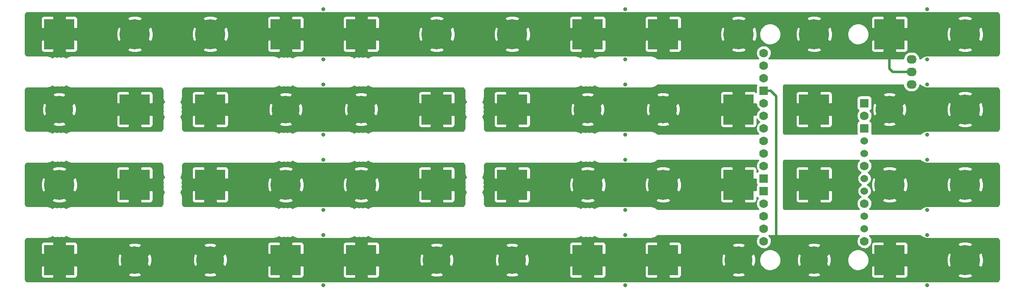
<source format=gbl>
%TF.GenerationSoftware,KiCad,Pcbnew,4.0.6-e0-6349~53~ubuntu16.04.1*%
%TF.CreationDate,2017-04-03T00:48:41+05:30*%
%TF.ProjectId,ultim_bus,756C74696D5F6275732E6B696361645F,rev?*%
%TF.FileFunction,Copper,L2,Bot,Signal*%
%FSLAX46Y46*%
G04 Gerber Fmt 4.6, Leading zero omitted, Abs format (unit mm)*
G04 Created by KiCad (PCBNEW 4.0.6-e0-6349~53~ubuntu16.04.1) date Mon Apr  3 00:48:41 2017*
%MOMM*%
%LPD*%
G01*
G04 APERTURE LIST*
%ADD10C,0.101600*%
%ADD11R,1.778000X1.778000*%
%ADD12C,1.778000*%
%ADD13C,1.524000*%
%ADD14C,6.096000*%
%ADD15R,6.096000X6.096000*%
%ADD16C,5.600000*%
%ADD17O,2.032000X1.727200*%
%ADD18C,0.800000*%
%ADD19C,0.508000*%
%ADD20C,0.254000*%
G04 APERTURE END LIST*
D10*
D11*
X177800000Y-41910000D03*
X198120000Y-44450000D03*
X198120000Y-49530000D03*
X177800000Y-59690000D03*
X177800000Y-62230000D03*
D12*
X177800000Y-34290000D03*
X177800000Y-36830000D03*
X177800000Y-39370000D03*
X177800000Y-44450000D03*
X177800000Y-46990000D03*
X177800000Y-49530000D03*
X177800000Y-52070000D03*
X177800000Y-54610000D03*
X177800000Y-57150000D03*
X177800000Y-64770000D03*
X177800000Y-67310000D03*
X177800000Y-69850000D03*
X177800000Y-72390000D03*
X198120000Y-72390000D03*
D13*
X198120000Y-69850000D03*
X198120000Y-67310000D03*
D12*
X198120000Y-64770000D03*
D13*
X198120000Y-62230000D03*
X198120000Y-59690000D03*
D12*
X198120000Y-57150000D03*
D13*
X198120000Y-54610000D03*
X198120000Y-52070000D03*
D12*
X198120000Y-46990000D03*
D14*
X96520000Y-60960000D03*
X203200000Y-60960000D03*
X218440000Y-60960000D03*
X157480000Y-60960000D03*
X142240000Y-60960000D03*
X81280000Y-60960000D03*
X35560000Y-60960000D03*
X218440000Y-76200000D03*
X50800000Y-30480000D03*
X66040000Y-30480000D03*
X111760000Y-30480000D03*
X127000000Y-30480000D03*
X172720000Y-30480000D03*
X187960000Y-30480000D03*
X218440000Y-30480000D03*
X218440000Y-45720000D03*
D15*
X35560000Y-30480000D03*
X81280000Y-30480000D03*
X96520000Y-30480000D03*
X142240000Y-30480000D03*
X157480000Y-30480000D03*
X203200000Y-30480000D03*
X50800000Y-60960000D03*
X66040000Y-60960000D03*
X111760000Y-60960000D03*
X127000000Y-60960000D03*
X172720000Y-60960000D03*
X187960000Y-60960000D03*
D16*
X35560000Y-45720000D03*
D15*
X50800000Y-45720000D03*
X66040000Y-45720000D03*
D16*
X81280000Y-45720000D03*
X96520000Y-45720000D03*
D15*
X111760000Y-45720000D03*
X127000000Y-45720000D03*
D16*
X142240000Y-45720000D03*
X157480000Y-45720000D03*
D15*
X172720000Y-45720000D03*
X187960000Y-45720000D03*
D16*
X203200000Y-45720000D03*
D15*
X35560000Y-76200000D03*
D16*
X50800000Y-76200000D03*
X66040000Y-76200000D03*
D15*
X81280000Y-76200000D03*
X96520000Y-76200000D03*
D16*
X111760000Y-76200000D03*
X127000000Y-76200000D03*
D15*
X142240000Y-76200000D03*
X157480000Y-76200000D03*
D16*
X172720000Y-76200000D03*
X187960000Y-76200000D03*
D15*
X203200000Y-76200000D03*
D17*
X207645000Y-40640000D03*
X207645000Y-38100000D03*
X207645000Y-35560000D03*
D18*
X210820000Y-25400000D03*
X210820000Y-26670000D03*
X210820000Y-27940000D03*
X210820000Y-29210000D03*
X210820000Y-30480000D03*
X210820000Y-31750000D03*
X210820000Y-33020000D03*
X210820000Y-34290000D03*
X210820000Y-35560000D03*
X149860000Y-25400000D03*
X149860000Y-26670000D03*
X149860000Y-27940000D03*
X149860000Y-29210000D03*
X149860000Y-30480000D03*
X149860000Y-31750000D03*
X149860000Y-33020000D03*
X149860000Y-34290000D03*
X149860000Y-35560000D03*
X88900000Y-25400000D03*
X88900000Y-26670000D03*
X88900000Y-27940000D03*
X88900000Y-29210000D03*
X88900000Y-30480000D03*
X88900000Y-31750000D03*
X88900000Y-33020000D03*
X88900000Y-34290000D03*
X88900000Y-35560000D03*
X210820000Y-71120000D03*
X210820000Y-72390000D03*
X210820000Y-73660000D03*
X210820000Y-74930000D03*
X210820000Y-76200000D03*
X210820000Y-77470000D03*
X210820000Y-78740000D03*
X210820000Y-80010000D03*
X210820000Y-81280000D03*
X149860000Y-71120000D03*
X149860000Y-72390000D03*
X149860000Y-73660000D03*
X149860000Y-74930000D03*
X149860000Y-76200000D03*
X149860000Y-77470000D03*
X149860000Y-78740000D03*
X149860000Y-80010000D03*
X149860000Y-81280000D03*
X88900000Y-71120000D03*
X88900000Y-72390000D03*
X88900000Y-73660000D03*
X88900000Y-74930000D03*
X88900000Y-76200000D03*
X88900000Y-77470000D03*
X88900000Y-78740000D03*
X88900000Y-80010000D03*
X88900000Y-81280000D03*
X210820000Y-40640000D03*
X210820000Y-41910000D03*
X210820000Y-43180000D03*
X210820000Y-44450000D03*
X210820000Y-45720000D03*
X210820000Y-46990000D03*
X210820000Y-48260000D03*
X210820000Y-49530000D03*
X210820000Y-50800000D03*
X149860000Y-40640000D03*
X149860000Y-41910000D03*
X149860000Y-43180000D03*
X149860000Y-44450000D03*
X149860000Y-45720000D03*
X149860000Y-46990000D03*
X149860000Y-48260000D03*
X149860000Y-49530000D03*
X149860000Y-50800000D03*
X88900000Y-40640000D03*
X88900000Y-41910000D03*
X88900000Y-43180000D03*
X88900000Y-44450000D03*
X88900000Y-45720000D03*
X88900000Y-46990000D03*
X88900000Y-48260000D03*
X88900000Y-49530000D03*
X88900000Y-50800000D03*
X210820000Y-55880000D03*
X210820000Y-57150000D03*
X210820000Y-58420000D03*
X210820000Y-59690000D03*
X210820000Y-60960000D03*
X210820000Y-62230000D03*
X210820000Y-63500000D03*
X210820000Y-64770000D03*
X210820000Y-66040000D03*
X149860000Y-55880000D03*
X149860000Y-57150000D03*
X149860000Y-58420000D03*
X149860000Y-59690000D03*
X149860000Y-60960000D03*
X149860000Y-62230000D03*
X149860000Y-63500000D03*
X149860000Y-64770000D03*
X149860000Y-66040000D03*
X88900000Y-55880000D03*
X88900000Y-57150000D03*
X88900000Y-58420000D03*
X88900000Y-59690000D03*
X88900000Y-60960000D03*
X88900000Y-62230000D03*
X88900000Y-63500000D03*
X88900000Y-64770000D03*
X88900000Y-66040000D03*
D19*
X177800000Y-41910000D02*
X179197000Y-41910000D01*
X179197000Y-41910000D02*
X180340000Y-43053000D01*
X180975000Y-73025000D02*
X184785000Y-73025000D01*
X180340000Y-43053000D02*
X180340000Y-72390000D01*
X180340000Y-72390000D02*
X180975000Y-73025000D01*
X184785000Y-73025000D02*
X187960000Y-76200000D01*
X207645000Y-38100000D02*
X203835000Y-38100000D01*
X203835000Y-38100000D02*
X203200000Y-37465000D01*
X203200000Y-37465000D02*
X203200000Y-30480000D01*
D20*
G36*
X224898109Y-26124005D02*
X225002101Y-26155402D01*
X225098014Y-26206399D01*
X225182194Y-26275055D01*
X225251440Y-26358758D01*
X225303105Y-26454311D01*
X225335227Y-26558078D01*
X225350000Y-26698641D01*
X225350000Y-34255280D01*
X225335995Y-34398109D01*
X225304599Y-34502099D01*
X225253601Y-34598013D01*
X225184941Y-34682199D01*
X225101243Y-34751439D01*
X225005689Y-34803105D01*
X224901922Y-34835227D01*
X224761359Y-34850000D01*
X210820000Y-34850000D01*
X210819874Y-34850012D01*
X210817517Y-34850004D01*
X210808651Y-34850035D01*
X210777796Y-34853169D01*
X210746786Y-34852953D01*
X210736920Y-34853920D01*
X210490417Y-34879828D01*
X210427399Y-34892764D01*
X210364167Y-34904826D01*
X210354677Y-34907692D01*
X210117901Y-34980987D01*
X210058597Y-35005916D01*
X209998915Y-35030029D01*
X209990163Y-35034683D01*
X209772133Y-35152571D01*
X209718805Y-35188541D01*
X209664935Y-35223793D01*
X209657253Y-35230059D01*
X209466273Y-35388051D01*
X209421637Y-35433000D01*
X209291441Y-35433000D01*
X209277444Y-35279190D01*
X209194866Y-34998615D01*
X209059363Y-34739422D01*
X208876097Y-34511485D01*
X208652048Y-34323485D01*
X208395749Y-34182584D01*
X208116964Y-34094148D01*
X207826312Y-34061546D01*
X207805388Y-34061400D01*
X207484612Y-34061400D01*
X207193532Y-34089941D01*
X206913540Y-34174475D01*
X206655299Y-34311784D01*
X206428647Y-34496637D01*
X206242216Y-34721994D01*
X206103108Y-34979269D01*
X206016621Y-35258665D01*
X205998298Y-35433000D01*
X178809741Y-35433000D01*
X178959243Y-35290631D01*
X179131522Y-35046410D01*
X179253084Y-34773377D01*
X179319299Y-34481932D01*
X179324065Y-34140564D01*
X179266014Y-33847384D01*
X179188309Y-33658857D01*
X186397589Y-33658857D01*
X186815768Y-33999489D01*
X187524372Y-34155092D01*
X188249717Y-34169463D01*
X188963928Y-34042050D01*
X189104232Y-33999489D01*
X189522411Y-33658857D01*
X187960000Y-32096446D01*
X186397589Y-33658857D01*
X179188309Y-33658857D01*
X179152123Y-33571063D01*
X178986730Y-33322127D01*
X178776135Y-33110056D01*
X178528359Y-32942929D01*
X178252840Y-32827112D01*
X177960072Y-32767015D01*
X177661208Y-32764929D01*
X177367630Y-32820932D01*
X177090520Y-32932891D01*
X176840435Y-33096542D01*
X176626899Y-33305652D01*
X176458047Y-33552255D01*
X176340309Y-33826959D01*
X176278170Y-34119299D01*
X176273997Y-34418142D01*
X176327949Y-34712104D01*
X176437971Y-34989988D01*
X176599872Y-35241210D01*
X176785082Y-35433000D01*
X156338372Y-35433000D01*
X156336294Y-35430936D01*
X156291264Y-35384953D01*
X156283626Y-35378634D01*
X156091548Y-35221979D01*
X156037959Y-35186375D01*
X155984850Y-35150011D01*
X155976130Y-35145296D01*
X155757283Y-35028934D01*
X155697792Y-35004413D01*
X155638643Y-34979062D01*
X155629173Y-34976131D01*
X155629175Y-34976131D01*
X155629167Y-34976129D01*
X155391892Y-34904491D01*
X155328795Y-34891997D01*
X155265821Y-34878612D01*
X155255966Y-34877576D01*
X155255962Y-34877576D01*
X155009284Y-34853389D01*
X154979511Y-34853389D01*
X154949913Y-34850069D01*
X154940000Y-34850000D01*
X144780000Y-34850000D01*
X144779874Y-34850012D01*
X144777517Y-34850004D01*
X144768651Y-34850035D01*
X144737796Y-34853169D01*
X144706786Y-34852953D01*
X144696920Y-34853920D01*
X144450417Y-34879828D01*
X144387399Y-34892764D01*
X144324167Y-34904826D01*
X144314677Y-34907692D01*
X144077901Y-34980987D01*
X144018597Y-35005916D01*
X143958915Y-35030029D01*
X143950163Y-35034683D01*
X143732133Y-35152571D01*
X143678805Y-35188541D01*
X143624935Y-35223793D01*
X143619879Y-35227917D01*
X143606850Y-35214796D01*
X143462964Y-35117744D01*
X143302968Y-35050488D01*
X143132955Y-35015590D01*
X142959402Y-35014378D01*
X142788919Y-35046899D01*
X142638757Y-35107568D01*
X142502968Y-35050488D01*
X142332955Y-35015590D01*
X142159402Y-35014378D01*
X141988919Y-35046899D01*
X141838757Y-35107568D01*
X141702968Y-35050488D01*
X141532955Y-35015590D01*
X141359402Y-35014378D01*
X141188919Y-35046899D01*
X141027999Y-35111915D01*
X140882773Y-35206949D01*
X140860210Y-35229044D01*
X140851548Y-35221979D01*
X140797959Y-35186375D01*
X140744850Y-35150011D01*
X140736130Y-35145296D01*
X140517283Y-35028934D01*
X140457792Y-35004413D01*
X140398643Y-34979062D01*
X140389173Y-34976131D01*
X140389175Y-34976131D01*
X140389167Y-34976129D01*
X140151892Y-34904491D01*
X140088795Y-34891997D01*
X140025821Y-34878612D01*
X140015966Y-34877576D01*
X140015962Y-34877576D01*
X139769284Y-34853389D01*
X139739511Y-34853389D01*
X139709913Y-34850069D01*
X139700000Y-34850000D01*
X99060000Y-34850000D01*
X99059874Y-34850012D01*
X99057517Y-34850004D01*
X99048651Y-34850035D01*
X99017796Y-34853169D01*
X98986786Y-34852953D01*
X98976920Y-34853920D01*
X98730417Y-34879828D01*
X98667399Y-34892764D01*
X98604167Y-34904826D01*
X98594677Y-34907692D01*
X98357901Y-34980987D01*
X98298597Y-35005916D01*
X98238915Y-35030029D01*
X98230163Y-35034683D01*
X98012133Y-35152571D01*
X97958805Y-35188541D01*
X97904935Y-35223793D01*
X97899879Y-35227917D01*
X97886850Y-35214796D01*
X97742964Y-35117744D01*
X97582968Y-35050488D01*
X97412955Y-35015590D01*
X97239402Y-35014378D01*
X97068919Y-35046899D01*
X96918757Y-35107568D01*
X96782968Y-35050488D01*
X96612955Y-35015590D01*
X96439402Y-35014378D01*
X96268919Y-35046899D01*
X96118757Y-35107568D01*
X95982968Y-35050488D01*
X95812955Y-35015590D01*
X95639402Y-35014378D01*
X95468919Y-35046899D01*
X95307999Y-35111915D01*
X95162773Y-35206949D01*
X95140210Y-35229044D01*
X95131548Y-35221979D01*
X95077959Y-35186375D01*
X95024850Y-35150011D01*
X95016130Y-35145296D01*
X94797283Y-35028934D01*
X94737792Y-35004413D01*
X94678643Y-34979062D01*
X94669173Y-34976131D01*
X94669175Y-34976131D01*
X94669167Y-34976129D01*
X94431892Y-34904491D01*
X94368795Y-34891997D01*
X94305821Y-34878612D01*
X94295966Y-34877576D01*
X94295962Y-34877576D01*
X94049284Y-34853389D01*
X94019511Y-34853389D01*
X93989913Y-34850069D01*
X93980000Y-34850000D01*
X83820000Y-34850000D01*
X83819874Y-34850012D01*
X83817517Y-34850004D01*
X83808651Y-34850035D01*
X83777796Y-34853169D01*
X83746786Y-34852953D01*
X83736920Y-34853920D01*
X83490417Y-34879828D01*
X83427399Y-34892764D01*
X83364167Y-34904826D01*
X83354677Y-34907692D01*
X83117901Y-34980987D01*
X83058597Y-35005916D01*
X82998915Y-35030029D01*
X82990163Y-35034683D01*
X82772133Y-35152571D01*
X82718805Y-35188541D01*
X82664935Y-35223793D01*
X82659879Y-35227917D01*
X82646850Y-35214796D01*
X82502964Y-35117744D01*
X82342968Y-35050488D01*
X82172955Y-35015590D01*
X81999402Y-35014378D01*
X81828919Y-35046899D01*
X81678757Y-35107568D01*
X81542968Y-35050488D01*
X81372955Y-35015590D01*
X81199402Y-35014378D01*
X81028919Y-35046899D01*
X80878757Y-35107568D01*
X80742968Y-35050488D01*
X80572955Y-35015590D01*
X80399402Y-35014378D01*
X80228919Y-35046899D01*
X80067999Y-35111915D01*
X79922773Y-35206949D01*
X79900210Y-35229044D01*
X79891548Y-35221979D01*
X79837959Y-35186375D01*
X79784850Y-35150011D01*
X79776130Y-35145296D01*
X79557283Y-35028934D01*
X79497792Y-35004413D01*
X79438643Y-34979062D01*
X79429173Y-34976131D01*
X79429175Y-34976131D01*
X79429167Y-34976129D01*
X79191892Y-34904491D01*
X79128795Y-34891997D01*
X79065821Y-34878612D01*
X79055966Y-34877576D01*
X79055962Y-34877576D01*
X78809284Y-34853389D01*
X78779511Y-34853389D01*
X78749913Y-34850069D01*
X78740000Y-34850000D01*
X38100000Y-34850000D01*
X38099874Y-34850012D01*
X38097517Y-34850004D01*
X38088651Y-34850035D01*
X38057796Y-34853169D01*
X38026786Y-34852953D01*
X38016920Y-34853920D01*
X37770417Y-34879828D01*
X37707399Y-34892764D01*
X37644167Y-34904826D01*
X37634677Y-34907692D01*
X37397901Y-34980987D01*
X37338597Y-35005916D01*
X37278915Y-35030029D01*
X37270163Y-35034683D01*
X37052133Y-35152571D01*
X36998805Y-35188541D01*
X36944935Y-35223793D01*
X36939879Y-35227917D01*
X36926850Y-35214796D01*
X36782964Y-35117744D01*
X36622968Y-35050488D01*
X36452955Y-35015590D01*
X36279402Y-35014378D01*
X36108919Y-35046899D01*
X35958757Y-35107568D01*
X35822968Y-35050488D01*
X35652955Y-35015590D01*
X35479402Y-35014378D01*
X35308919Y-35046899D01*
X35158757Y-35107568D01*
X35022968Y-35050488D01*
X34852955Y-35015590D01*
X34679402Y-35014378D01*
X34508919Y-35046899D01*
X34347999Y-35111915D01*
X34202773Y-35206949D01*
X34180210Y-35229044D01*
X34171548Y-35221979D01*
X34117959Y-35186375D01*
X34064850Y-35150011D01*
X34056130Y-35145296D01*
X33837283Y-35028934D01*
X33777792Y-35004413D01*
X33718643Y-34979062D01*
X33709173Y-34976131D01*
X33709175Y-34976131D01*
X33709167Y-34976129D01*
X33471892Y-34904491D01*
X33408795Y-34891997D01*
X33345821Y-34878612D01*
X33335966Y-34877576D01*
X33335962Y-34877576D01*
X33089284Y-34853389D01*
X33059511Y-34853389D01*
X33029913Y-34850069D01*
X33020000Y-34850000D01*
X29244720Y-34850000D01*
X29101891Y-34835995D01*
X28997901Y-34804599D01*
X28901987Y-34753601D01*
X28817801Y-34684941D01*
X28748561Y-34601243D01*
X28696895Y-34505689D01*
X28664773Y-34401922D01*
X28650000Y-34261359D01*
X28650000Y-31781750D01*
X31877000Y-31781750D01*
X31877000Y-33590542D01*
X31901403Y-33713223D01*
X31949270Y-33828785D01*
X32018763Y-33932789D01*
X32107211Y-34021237D01*
X32211215Y-34090730D01*
X32326777Y-34138597D01*
X32449458Y-34163000D01*
X34258250Y-34163000D01*
X34417000Y-34004250D01*
X34417000Y-31623000D01*
X36703000Y-31623000D01*
X36703000Y-34004250D01*
X36861750Y-34163000D01*
X38670542Y-34163000D01*
X38793223Y-34138597D01*
X38908785Y-34090730D01*
X39012789Y-34021237D01*
X39101237Y-33932789D01*
X39170730Y-33828785D01*
X39218597Y-33713223D01*
X39229411Y-33658857D01*
X49237589Y-33658857D01*
X49655768Y-33999489D01*
X50364372Y-34155092D01*
X51089717Y-34169463D01*
X51803928Y-34042050D01*
X51944232Y-33999489D01*
X52362411Y-33658857D01*
X64477589Y-33658857D01*
X64895768Y-33999489D01*
X65604372Y-34155092D01*
X66329717Y-34169463D01*
X67043928Y-34042050D01*
X67184232Y-33999489D01*
X67602411Y-33658857D01*
X66040000Y-32096446D01*
X64477589Y-33658857D01*
X52362411Y-33658857D01*
X50800000Y-32096446D01*
X49237589Y-33658857D01*
X39229411Y-33658857D01*
X39243000Y-33590542D01*
X39243000Y-31781750D01*
X39084250Y-31623000D01*
X36703000Y-31623000D01*
X34417000Y-31623000D01*
X32035750Y-31623000D01*
X31877000Y-31781750D01*
X28650000Y-31781750D01*
X28650000Y-30769717D01*
X47110537Y-30769717D01*
X47237950Y-31483928D01*
X47280511Y-31624232D01*
X47621143Y-32042411D01*
X49183554Y-30480000D01*
X52416446Y-30480000D01*
X53978857Y-32042411D01*
X54319489Y-31624232D01*
X54475092Y-30915628D01*
X54477982Y-30769717D01*
X62350537Y-30769717D01*
X62477950Y-31483928D01*
X62520511Y-31624232D01*
X62861143Y-32042411D01*
X64423554Y-30480000D01*
X67656446Y-30480000D01*
X69218857Y-32042411D01*
X69431181Y-31781750D01*
X77597000Y-31781750D01*
X77597000Y-33590542D01*
X77621403Y-33713223D01*
X77669270Y-33828785D01*
X77738763Y-33932789D01*
X77827211Y-34021237D01*
X77931215Y-34090730D01*
X78046777Y-34138597D01*
X78169458Y-34163000D01*
X79978250Y-34163000D01*
X80137000Y-34004250D01*
X80137000Y-31623000D01*
X82423000Y-31623000D01*
X82423000Y-34004250D01*
X82581750Y-34163000D01*
X84390542Y-34163000D01*
X84513223Y-34138597D01*
X84628785Y-34090730D01*
X84732789Y-34021237D01*
X84821237Y-33932789D01*
X84890730Y-33828785D01*
X84938597Y-33713223D01*
X84963000Y-33590542D01*
X84963000Y-31781750D01*
X92837000Y-31781750D01*
X92837000Y-33590542D01*
X92861403Y-33713223D01*
X92909270Y-33828785D01*
X92978763Y-33932789D01*
X93067211Y-34021237D01*
X93171215Y-34090730D01*
X93286777Y-34138597D01*
X93409458Y-34163000D01*
X95218250Y-34163000D01*
X95377000Y-34004250D01*
X95377000Y-31623000D01*
X97663000Y-31623000D01*
X97663000Y-34004250D01*
X97821750Y-34163000D01*
X99630542Y-34163000D01*
X99753223Y-34138597D01*
X99868785Y-34090730D01*
X99972789Y-34021237D01*
X100061237Y-33932789D01*
X100130730Y-33828785D01*
X100178597Y-33713223D01*
X100189411Y-33658857D01*
X110197589Y-33658857D01*
X110615768Y-33999489D01*
X111324372Y-34155092D01*
X112049717Y-34169463D01*
X112763928Y-34042050D01*
X112904232Y-33999489D01*
X113322411Y-33658857D01*
X125437589Y-33658857D01*
X125855768Y-33999489D01*
X126564372Y-34155092D01*
X127289717Y-34169463D01*
X128003928Y-34042050D01*
X128144232Y-33999489D01*
X128562411Y-33658857D01*
X127000000Y-32096446D01*
X125437589Y-33658857D01*
X113322411Y-33658857D01*
X111760000Y-32096446D01*
X110197589Y-33658857D01*
X100189411Y-33658857D01*
X100203000Y-33590542D01*
X100203000Y-31781750D01*
X100044250Y-31623000D01*
X97663000Y-31623000D01*
X95377000Y-31623000D01*
X92995750Y-31623000D01*
X92837000Y-31781750D01*
X84963000Y-31781750D01*
X84804250Y-31623000D01*
X82423000Y-31623000D01*
X80137000Y-31623000D01*
X77755750Y-31623000D01*
X77597000Y-31781750D01*
X69431181Y-31781750D01*
X69559489Y-31624232D01*
X69715092Y-30915628D01*
X69717982Y-30769717D01*
X108070537Y-30769717D01*
X108197950Y-31483928D01*
X108240511Y-31624232D01*
X108581143Y-32042411D01*
X110143554Y-30480000D01*
X113376446Y-30480000D01*
X114938857Y-32042411D01*
X115279489Y-31624232D01*
X115435092Y-30915628D01*
X115437982Y-30769717D01*
X123310537Y-30769717D01*
X123437950Y-31483928D01*
X123480511Y-31624232D01*
X123821143Y-32042411D01*
X125383554Y-30480000D01*
X128616446Y-30480000D01*
X130178857Y-32042411D01*
X130391181Y-31781750D01*
X138557000Y-31781750D01*
X138557000Y-33590542D01*
X138581403Y-33713223D01*
X138629270Y-33828785D01*
X138698763Y-33932789D01*
X138787211Y-34021237D01*
X138891215Y-34090730D01*
X139006777Y-34138597D01*
X139129458Y-34163000D01*
X140938250Y-34163000D01*
X141097000Y-34004250D01*
X141097000Y-31623000D01*
X143383000Y-31623000D01*
X143383000Y-34004250D01*
X143541750Y-34163000D01*
X145350542Y-34163000D01*
X145473223Y-34138597D01*
X145588785Y-34090730D01*
X145692789Y-34021237D01*
X145781237Y-33932789D01*
X145850730Y-33828785D01*
X145898597Y-33713223D01*
X145923000Y-33590542D01*
X145923000Y-31781750D01*
X153797000Y-31781750D01*
X153797000Y-33590542D01*
X153821403Y-33713223D01*
X153869270Y-33828785D01*
X153938763Y-33932789D01*
X154027211Y-34021237D01*
X154131215Y-34090730D01*
X154246777Y-34138597D01*
X154369458Y-34163000D01*
X156178250Y-34163000D01*
X156337000Y-34004250D01*
X156337000Y-31623000D01*
X158623000Y-31623000D01*
X158623000Y-34004250D01*
X158781750Y-34163000D01*
X160590542Y-34163000D01*
X160713223Y-34138597D01*
X160828785Y-34090730D01*
X160932789Y-34021237D01*
X161021237Y-33932789D01*
X161090730Y-33828785D01*
X161138597Y-33713223D01*
X161149411Y-33658857D01*
X171157589Y-33658857D01*
X171575768Y-33999489D01*
X172284372Y-34155092D01*
X173009717Y-34169463D01*
X173723928Y-34042050D01*
X173864232Y-33999489D01*
X174282411Y-33658857D01*
X172720000Y-32096446D01*
X171157589Y-33658857D01*
X161149411Y-33658857D01*
X161163000Y-33590542D01*
X161163000Y-31781750D01*
X161004250Y-31623000D01*
X158623000Y-31623000D01*
X156337000Y-31623000D01*
X153955750Y-31623000D01*
X153797000Y-31781750D01*
X145923000Y-31781750D01*
X145764250Y-31623000D01*
X143383000Y-31623000D01*
X141097000Y-31623000D01*
X138715750Y-31623000D01*
X138557000Y-31781750D01*
X130391181Y-31781750D01*
X130519489Y-31624232D01*
X130675092Y-30915628D01*
X130677982Y-30769717D01*
X169030537Y-30769717D01*
X169157950Y-31483928D01*
X169200511Y-31624232D01*
X169541143Y-32042411D01*
X171103554Y-30480000D01*
X174336446Y-30480000D01*
X175898857Y-32042411D01*
X176239489Y-31624232D01*
X176395092Y-30915628D01*
X176400126Y-30661535D01*
X176908163Y-30661535D01*
X176984595Y-31077980D01*
X177140459Y-31471649D01*
X177369819Y-31827547D01*
X177663939Y-32132116D01*
X178011615Y-32373757D01*
X178399604Y-32543266D01*
X178813129Y-32634185D01*
X179236438Y-32643052D01*
X179653407Y-32569529D01*
X180048154Y-32416417D01*
X180405644Y-32189547D01*
X180712260Y-31897561D01*
X180956322Y-31551580D01*
X181128535Y-31164784D01*
X181218291Y-30769717D01*
X184270537Y-30769717D01*
X184397950Y-31483928D01*
X184440511Y-31624232D01*
X184781143Y-32042411D01*
X186343554Y-30480000D01*
X189576446Y-30480000D01*
X191138857Y-32042411D01*
X191479489Y-31624232D01*
X191635092Y-30915628D01*
X191640126Y-30661535D01*
X194688163Y-30661535D01*
X194764595Y-31077980D01*
X194920459Y-31471649D01*
X195149819Y-31827547D01*
X195443939Y-32132116D01*
X195791615Y-32373757D01*
X196179604Y-32543266D01*
X196593129Y-32634185D01*
X197016438Y-32643052D01*
X197433407Y-32569529D01*
X197828154Y-32416417D01*
X198185644Y-32189547D01*
X198492260Y-31897561D01*
X198573955Y-31781750D01*
X199517000Y-31781750D01*
X199517000Y-33590542D01*
X199541403Y-33713223D01*
X199589270Y-33828785D01*
X199658763Y-33932789D01*
X199747211Y-34021237D01*
X199851215Y-34090730D01*
X199966777Y-34138597D01*
X200089458Y-34163000D01*
X201898250Y-34163000D01*
X202057000Y-34004250D01*
X202057000Y-31623000D01*
X204343000Y-31623000D01*
X204343000Y-34004250D01*
X204501750Y-34163000D01*
X206310542Y-34163000D01*
X206433223Y-34138597D01*
X206548785Y-34090730D01*
X206652789Y-34021237D01*
X206741237Y-33932789D01*
X206810730Y-33828785D01*
X206858597Y-33713223D01*
X206869411Y-33658857D01*
X216877589Y-33658857D01*
X217295768Y-33999489D01*
X218004372Y-34155092D01*
X218729717Y-34169463D01*
X219443928Y-34042050D01*
X219584232Y-33999489D01*
X220002411Y-33658857D01*
X218440000Y-32096446D01*
X216877589Y-33658857D01*
X206869411Y-33658857D01*
X206883000Y-33590542D01*
X206883000Y-31781750D01*
X206724250Y-31623000D01*
X204343000Y-31623000D01*
X202057000Y-31623000D01*
X199675750Y-31623000D01*
X199517000Y-31781750D01*
X198573955Y-31781750D01*
X198736322Y-31551580D01*
X198908535Y-31164784D01*
X198998291Y-30769717D01*
X214750537Y-30769717D01*
X214877950Y-31483928D01*
X214920511Y-31624232D01*
X215261143Y-32042411D01*
X216823554Y-30480000D01*
X220056446Y-30480000D01*
X221618857Y-32042411D01*
X221959489Y-31624232D01*
X222115092Y-30915628D01*
X222129463Y-30190283D01*
X222002050Y-29476072D01*
X221959489Y-29335768D01*
X221618857Y-28917589D01*
X220056446Y-30480000D01*
X216823554Y-30480000D01*
X215261143Y-28917589D01*
X214920511Y-29335768D01*
X214764908Y-30044372D01*
X214750537Y-30769717D01*
X198998291Y-30769717D01*
X199002339Y-30751904D01*
X199009092Y-30268299D01*
X198926853Y-29852961D01*
X198765507Y-29461507D01*
X198531200Y-29108847D01*
X198232857Y-28808413D01*
X197881841Y-28571650D01*
X197491523Y-28407575D01*
X197076769Y-28322438D01*
X196653378Y-28319483D01*
X196237475Y-28398820D01*
X195844904Y-28557429D01*
X195490617Y-28789268D01*
X195188108Y-29085507D01*
X194948900Y-29434861D01*
X194782104Y-29824025D01*
X194694074Y-30238174D01*
X194688163Y-30661535D01*
X191640126Y-30661535D01*
X191649463Y-30190283D01*
X191522050Y-29476072D01*
X191479489Y-29335768D01*
X191138857Y-28917589D01*
X189576446Y-30480000D01*
X186343554Y-30480000D01*
X184781143Y-28917589D01*
X184440511Y-29335768D01*
X184284908Y-30044372D01*
X184270537Y-30769717D01*
X181218291Y-30769717D01*
X181222339Y-30751904D01*
X181229092Y-30268299D01*
X181146853Y-29852961D01*
X180985507Y-29461507D01*
X180751200Y-29108847D01*
X180452857Y-28808413D01*
X180101841Y-28571650D01*
X179711523Y-28407575D01*
X179296769Y-28322438D01*
X178873378Y-28319483D01*
X178457475Y-28398820D01*
X178064904Y-28557429D01*
X177710617Y-28789268D01*
X177408108Y-29085507D01*
X177168900Y-29434861D01*
X177002104Y-29824025D01*
X176914074Y-30238174D01*
X176908163Y-30661535D01*
X176400126Y-30661535D01*
X176409463Y-30190283D01*
X176282050Y-29476072D01*
X176239489Y-29335768D01*
X175898857Y-28917589D01*
X174336446Y-30480000D01*
X171103554Y-30480000D01*
X169541143Y-28917589D01*
X169200511Y-29335768D01*
X169044908Y-30044372D01*
X169030537Y-30769717D01*
X130677982Y-30769717D01*
X130689463Y-30190283D01*
X130562050Y-29476072D01*
X130519489Y-29335768D01*
X130178857Y-28917589D01*
X128616446Y-30480000D01*
X125383554Y-30480000D01*
X123821143Y-28917589D01*
X123480511Y-29335768D01*
X123324908Y-30044372D01*
X123310537Y-30769717D01*
X115437982Y-30769717D01*
X115449463Y-30190283D01*
X115322050Y-29476072D01*
X115279489Y-29335768D01*
X114938857Y-28917589D01*
X113376446Y-30480000D01*
X110143554Y-30480000D01*
X108581143Y-28917589D01*
X108240511Y-29335768D01*
X108084908Y-30044372D01*
X108070537Y-30769717D01*
X69717982Y-30769717D01*
X69729463Y-30190283D01*
X69602050Y-29476072D01*
X69559489Y-29335768D01*
X69218857Y-28917589D01*
X67656446Y-30480000D01*
X64423554Y-30480000D01*
X62861143Y-28917589D01*
X62520511Y-29335768D01*
X62364908Y-30044372D01*
X62350537Y-30769717D01*
X54477982Y-30769717D01*
X54489463Y-30190283D01*
X54362050Y-29476072D01*
X54319489Y-29335768D01*
X53978857Y-28917589D01*
X52416446Y-30480000D01*
X49183554Y-30480000D01*
X47621143Y-28917589D01*
X47280511Y-29335768D01*
X47124908Y-30044372D01*
X47110537Y-30769717D01*
X28650000Y-30769717D01*
X28650000Y-27369458D01*
X31877000Y-27369458D01*
X31877000Y-29178250D01*
X32035750Y-29337000D01*
X34417000Y-29337000D01*
X34417000Y-26955750D01*
X36703000Y-26955750D01*
X36703000Y-29337000D01*
X39084250Y-29337000D01*
X39243000Y-29178250D01*
X39243000Y-27369458D01*
X39229412Y-27301143D01*
X49237589Y-27301143D01*
X50800000Y-28863554D01*
X52362411Y-27301143D01*
X64477589Y-27301143D01*
X66040000Y-28863554D01*
X67534096Y-27369458D01*
X77597000Y-27369458D01*
X77597000Y-29178250D01*
X77755750Y-29337000D01*
X80137000Y-29337000D01*
X80137000Y-26955750D01*
X82423000Y-26955750D01*
X82423000Y-29337000D01*
X84804250Y-29337000D01*
X84963000Y-29178250D01*
X84963000Y-27369458D01*
X92837000Y-27369458D01*
X92837000Y-29178250D01*
X92995750Y-29337000D01*
X95377000Y-29337000D01*
X95377000Y-26955750D01*
X97663000Y-26955750D01*
X97663000Y-29337000D01*
X100044250Y-29337000D01*
X100203000Y-29178250D01*
X100203000Y-27369458D01*
X100189412Y-27301143D01*
X110197589Y-27301143D01*
X111760000Y-28863554D01*
X113322411Y-27301143D01*
X125437589Y-27301143D01*
X127000000Y-28863554D01*
X128494096Y-27369458D01*
X138557000Y-27369458D01*
X138557000Y-29178250D01*
X138715750Y-29337000D01*
X141097000Y-29337000D01*
X141097000Y-26955750D01*
X143383000Y-26955750D01*
X143383000Y-29337000D01*
X145764250Y-29337000D01*
X145923000Y-29178250D01*
X145923000Y-27369458D01*
X153797000Y-27369458D01*
X153797000Y-29178250D01*
X153955750Y-29337000D01*
X156337000Y-29337000D01*
X156337000Y-26955750D01*
X158623000Y-26955750D01*
X158623000Y-29337000D01*
X161004250Y-29337000D01*
X161163000Y-29178250D01*
X161163000Y-27369458D01*
X161149412Y-27301143D01*
X171157589Y-27301143D01*
X172720000Y-28863554D01*
X174282411Y-27301143D01*
X186397589Y-27301143D01*
X187960000Y-28863554D01*
X189454096Y-27369458D01*
X199517000Y-27369458D01*
X199517000Y-29178250D01*
X199675750Y-29337000D01*
X202057000Y-29337000D01*
X202057000Y-26955750D01*
X204343000Y-26955750D01*
X204343000Y-29337000D01*
X206724250Y-29337000D01*
X206883000Y-29178250D01*
X206883000Y-27369458D01*
X206869412Y-27301143D01*
X216877589Y-27301143D01*
X218440000Y-28863554D01*
X220002411Y-27301143D01*
X219584232Y-26960511D01*
X218875628Y-26804908D01*
X218150283Y-26790537D01*
X217436072Y-26917950D01*
X217295768Y-26960511D01*
X216877589Y-27301143D01*
X206869412Y-27301143D01*
X206858597Y-27246777D01*
X206810730Y-27131215D01*
X206741237Y-27027211D01*
X206652789Y-26938763D01*
X206548785Y-26869270D01*
X206433223Y-26821403D01*
X206310542Y-26797000D01*
X204501750Y-26797000D01*
X204343000Y-26955750D01*
X202057000Y-26955750D01*
X201898250Y-26797000D01*
X200089458Y-26797000D01*
X199966777Y-26821403D01*
X199851215Y-26869270D01*
X199747211Y-26938763D01*
X199658763Y-27027211D01*
X199589270Y-27131215D01*
X199541403Y-27246777D01*
X199517000Y-27369458D01*
X189454096Y-27369458D01*
X189522411Y-27301143D01*
X189104232Y-26960511D01*
X188395628Y-26804908D01*
X187670283Y-26790537D01*
X186956072Y-26917950D01*
X186815768Y-26960511D01*
X186397589Y-27301143D01*
X174282411Y-27301143D01*
X173864232Y-26960511D01*
X173155628Y-26804908D01*
X172430283Y-26790537D01*
X171716072Y-26917950D01*
X171575768Y-26960511D01*
X171157589Y-27301143D01*
X161149412Y-27301143D01*
X161138597Y-27246777D01*
X161090730Y-27131215D01*
X161021237Y-27027211D01*
X160932789Y-26938763D01*
X160828785Y-26869270D01*
X160713223Y-26821403D01*
X160590542Y-26797000D01*
X158781750Y-26797000D01*
X158623000Y-26955750D01*
X156337000Y-26955750D01*
X156178250Y-26797000D01*
X154369458Y-26797000D01*
X154246777Y-26821403D01*
X154131215Y-26869270D01*
X154027211Y-26938763D01*
X153938763Y-27027211D01*
X153869270Y-27131215D01*
X153821403Y-27246777D01*
X153797000Y-27369458D01*
X145923000Y-27369458D01*
X145898597Y-27246777D01*
X145850730Y-27131215D01*
X145781237Y-27027211D01*
X145692789Y-26938763D01*
X145588785Y-26869270D01*
X145473223Y-26821403D01*
X145350542Y-26797000D01*
X143541750Y-26797000D01*
X143383000Y-26955750D01*
X141097000Y-26955750D01*
X140938250Y-26797000D01*
X139129458Y-26797000D01*
X139006777Y-26821403D01*
X138891215Y-26869270D01*
X138787211Y-26938763D01*
X138698763Y-27027211D01*
X138629270Y-27131215D01*
X138581403Y-27246777D01*
X138557000Y-27369458D01*
X128494096Y-27369458D01*
X128562411Y-27301143D01*
X128144232Y-26960511D01*
X127435628Y-26804908D01*
X126710283Y-26790537D01*
X125996072Y-26917950D01*
X125855768Y-26960511D01*
X125437589Y-27301143D01*
X113322411Y-27301143D01*
X112904232Y-26960511D01*
X112195628Y-26804908D01*
X111470283Y-26790537D01*
X110756072Y-26917950D01*
X110615768Y-26960511D01*
X110197589Y-27301143D01*
X100189412Y-27301143D01*
X100178597Y-27246777D01*
X100130730Y-27131215D01*
X100061237Y-27027211D01*
X99972789Y-26938763D01*
X99868785Y-26869270D01*
X99753223Y-26821403D01*
X99630542Y-26797000D01*
X97821750Y-26797000D01*
X97663000Y-26955750D01*
X95377000Y-26955750D01*
X95218250Y-26797000D01*
X93409458Y-26797000D01*
X93286777Y-26821403D01*
X93171215Y-26869270D01*
X93067211Y-26938763D01*
X92978763Y-27027211D01*
X92909270Y-27131215D01*
X92861403Y-27246777D01*
X92837000Y-27369458D01*
X84963000Y-27369458D01*
X84938597Y-27246777D01*
X84890730Y-27131215D01*
X84821237Y-27027211D01*
X84732789Y-26938763D01*
X84628785Y-26869270D01*
X84513223Y-26821403D01*
X84390542Y-26797000D01*
X82581750Y-26797000D01*
X82423000Y-26955750D01*
X80137000Y-26955750D01*
X79978250Y-26797000D01*
X78169458Y-26797000D01*
X78046777Y-26821403D01*
X77931215Y-26869270D01*
X77827211Y-26938763D01*
X77738763Y-27027211D01*
X77669270Y-27131215D01*
X77621403Y-27246777D01*
X77597000Y-27369458D01*
X67534096Y-27369458D01*
X67602411Y-27301143D01*
X67184232Y-26960511D01*
X66475628Y-26804908D01*
X65750283Y-26790537D01*
X65036072Y-26917950D01*
X64895768Y-26960511D01*
X64477589Y-27301143D01*
X52362411Y-27301143D01*
X51944232Y-26960511D01*
X51235628Y-26804908D01*
X50510283Y-26790537D01*
X49796072Y-26917950D01*
X49655768Y-26960511D01*
X49237589Y-27301143D01*
X39229412Y-27301143D01*
X39218597Y-27246777D01*
X39170730Y-27131215D01*
X39101237Y-27027211D01*
X39012789Y-26938763D01*
X38908785Y-26869270D01*
X38793223Y-26821403D01*
X38670542Y-26797000D01*
X36861750Y-26797000D01*
X36703000Y-26955750D01*
X34417000Y-26955750D01*
X34258250Y-26797000D01*
X32449458Y-26797000D01*
X32326777Y-26821403D01*
X32211215Y-26869270D01*
X32107211Y-26938763D01*
X32018763Y-27027211D01*
X31949270Y-27131215D01*
X31901403Y-27246777D01*
X31877000Y-27369458D01*
X28650000Y-27369458D01*
X28650000Y-26704720D01*
X28664005Y-26561891D01*
X28695402Y-26457899D01*
X28746399Y-26361986D01*
X28815055Y-26277806D01*
X28898758Y-26208560D01*
X28994311Y-26156895D01*
X29098078Y-26124773D01*
X29238641Y-26110000D01*
X224755280Y-26110000D01*
X224898109Y-26124005D01*
X224898109Y-26124005D01*
G37*
X224898109Y-26124005D02*
X225002101Y-26155402D01*
X225098014Y-26206399D01*
X225182194Y-26275055D01*
X225251440Y-26358758D01*
X225303105Y-26454311D01*
X225335227Y-26558078D01*
X225350000Y-26698641D01*
X225350000Y-34255280D01*
X225335995Y-34398109D01*
X225304599Y-34502099D01*
X225253601Y-34598013D01*
X225184941Y-34682199D01*
X225101243Y-34751439D01*
X225005689Y-34803105D01*
X224901922Y-34835227D01*
X224761359Y-34850000D01*
X210820000Y-34850000D01*
X210819874Y-34850012D01*
X210817517Y-34850004D01*
X210808651Y-34850035D01*
X210777796Y-34853169D01*
X210746786Y-34852953D01*
X210736920Y-34853920D01*
X210490417Y-34879828D01*
X210427399Y-34892764D01*
X210364167Y-34904826D01*
X210354677Y-34907692D01*
X210117901Y-34980987D01*
X210058597Y-35005916D01*
X209998915Y-35030029D01*
X209990163Y-35034683D01*
X209772133Y-35152571D01*
X209718805Y-35188541D01*
X209664935Y-35223793D01*
X209657253Y-35230059D01*
X209466273Y-35388051D01*
X209421637Y-35433000D01*
X209291441Y-35433000D01*
X209277444Y-35279190D01*
X209194866Y-34998615D01*
X209059363Y-34739422D01*
X208876097Y-34511485D01*
X208652048Y-34323485D01*
X208395749Y-34182584D01*
X208116964Y-34094148D01*
X207826312Y-34061546D01*
X207805388Y-34061400D01*
X207484612Y-34061400D01*
X207193532Y-34089941D01*
X206913540Y-34174475D01*
X206655299Y-34311784D01*
X206428647Y-34496637D01*
X206242216Y-34721994D01*
X206103108Y-34979269D01*
X206016621Y-35258665D01*
X205998298Y-35433000D01*
X178809741Y-35433000D01*
X178959243Y-35290631D01*
X179131522Y-35046410D01*
X179253084Y-34773377D01*
X179319299Y-34481932D01*
X179324065Y-34140564D01*
X179266014Y-33847384D01*
X179188309Y-33658857D01*
X186397589Y-33658857D01*
X186815768Y-33999489D01*
X187524372Y-34155092D01*
X188249717Y-34169463D01*
X188963928Y-34042050D01*
X189104232Y-33999489D01*
X189522411Y-33658857D01*
X187960000Y-32096446D01*
X186397589Y-33658857D01*
X179188309Y-33658857D01*
X179152123Y-33571063D01*
X178986730Y-33322127D01*
X178776135Y-33110056D01*
X178528359Y-32942929D01*
X178252840Y-32827112D01*
X177960072Y-32767015D01*
X177661208Y-32764929D01*
X177367630Y-32820932D01*
X177090520Y-32932891D01*
X176840435Y-33096542D01*
X176626899Y-33305652D01*
X176458047Y-33552255D01*
X176340309Y-33826959D01*
X176278170Y-34119299D01*
X176273997Y-34418142D01*
X176327949Y-34712104D01*
X176437971Y-34989988D01*
X176599872Y-35241210D01*
X176785082Y-35433000D01*
X156338372Y-35433000D01*
X156336294Y-35430936D01*
X156291264Y-35384953D01*
X156283626Y-35378634D01*
X156091548Y-35221979D01*
X156037959Y-35186375D01*
X155984850Y-35150011D01*
X155976130Y-35145296D01*
X155757283Y-35028934D01*
X155697792Y-35004413D01*
X155638643Y-34979062D01*
X155629173Y-34976131D01*
X155629175Y-34976131D01*
X155629167Y-34976129D01*
X155391892Y-34904491D01*
X155328795Y-34891997D01*
X155265821Y-34878612D01*
X155255966Y-34877576D01*
X155255962Y-34877576D01*
X155009284Y-34853389D01*
X154979511Y-34853389D01*
X154949913Y-34850069D01*
X154940000Y-34850000D01*
X144780000Y-34850000D01*
X144779874Y-34850012D01*
X144777517Y-34850004D01*
X144768651Y-34850035D01*
X144737796Y-34853169D01*
X144706786Y-34852953D01*
X144696920Y-34853920D01*
X144450417Y-34879828D01*
X144387399Y-34892764D01*
X144324167Y-34904826D01*
X144314677Y-34907692D01*
X144077901Y-34980987D01*
X144018597Y-35005916D01*
X143958915Y-35030029D01*
X143950163Y-35034683D01*
X143732133Y-35152571D01*
X143678805Y-35188541D01*
X143624935Y-35223793D01*
X143619879Y-35227917D01*
X143606850Y-35214796D01*
X143462964Y-35117744D01*
X143302968Y-35050488D01*
X143132955Y-35015590D01*
X142959402Y-35014378D01*
X142788919Y-35046899D01*
X142638757Y-35107568D01*
X142502968Y-35050488D01*
X142332955Y-35015590D01*
X142159402Y-35014378D01*
X141988919Y-35046899D01*
X141838757Y-35107568D01*
X141702968Y-35050488D01*
X141532955Y-35015590D01*
X141359402Y-35014378D01*
X141188919Y-35046899D01*
X141027999Y-35111915D01*
X140882773Y-35206949D01*
X140860210Y-35229044D01*
X140851548Y-35221979D01*
X140797959Y-35186375D01*
X140744850Y-35150011D01*
X140736130Y-35145296D01*
X140517283Y-35028934D01*
X140457792Y-35004413D01*
X140398643Y-34979062D01*
X140389173Y-34976131D01*
X140389175Y-34976131D01*
X140389167Y-34976129D01*
X140151892Y-34904491D01*
X140088795Y-34891997D01*
X140025821Y-34878612D01*
X140015966Y-34877576D01*
X140015962Y-34877576D01*
X139769284Y-34853389D01*
X139739511Y-34853389D01*
X139709913Y-34850069D01*
X139700000Y-34850000D01*
X99060000Y-34850000D01*
X99059874Y-34850012D01*
X99057517Y-34850004D01*
X99048651Y-34850035D01*
X99017796Y-34853169D01*
X98986786Y-34852953D01*
X98976920Y-34853920D01*
X98730417Y-34879828D01*
X98667399Y-34892764D01*
X98604167Y-34904826D01*
X98594677Y-34907692D01*
X98357901Y-34980987D01*
X98298597Y-35005916D01*
X98238915Y-35030029D01*
X98230163Y-35034683D01*
X98012133Y-35152571D01*
X97958805Y-35188541D01*
X97904935Y-35223793D01*
X97899879Y-35227917D01*
X97886850Y-35214796D01*
X97742964Y-35117744D01*
X97582968Y-35050488D01*
X97412955Y-35015590D01*
X97239402Y-35014378D01*
X97068919Y-35046899D01*
X96918757Y-35107568D01*
X96782968Y-35050488D01*
X96612955Y-35015590D01*
X96439402Y-35014378D01*
X96268919Y-35046899D01*
X96118757Y-35107568D01*
X95982968Y-35050488D01*
X95812955Y-35015590D01*
X95639402Y-35014378D01*
X95468919Y-35046899D01*
X95307999Y-35111915D01*
X95162773Y-35206949D01*
X95140210Y-35229044D01*
X95131548Y-35221979D01*
X95077959Y-35186375D01*
X95024850Y-35150011D01*
X95016130Y-35145296D01*
X94797283Y-35028934D01*
X94737792Y-35004413D01*
X94678643Y-34979062D01*
X94669173Y-34976131D01*
X94669175Y-34976131D01*
X94669167Y-34976129D01*
X94431892Y-34904491D01*
X94368795Y-34891997D01*
X94305821Y-34878612D01*
X94295966Y-34877576D01*
X94295962Y-34877576D01*
X94049284Y-34853389D01*
X94019511Y-34853389D01*
X93989913Y-34850069D01*
X93980000Y-34850000D01*
X83820000Y-34850000D01*
X83819874Y-34850012D01*
X83817517Y-34850004D01*
X83808651Y-34850035D01*
X83777796Y-34853169D01*
X83746786Y-34852953D01*
X83736920Y-34853920D01*
X83490417Y-34879828D01*
X83427399Y-34892764D01*
X83364167Y-34904826D01*
X83354677Y-34907692D01*
X83117901Y-34980987D01*
X83058597Y-35005916D01*
X82998915Y-35030029D01*
X82990163Y-35034683D01*
X82772133Y-35152571D01*
X82718805Y-35188541D01*
X82664935Y-35223793D01*
X82659879Y-35227917D01*
X82646850Y-35214796D01*
X82502964Y-35117744D01*
X82342968Y-35050488D01*
X82172955Y-35015590D01*
X81999402Y-35014378D01*
X81828919Y-35046899D01*
X81678757Y-35107568D01*
X81542968Y-35050488D01*
X81372955Y-35015590D01*
X81199402Y-35014378D01*
X81028919Y-35046899D01*
X80878757Y-35107568D01*
X80742968Y-35050488D01*
X80572955Y-35015590D01*
X80399402Y-35014378D01*
X80228919Y-35046899D01*
X80067999Y-35111915D01*
X79922773Y-35206949D01*
X79900210Y-35229044D01*
X79891548Y-35221979D01*
X79837959Y-35186375D01*
X79784850Y-35150011D01*
X79776130Y-35145296D01*
X79557283Y-35028934D01*
X79497792Y-35004413D01*
X79438643Y-34979062D01*
X79429173Y-34976131D01*
X79429175Y-34976131D01*
X79429167Y-34976129D01*
X79191892Y-34904491D01*
X79128795Y-34891997D01*
X79065821Y-34878612D01*
X79055966Y-34877576D01*
X79055962Y-34877576D01*
X78809284Y-34853389D01*
X78779511Y-34853389D01*
X78749913Y-34850069D01*
X78740000Y-34850000D01*
X38100000Y-34850000D01*
X38099874Y-34850012D01*
X38097517Y-34850004D01*
X38088651Y-34850035D01*
X38057796Y-34853169D01*
X38026786Y-34852953D01*
X38016920Y-34853920D01*
X37770417Y-34879828D01*
X37707399Y-34892764D01*
X37644167Y-34904826D01*
X37634677Y-34907692D01*
X37397901Y-34980987D01*
X37338597Y-35005916D01*
X37278915Y-35030029D01*
X37270163Y-35034683D01*
X37052133Y-35152571D01*
X36998805Y-35188541D01*
X36944935Y-35223793D01*
X36939879Y-35227917D01*
X36926850Y-35214796D01*
X36782964Y-35117744D01*
X36622968Y-35050488D01*
X36452955Y-35015590D01*
X36279402Y-35014378D01*
X36108919Y-35046899D01*
X35958757Y-35107568D01*
X35822968Y-35050488D01*
X35652955Y-35015590D01*
X35479402Y-35014378D01*
X35308919Y-35046899D01*
X35158757Y-35107568D01*
X35022968Y-35050488D01*
X34852955Y-35015590D01*
X34679402Y-35014378D01*
X34508919Y-35046899D01*
X34347999Y-35111915D01*
X34202773Y-35206949D01*
X34180210Y-35229044D01*
X34171548Y-35221979D01*
X34117959Y-35186375D01*
X34064850Y-35150011D01*
X34056130Y-35145296D01*
X33837283Y-35028934D01*
X33777792Y-35004413D01*
X33718643Y-34979062D01*
X33709173Y-34976131D01*
X33709175Y-34976131D01*
X33709167Y-34976129D01*
X33471892Y-34904491D01*
X33408795Y-34891997D01*
X33345821Y-34878612D01*
X33335966Y-34877576D01*
X33335962Y-34877576D01*
X33089284Y-34853389D01*
X33059511Y-34853389D01*
X33029913Y-34850069D01*
X33020000Y-34850000D01*
X29244720Y-34850000D01*
X29101891Y-34835995D01*
X28997901Y-34804599D01*
X28901987Y-34753601D01*
X28817801Y-34684941D01*
X28748561Y-34601243D01*
X28696895Y-34505689D01*
X28664773Y-34401922D01*
X28650000Y-34261359D01*
X28650000Y-31781750D01*
X31877000Y-31781750D01*
X31877000Y-33590542D01*
X31901403Y-33713223D01*
X31949270Y-33828785D01*
X32018763Y-33932789D01*
X32107211Y-34021237D01*
X32211215Y-34090730D01*
X32326777Y-34138597D01*
X32449458Y-34163000D01*
X34258250Y-34163000D01*
X34417000Y-34004250D01*
X34417000Y-31623000D01*
X36703000Y-31623000D01*
X36703000Y-34004250D01*
X36861750Y-34163000D01*
X38670542Y-34163000D01*
X38793223Y-34138597D01*
X38908785Y-34090730D01*
X39012789Y-34021237D01*
X39101237Y-33932789D01*
X39170730Y-33828785D01*
X39218597Y-33713223D01*
X39229411Y-33658857D01*
X49237589Y-33658857D01*
X49655768Y-33999489D01*
X50364372Y-34155092D01*
X51089717Y-34169463D01*
X51803928Y-34042050D01*
X51944232Y-33999489D01*
X52362411Y-33658857D01*
X64477589Y-33658857D01*
X64895768Y-33999489D01*
X65604372Y-34155092D01*
X66329717Y-34169463D01*
X67043928Y-34042050D01*
X67184232Y-33999489D01*
X67602411Y-33658857D01*
X66040000Y-32096446D01*
X64477589Y-33658857D01*
X52362411Y-33658857D01*
X50800000Y-32096446D01*
X49237589Y-33658857D01*
X39229411Y-33658857D01*
X39243000Y-33590542D01*
X39243000Y-31781750D01*
X39084250Y-31623000D01*
X36703000Y-31623000D01*
X34417000Y-31623000D01*
X32035750Y-31623000D01*
X31877000Y-31781750D01*
X28650000Y-31781750D01*
X28650000Y-30769717D01*
X47110537Y-30769717D01*
X47237950Y-31483928D01*
X47280511Y-31624232D01*
X47621143Y-32042411D01*
X49183554Y-30480000D01*
X52416446Y-30480000D01*
X53978857Y-32042411D01*
X54319489Y-31624232D01*
X54475092Y-30915628D01*
X54477982Y-30769717D01*
X62350537Y-30769717D01*
X62477950Y-31483928D01*
X62520511Y-31624232D01*
X62861143Y-32042411D01*
X64423554Y-30480000D01*
X67656446Y-30480000D01*
X69218857Y-32042411D01*
X69431181Y-31781750D01*
X77597000Y-31781750D01*
X77597000Y-33590542D01*
X77621403Y-33713223D01*
X77669270Y-33828785D01*
X77738763Y-33932789D01*
X77827211Y-34021237D01*
X77931215Y-34090730D01*
X78046777Y-34138597D01*
X78169458Y-34163000D01*
X79978250Y-34163000D01*
X80137000Y-34004250D01*
X80137000Y-31623000D01*
X82423000Y-31623000D01*
X82423000Y-34004250D01*
X82581750Y-34163000D01*
X84390542Y-34163000D01*
X84513223Y-34138597D01*
X84628785Y-34090730D01*
X84732789Y-34021237D01*
X84821237Y-33932789D01*
X84890730Y-33828785D01*
X84938597Y-33713223D01*
X84963000Y-33590542D01*
X84963000Y-31781750D01*
X92837000Y-31781750D01*
X92837000Y-33590542D01*
X92861403Y-33713223D01*
X92909270Y-33828785D01*
X92978763Y-33932789D01*
X93067211Y-34021237D01*
X93171215Y-34090730D01*
X93286777Y-34138597D01*
X93409458Y-34163000D01*
X95218250Y-34163000D01*
X95377000Y-34004250D01*
X95377000Y-31623000D01*
X97663000Y-31623000D01*
X97663000Y-34004250D01*
X97821750Y-34163000D01*
X99630542Y-34163000D01*
X99753223Y-34138597D01*
X99868785Y-34090730D01*
X99972789Y-34021237D01*
X100061237Y-33932789D01*
X100130730Y-33828785D01*
X100178597Y-33713223D01*
X100189411Y-33658857D01*
X110197589Y-33658857D01*
X110615768Y-33999489D01*
X111324372Y-34155092D01*
X112049717Y-34169463D01*
X112763928Y-34042050D01*
X112904232Y-33999489D01*
X113322411Y-33658857D01*
X125437589Y-33658857D01*
X125855768Y-33999489D01*
X126564372Y-34155092D01*
X127289717Y-34169463D01*
X128003928Y-34042050D01*
X128144232Y-33999489D01*
X128562411Y-33658857D01*
X127000000Y-32096446D01*
X125437589Y-33658857D01*
X113322411Y-33658857D01*
X111760000Y-32096446D01*
X110197589Y-33658857D01*
X100189411Y-33658857D01*
X100203000Y-33590542D01*
X100203000Y-31781750D01*
X100044250Y-31623000D01*
X97663000Y-31623000D01*
X95377000Y-31623000D01*
X92995750Y-31623000D01*
X92837000Y-31781750D01*
X84963000Y-31781750D01*
X84804250Y-31623000D01*
X82423000Y-31623000D01*
X80137000Y-31623000D01*
X77755750Y-31623000D01*
X77597000Y-31781750D01*
X69431181Y-31781750D01*
X69559489Y-31624232D01*
X69715092Y-30915628D01*
X69717982Y-30769717D01*
X108070537Y-30769717D01*
X108197950Y-31483928D01*
X108240511Y-31624232D01*
X108581143Y-32042411D01*
X110143554Y-30480000D01*
X113376446Y-30480000D01*
X114938857Y-32042411D01*
X115279489Y-31624232D01*
X115435092Y-30915628D01*
X115437982Y-30769717D01*
X123310537Y-30769717D01*
X123437950Y-31483928D01*
X123480511Y-31624232D01*
X123821143Y-32042411D01*
X125383554Y-30480000D01*
X128616446Y-30480000D01*
X130178857Y-32042411D01*
X130391181Y-31781750D01*
X138557000Y-31781750D01*
X138557000Y-33590542D01*
X138581403Y-33713223D01*
X138629270Y-33828785D01*
X138698763Y-33932789D01*
X138787211Y-34021237D01*
X138891215Y-34090730D01*
X139006777Y-34138597D01*
X139129458Y-34163000D01*
X140938250Y-34163000D01*
X141097000Y-34004250D01*
X141097000Y-31623000D01*
X143383000Y-31623000D01*
X143383000Y-34004250D01*
X143541750Y-34163000D01*
X145350542Y-34163000D01*
X145473223Y-34138597D01*
X145588785Y-34090730D01*
X145692789Y-34021237D01*
X145781237Y-33932789D01*
X145850730Y-33828785D01*
X145898597Y-33713223D01*
X145923000Y-33590542D01*
X145923000Y-31781750D01*
X153797000Y-31781750D01*
X153797000Y-33590542D01*
X153821403Y-33713223D01*
X153869270Y-33828785D01*
X153938763Y-33932789D01*
X154027211Y-34021237D01*
X154131215Y-34090730D01*
X154246777Y-34138597D01*
X154369458Y-34163000D01*
X156178250Y-34163000D01*
X156337000Y-34004250D01*
X156337000Y-31623000D01*
X158623000Y-31623000D01*
X158623000Y-34004250D01*
X158781750Y-34163000D01*
X160590542Y-34163000D01*
X160713223Y-34138597D01*
X160828785Y-34090730D01*
X160932789Y-34021237D01*
X161021237Y-33932789D01*
X161090730Y-33828785D01*
X161138597Y-33713223D01*
X161149411Y-33658857D01*
X171157589Y-33658857D01*
X171575768Y-33999489D01*
X172284372Y-34155092D01*
X173009717Y-34169463D01*
X173723928Y-34042050D01*
X173864232Y-33999489D01*
X174282411Y-33658857D01*
X172720000Y-32096446D01*
X171157589Y-33658857D01*
X161149411Y-33658857D01*
X161163000Y-33590542D01*
X161163000Y-31781750D01*
X161004250Y-31623000D01*
X158623000Y-31623000D01*
X156337000Y-31623000D01*
X153955750Y-31623000D01*
X153797000Y-31781750D01*
X145923000Y-31781750D01*
X145764250Y-31623000D01*
X143383000Y-31623000D01*
X141097000Y-31623000D01*
X138715750Y-31623000D01*
X138557000Y-31781750D01*
X130391181Y-31781750D01*
X130519489Y-31624232D01*
X130675092Y-30915628D01*
X130677982Y-30769717D01*
X169030537Y-30769717D01*
X169157950Y-31483928D01*
X169200511Y-31624232D01*
X169541143Y-32042411D01*
X171103554Y-30480000D01*
X174336446Y-30480000D01*
X175898857Y-32042411D01*
X176239489Y-31624232D01*
X176395092Y-30915628D01*
X176400126Y-30661535D01*
X176908163Y-30661535D01*
X176984595Y-31077980D01*
X177140459Y-31471649D01*
X177369819Y-31827547D01*
X177663939Y-32132116D01*
X178011615Y-32373757D01*
X178399604Y-32543266D01*
X178813129Y-32634185D01*
X179236438Y-32643052D01*
X179653407Y-32569529D01*
X180048154Y-32416417D01*
X180405644Y-32189547D01*
X180712260Y-31897561D01*
X180956322Y-31551580D01*
X181128535Y-31164784D01*
X181218291Y-30769717D01*
X184270537Y-30769717D01*
X184397950Y-31483928D01*
X184440511Y-31624232D01*
X184781143Y-32042411D01*
X186343554Y-30480000D01*
X189576446Y-30480000D01*
X191138857Y-32042411D01*
X191479489Y-31624232D01*
X191635092Y-30915628D01*
X191640126Y-30661535D01*
X194688163Y-30661535D01*
X194764595Y-31077980D01*
X194920459Y-31471649D01*
X195149819Y-31827547D01*
X195443939Y-32132116D01*
X195791615Y-32373757D01*
X196179604Y-32543266D01*
X196593129Y-32634185D01*
X197016438Y-32643052D01*
X197433407Y-32569529D01*
X197828154Y-32416417D01*
X198185644Y-32189547D01*
X198492260Y-31897561D01*
X198573955Y-31781750D01*
X199517000Y-31781750D01*
X199517000Y-33590542D01*
X199541403Y-33713223D01*
X199589270Y-33828785D01*
X199658763Y-33932789D01*
X199747211Y-34021237D01*
X199851215Y-34090730D01*
X199966777Y-34138597D01*
X200089458Y-34163000D01*
X201898250Y-34163000D01*
X202057000Y-34004250D01*
X202057000Y-31623000D01*
X204343000Y-31623000D01*
X204343000Y-34004250D01*
X204501750Y-34163000D01*
X206310542Y-34163000D01*
X206433223Y-34138597D01*
X206548785Y-34090730D01*
X206652789Y-34021237D01*
X206741237Y-33932789D01*
X206810730Y-33828785D01*
X206858597Y-33713223D01*
X206869411Y-33658857D01*
X216877589Y-33658857D01*
X217295768Y-33999489D01*
X218004372Y-34155092D01*
X218729717Y-34169463D01*
X219443928Y-34042050D01*
X219584232Y-33999489D01*
X220002411Y-33658857D01*
X218440000Y-32096446D01*
X216877589Y-33658857D01*
X206869411Y-33658857D01*
X206883000Y-33590542D01*
X206883000Y-31781750D01*
X206724250Y-31623000D01*
X204343000Y-31623000D01*
X202057000Y-31623000D01*
X199675750Y-31623000D01*
X199517000Y-31781750D01*
X198573955Y-31781750D01*
X198736322Y-31551580D01*
X198908535Y-31164784D01*
X198998291Y-30769717D01*
X214750537Y-30769717D01*
X214877950Y-31483928D01*
X214920511Y-31624232D01*
X215261143Y-32042411D01*
X216823554Y-30480000D01*
X220056446Y-30480000D01*
X221618857Y-32042411D01*
X221959489Y-31624232D01*
X222115092Y-30915628D01*
X222129463Y-30190283D01*
X222002050Y-29476072D01*
X221959489Y-29335768D01*
X221618857Y-28917589D01*
X220056446Y-30480000D01*
X216823554Y-30480000D01*
X215261143Y-28917589D01*
X214920511Y-29335768D01*
X214764908Y-30044372D01*
X214750537Y-30769717D01*
X198998291Y-30769717D01*
X199002339Y-30751904D01*
X199009092Y-30268299D01*
X198926853Y-29852961D01*
X198765507Y-29461507D01*
X198531200Y-29108847D01*
X198232857Y-28808413D01*
X197881841Y-28571650D01*
X197491523Y-28407575D01*
X197076769Y-28322438D01*
X196653378Y-28319483D01*
X196237475Y-28398820D01*
X195844904Y-28557429D01*
X195490617Y-28789268D01*
X195188108Y-29085507D01*
X194948900Y-29434861D01*
X194782104Y-29824025D01*
X194694074Y-30238174D01*
X194688163Y-30661535D01*
X191640126Y-30661535D01*
X191649463Y-30190283D01*
X191522050Y-29476072D01*
X191479489Y-29335768D01*
X191138857Y-28917589D01*
X189576446Y-30480000D01*
X186343554Y-30480000D01*
X184781143Y-28917589D01*
X184440511Y-29335768D01*
X184284908Y-30044372D01*
X184270537Y-30769717D01*
X181218291Y-30769717D01*
X181222339Y-30751904D01*
X181229092Y-30268299D01*
X181146853Y-29852961D01*
X180985507Y-29461507D01*
X180751200Y-29108847D01*
X180452857Y-28808413D01*
X180101841Y-28571650D01*
X179711523Y-28407575D01*
X179296769Y-28322438D01*
X178873378Y-28319483D01*
X178457475Y-28398820D01*
X178064904Y-28557429D01*
X177710617Y-28789268D01*
X177408108Y-29085507D01*
X177168900Y-29434861D01*
X177002104Y-29824025D01*
X176914074Y-30238174D01*
X176908163Y-30661535D01*
X176400126Y-30661535D01*
X176409463Y-30190283D01*
X176282050Y-29476072D01*
X176239489Y-29335768D01*
X175898857Y-28917589D01*
X174336446Y-30480000D01*
X171103554Y-30480000D01*
X169541143Y-28917589D01*
X169200511Y-29335768D01*
X169044908Y-30044372D01*
X169030537Y-30769717D01*
X130677982Y-30769717D01*
X130689463Y-30190283D01*
X130562050Y-29476072D01*
X130519489Y-29335768D01*
X130178857Y-28917589D01*
X128616446Y-30480000D01*
X125383554Y-30480000D01*
X123821143Y-28917589D01*
X123480511Y-29335768D01*
X123324908Y-30044372D01*
X123310537Y-30769717D01*
X115437982Y-30769717D01*
X115449463Y-30190283D01*
X115322050Y-29476072D01*
X115279489Y-29335768D01*
X114938857Y-28917589D01*
X113376446Y-30480000D01*
X110143554Y-30480000D01*
X108581143Y-28917589D01*
X108240511Y-29335768D01*
X108084908Y-30044372D01*
X108070537Y-30769717D01*
X69717982Y-30769717D01*
X69729463Y-30190283D01*
X69602050Y-29476072D01*
X69559489Y-29335768D01*
X69218857Y-28917589D01*
X67656446Y-30480000D01*
X64423554Y-30480000D01*
X62861143Y-28917589D01*
X62520511Y-29335768D01*
X62364908Y-30044372D01*
X62350537Y-30769717D01*
X54477982Y-30769717D01*
X54489463Y-30190283D01*
X54362050Y-29476072D01*
X54319489Y-29335768D01*
X53978857Y-28917589D01*
X52416446Y-30480000D01*
X49183554Y-30480000D01*
X47621143Y-28917589D01*
X47280511Y-29335768D01*
X47124908Y-30044372D01*
X47110537Y-30769717D01*
X28650000Y-30769717D01*
X28650000Y-27369458D01*
X31877000Y-27369458D01*
X31877000Y-29178250D01*
X32035750Y-29337000D01*
X34417000Y-29337000D01*
X34417000Y-26955750D01*
X36703000Y-26955750D01*
X36703000Y-29337000D01*
X39084250Y-29337000D01*
X39243000Y-29178250D01*
X39243000Y-27369458D01*
X39229412Y-27301143D01*
X49237589Y-27301143D01*
X50800000Y-28863554D01*
X52362411Y-27301143D01*
X64477589Y-27301143D01*
X66040000Y-28863554D01*
X67534096Y-27369458D01*
X77597000Y-27369458D01*
X77597000Y-29178250D01*
X77755750Y-29337000D01*
X80137000Y-29337000D01*
X80137000Y-26955750D01*
X82423000Y-26955750D01*
X82423000Y-29337000D01*
X84804250Y-29337000D01*
X84963000Y-29178250D01*
X84963000Y-27369458D01*
X92837000Y-27369458D01*
X92837000Y-29178250D01*
X92995750Y-29337000D01*
X95377000Y-29337000D01*
X95377000Y-26955750D01*
X97663000Y-26955750D01*
X97663000Y-29337000D01*
X100044250Y-29337000D01*
X100203000Y-29178250D01*
X100203000Y-27369458D01*
X100189412Y-27301143D01*
X110197589Y-27301143D01*
X111760000Y-28863554D01*
X113322411Y-27301143D01*
X125437589Y-27301143D01*
X127000000Y-28863554D01*
X128494096Y-27369458D01*
X138557000Y-27369458D01*
X138557000Y-29178250D01*
X138715750Y-29337000D01*
X141097000Y-29337000D01*
X141097000Y-26955750D01*
X143383000Y-26955750D01*
X143383000Y-29337000D01*
X145764250Y-29337000D01*
X145923000Y-29178250D01*
X145923000Y-27369458D01*
X153797000Y-27369458D01*
X153797000Y-29178250D01*
X153955750Y-29337000D01*
X156337000Y-29337000D01*
X156337000Y-26955750D01*
X158623000Y-26955750D01*
X158623000Y-29337000D01*
X161004250Y-29337000D01*
X161163000Y-29178250D01*
X161163000Y-27369458D01*
X161149412Y-27301143D01*
X171157589Y-27301143D01*
X172720000Y-28863554D01*
X174282411Y-27301143D01*
X186397589Y-27301143D01*
X187960000Y-28863554D01*
X189454096Y-27369458D01*
X199517000Y-27369458D01*
X199517000Y-29178250D01*
X199675750Y-29337000D01*
X202057000Y-29337000D01*
X202057000Y-26955750D01*
X204343000Y-26955750D01*
X204343000Y-29337000D01*
X206724250Y-29337000D01*
X206883000Y-29178250D01*
X206883000Y-27369458D01*
X206869412Y-27301143D01*
X216877589Y-27301143D01*
X218440000Y-28863554D01*
X220002411Y-27301143D01*
X219584232Y-26960511D01*
X218875628Y-26804908D01*
X218150283Y-26790537D01*
X217436072Y-26917950D01*
X217295768Y-26960511D01*
X216877589Y-27301143D01*
X206869412Y-27301143D01*
X206858597Y-27246777D01*
X206810730Y-27131215D01*
X206741237Y-27027211D01*
X206652789Y-26938763D01*
X206548785Y-26869270D01*
X206433223Y-26821403D01*
X206310542Y-26797000D01*
X204501750Y-26797000D01*
X204343000Y-26955750D01*
X202057000Y-26955750D01*
X201898250Y-26797000D01*
X200089458Y-26797000D01*
X199966777Y-26821403D01*
X199851215Y-26869270D01*
X199747211Y-26938763D01*
X199658763Y-27027211D01*
X199589270Y-27131215D01*
X199541403Y-27246777D01*
X199517000Y-27369458D01*
X189454096Y-27369458D01*
X189522411Y-27301143D01*
X189104232Y-26960511D01*
X188395628Y-26804908D01*
X187670283Y-26790537D01*
X186956072Y-26917950D01*
X186815768Y-26960511D01*
X186397589Y-27301143D01*
X174282411Y-27301143D01*
X173864232Y-26960511D01*
X173155628Y-26804908D01*
X172430283Y-26790537D01*
X171716072Y-26917950D01*
X171575768Y-26960511D01*
X171157589Y-27301143D01*
X161149412Y-27301143D01*
X161138597Y-27246777D01*
X161090730Y-27131215D01*
X161021237Y-27027211D01*
X160932789Y-26938763D01*
X160828785Y-26869270D01*
X160713223Y-26821403D01*
X160590542Y-26797000D01*
X158781750Y-26797000D01*
X158623000Y-26955750D01*
X156337000Y-26955750D01*
X156178250Y-26797000D01*
X154369458Y-26797000D01*
X154246777Y-26821403D01*
X154131215Y-26869270D01*
X154027211Y-26938763D01*
X153938763Y-27027211D01*
X153869270Y-27131215D01*
X153821403Y-27246777D01*
X153797000Y-27369458D01*
X145923000Y-27369458D01*
X145898597Y-27246777D01*
X145850730Y-27131215D01*
X145781237Y-27027211D01*
X145692789Y-26938763D01*
X145588785Y-26869270D01*
X145473223Y-26821403D01*
X145350542Y-26797000D01*
X143541750Y-26797000D01*
X143383000Y-26955750D01*
X141097000Y-26955750D01*
X140938250Y-26797000D01*
X139129458Y-26797000D01*
X139006777Y-26821403D01*
X138891215Y-26869270D01*
X138787211Y-26938763D01*
X138698763Y-27027211D01*
X138629270Y-27131215D01*
X138581403Y-27246777D01*
X138557000Y-27369458D01*
X128494096Y-27369458D01*
X128562411Y-27301143D01*
X128144232Y-26960511D01*
X127435628Y-26804908D01*
X126710283Y-26790537D01*
X125996072Y-26917950D01*
X125855768Y-26960511D01*
X125437589Y-27301143D01*
X113322411Y-27301143D01*
X112904232Y-26960511D01*
X112195628Y-26804908D01*
X111470283Y-26790537D01*
X110756072Y-26917950D01*
X110615768Y-26960511D01*
X110197589Y-27301143D01*
X100189412Y-27301143D01*
X100178597Y-27246777D01*
X100130730Y-27131215D01*
X100061237Y-27027211D01*
X99972789Y-26938763D01*
X99868785Y-26869270D01*
X99753223Y-26821403D01*
X99630542Y-26797000D01*
X97821750Y-26797000D01*
X97663000Y-26955750D01*
X95377000Y-26955750D01*
X95218250Y-26797000D01*
X93409458Y-26797000D01*
X93286777Y-26821403D01*
X93171215Y-26869270D01*
X93067211Y-26938763D01*
X92978763Y-27027211D01*
X92909270Y-27131215D01*
X92861403Y-27246777D01*
X92837000Y-27369458D01*
X84963000Y-27369458D01*
X84938597Y-27246777D01*
X84890730Y-27131215D01*
X84821237Y-27027211D01*
X84732789Y-26938763D01*
X84628785Y-26869270D01*
X84513223Y-26821403D01*
X84390542Y-26797000D01*
X82581750Y-26797000D01*
X82423000Y-26955750D01*
X80137000Y-26955750D01*
X79978250Y-26797000D01*
X78169458Y-26797000D01*
X78046777Y-26821403D01*
X77931215Y-26869270D01*
X77827211Y-26938763D01*
X77738763Y-27027211D01*
X77669270Y-27131215D01*
X77621403Y-27246777D01*
X77597000Y-27369458D01*
X67534096Y-27369458D01*
X67602411Y-27301143D01*
X67184232Y-26960511D01*
X66475628Y-26804908D01*
X65750283Y-26790537D01*
X65036072Y-26917950D01*
X64895768Y-26960511D01*
X64477589Y-27301143D01*
X52362411Y-27301143D01*
X51944232Y-26960511D01*
X51235628Y-26804908D01*
X50510283Y-26790537D01*
X49796072Y-26917950D01*
X49655768Y-26960511D01*
X49237589Y-27301143D01*
X39229412Y-27301143D01*
X39218597Y-27246777D01*
X39170730Y-27131215D01*
X39101237Y-27027211D01*
X39012789Y-26938763D01*
X38908785Y-26869270D01*
X38793223Y-26821403D01*
X38670542Y-26797000D01*
X36861750Y-26797000D01*
X36703000Y-26955750D01*
X34417000Y-26955750D01*
X34258250Y-26797000D01*
X32449458Y-26797000D01*
X32326777Y-26821403D01*
X32211215Y-26869270D01*
X32107211Y-26938763D01*
X32018763Y-27027211D01*
X31949270Y-27131215D01*
X31901403Y-27246777D01*
X31877000Y-27369458D01*
X28650000Y-27369458D01*
X28650000Y-26704720D01*
X28664005Y-26561891D01*
X28695402Y-26457899D01*
X28746399Y-26361986D01*
X28815055Y-26277806D01*
X28898758Y-26208560D01*
X28994311Y-26156895D01*
X29098078Y-26124773D01*
X29238641Y-26110000D01*
X224755280Y-26110000D01*
X224898109Y-26124005D01*
G36*
X176626899Y-71405652D02*
X176458047Y-71652255D01*
X176340309Y-71926959D01*
X176278170Y-72219299D01*
X176273997Y-72518142D01*
X176327949Y-72812104D01*
X176437971Y-73089988D01*
X176599872Y-73341210D01*
X176807486Y-73556200D01*
X177052904Y-73726770D01*
X177326779Y-73846423D01*
X177618679Y-73910602D01*
X177917486Y-73916861D01*
X178211817Y-73864962D01*
X178490462Y-73756883D01*
X178742808Y-73596739D01*
X178959243Y-73390631D01*
X179087976Y-73208139D01*
X186584585Y-73208139D01*
X187960000Y-74583554D01*
X189335415Y-73208139D01*
X188949637Y-72893294D01*
X188285515Y-72763764D01*
X187608884Y-72766285D01*
X186970363Y-72893294D01*
X186584585Y-73208139D01*
X179087976Y-73208139D01*
X179131522Y-73146410D01*
X179253084Y-72873377D01*
X179319299Y-72581932D01*
X179324065Y-72240564D01*
X179266014Y-71947384D01*
X179152123Y-71671063D01*
X178986730Y-71422127D01*
X178812822Y-71247000D01*
X197108909Y-71247000D01*
X196946899Y-71405652D01*
X196778047Y-71652255D01*
X196660309Y-71926959D01*
X196598170Y-72219299D01*
X196593997Y-72518142D01*
X196647949Y-72812104D01*
X196757971Y-73089988D01*
X196919872Y-73341210D01*
X197127486Y-73556200D01*
X197372904Y-73726770D01*
X197646779Y-73846423D01*
X197938679Y-73910602D01*
X198237486Y-73916861D01*
X198531817Y-73864962D01*
X198810462Y-73756883D01*
X199062808Y-73596739D01*
X199279243Y-73390631D01*
X199451522Y-73146410D01*
X199476878Y-73089458D01*
X199517000Y-73089458D01*
X199517000Y-74898250D01*
X199675750Y-75057000D01*
X202057000Y-75057000D01*
X202057000Y-72675750D01*
X204343000Y-72675750D01*
X204343000Y-75057000D01*
X206724250Y-75057000D01*
X206883000Y-74898250D01*
X206883000Y-73089458D01*
X206869412Y-73021143D01*
X216877589Y-73021143D01*
X218440000Y-74583554D01*
X220002411Y-73021143D01*
X219584232Y-72680511D01*
X218875628Y-72524908D01*
X218150283Y-72510537D01*
X217436072Y-72637950D01*
X217295768Y-72680511D01*
X216877589Y-73021143D01*
X206869412Y-73021143D01*
X206858597Y-72966777D01*
X206810730Y-72851215D01*
X206741237Y-72747211D01*
X206652789Y-72658763D01*
X206548785Y-72589270D01*
X206433223Y-72541403D01*
X206310542Y-72517000D01*
X204501750Y-72517000D01*
X204343000Y-72675750D01*
X202057000Y-72675750D01*
X201898250Y-72517000D01*
X200089458Y-72517000D01*
X199966777Y-72541403D01*
X199851215Y-72589270D01*
X199747211Y-72658763D01*
X199658763Y-72747211D01*
X199589270Y-72851215D01*
X199541403Y-72966777D01*
X199517000Y-73089458D01*
X199476878Y-73089458D01*
X199573084Y-72873377D01*
X199639299Y-72581932D01*
X199644065Y-72240564D01*
X199586014Y-71947384D01*
X199472123Y-71671063D01*
X199306730Y-71422127D01*
X199132822Y-71247000D01*
X209421628Y-71247000D01*
X209423706Y-71249064D01*
X209468736Y-71295047D01*
X209476374Y-71301366D01*
X209668452Y-71458020D01*
X209721997Y-71493595D01*
X209775149Y-71529989D01*
X209783869Y-71534703D01*
X210002717Y-71651066D01*
X210062208Y-71675587D01*
X210121357Y-71700938D01*
X210130825Y-71703868D01*
X210130829Y-71703870D01*
X210130833Y-71703871D01*
X210368108Y-71775509D01*
X210431205Y-71788003D01*
X210494179Y-71801388D01*
X210504034Y-71802424D01*
X210504038Y-71802424D01*
X210750716Y-71826611D01*
X210780489Y-71826611D01*
X210810087Y-71829931D01*
X210820000Y-71830000D01*
X224755280Y-71830000D01*
X224898109Y-71844005D01*
X225002101Y-71875402D01*
X225098014Y-71926399D01*
X225182194Y-71995055D01*
X225251440Y-72078758D01*
X225303105Y-72174311D01*
X225335227Y-72278078D01*
X225350000Y-72418641D01*
X225350000Y-79975280D01*
X225335995Y-80118109D01*
X225304599Y-80222099D01*
X225253601Y-80318013D01*
X225184941Y-80402199D01*
X225101243Y-80471439D01*
X225005689Y-80523105D01*
X224901922Y-80555227D01*
X224761359Y-80570000D01*
X29244720Y-80570000D01*
X29101891Y-80555995D01*
X28997901Y-80524599D01*
X28901987Y-80473601D01*
X28817801Y-80404941D01*
X28748561Y-80321243D01*
X28696895Y-80225689D01*
X28664773Y-80121922D01*
X28650000Y-79981359D01*
X28650000Y-77501750D01*
X31877000Y-77501750D01*
X31877000Y-79310542D01*
X31901403Y-79433223D01*
X31949270Y-79548785D01*
X32018763Y-79652789D01*
X32107211Y-79741237D01*
X32211215Y-79810730D01*
X32326777Y-79858597D01*
X32449458Y-79883000D01*
X34258250Y-79883000D01*
X34417000Y-79724250D01*
X34417000Y-77343000D01*
X36703000Y-77343000D01*
X36703000Y-79724250D01*
X36861750Y-79883000D01*
X38670542Y-79883000D01*
X38793223Y-79858597D01*
X38908785Y-79810730D01*
X39012789Y-79741237D01*
X39101237Y-79652789D01*
X39170730Y-79548785D01*
X39218597Y-79433223D01*
X39243000Y-79310542D01*
X39243000Y-79191861D01*
X49424585Y-79191861D01*
X49810363Y-79506706D01*
X50474485Y-79636236D01*
X51151116Y-79633715D01*
X51789637Y-79506706D01*
X52175415Y-79191861D01*
X64664585Y-79191861D01*
X65050363Y-79506706D01*
X65714485Y-79636236D01*
X66391116Y-79633715D01*
X67029637Y-79506706D01*
X67415415Y-79191861D01*
X66040000Y-77816446D01*
X64664585Y-79191861D01*
X52175415Y-79191861D01*
X50800000Y-77816446D01*
X49424585Y-79191861D01*
X39243000Y-79191861D01*
X39243000Y-77501750D01*
X39084250Y-77343000D01*
X36703000Y-77343000D01*
X34417000Y-77343000D01*
X32035750Y-77343000D01*
X31877000Y-77501750D01*
X28650000Y-77501750D01*
X28650000Y-75874485D01*
X47363764Y-75874485D01*
X47366285Y-76551116D01*
X47493294Y-77189637D01*
X47808139Y-77575415D01*
X49183554Y-76200000D01*
X52416446Y-76200000D01*
X53791861Y-77575415D01*
X54106706Y-77189637D01*
X54236236Y-76525515D01*
X54233811Y-75874485D01*
X62603764Y-75874485D01*
X62606285Y-76551116D01*
X62733294Y-77189637D01*
X63048139Y-77575415D01*
X64423554Y-76200000D01*
X67656446Y-76200000D01*
X69031861Y-77575415D01*
X69091981Y-77501750D01*
X77597000Y-77501750D01*
X77597000Y-79310542D01*
X77621403Y-79433223D01*
X77669270Y-79548785D01*
X77738763Y-79652789D01*
X77827211Y-79741237D01*
X77931215Y-79810730D01*
X78046777Y-79858597D01*
X78169458Y-79883000D01*
X79978250Y-79883000D01*
X80137000Y-79724250D01*
X80137000Y-77343000D01*
X82423000Y-77343000D01*
X82423000Y-79724250D01*
X82581750Y-79883000D01*
X84390542Y-79883000D01*
X84513223Y-79858597D01*
X84628785Y-79810730D01*
X84732789Y-79741237D01*
X84821237Y-79652789D01*
X84890730Y-79548785D01*
X84938597Y-79433223D01*
X84963000Y-79310542D01*
X84963000Y-77501750D01*
X92837000Y-77501750D01*
X92837000Y-79310542D01*
X92861403Y-79433223D01*
X92909270Y-79548785D01*
X92978763Y-79652789D01*
X93067211Y-79741237D01*
X93171215Y-79810730D01*
X93286777Y-79858597D01*
X93409458Y-79883000D01*
X95218250Y-79883000D01*
X95377000Y-79724250D01*
X95377000Y-77343000D01*
X97663000Y-77343000D01*
X97663000Y-79724250D01*
X97821750Y-79883000D01*
X99630542Y-79883000D01*
X99753223Y-79858597D01*
X99868785Y-79810730D01*
X99972789Y-79741237D01*
X100061237Y-79652789D01*
X100130730Y-79548785D01*
X100178597Y-79433223D01*
X100203000Y-79310542D01*
X100203000Y-79191861D01*
X110384585Y-79191861D01*
X110770363Y-79506706D01*
X111434485Y-79636236D01*
X112111116Y-79633715D01*
X112749637Y-79506706D01*
X113135415Y-79191861D01*
X125624585Y-79191861D01*
X126010363Y-79506706D01*
X126674485Y-79636236D01*
X127351116Y-79633715D01*
X127989637Y-79506706D01*
X128375415Y-79191861D01*
X127000000Y-77816446D01*
X125624585Y-79191861D01*
X113135415Y-79191861D01*
X111760000Y-77816446D01*
X110384585Y-79191861D01*
X100203000Y-79191861D01*
X100203000Y-77501750D01*
X100044250Y-77343000D01*
X97663000Y-77343000D01*
X95377000Y-77343000D01*
X92995750Y-77343000D01*
X92837000Y-77501750D01*
X84963000Y-77501750D01*
X84804250Y-77343000D01*
X82423000Y-77343000D01*
X80137000Y-77343000D01*
X77755750Y-77343000D01*
X77597000Y-77501750D01*
X69091981Y-77501750D01*
X69346706Y-77189637D01*
X69476236Y-76525515D01*
X69473811Y-75874485D01*
X108323764Y-75874485D01*
X108326285Y-76551116D01*
X108453294Y-77189637D01*
X108768139Y-77575415D01*
X110143554Y-76200000D01*
X113376446Y-76200000D01*
X114751861Y-77575415D01*
X115066706Y-77189637D01*
X115196236Y-76525515D01*
X115193811Y-75874485D01*
X123563764Y-75874485D01*
X123566285Y-76551116D01*
X123693294Y-77189637D01*
X124008139Y-77575415D01*
X125383554Y-76200000D01*
X128616446Y-76200000D01*
X129991861Y-77575415D01*
X130051981Y-77501750D01*
X138557000Y-77501750D01*
X138557000Y-79310542D01*
X138581403Y-79433223D01*
X138629270Y-79548785D01*
X138698763Y-79652789D01*
X138787211Y-79741237D01*
X138891215Y-79810730D01*
X139006777Y-79858597D01*
X139129458Y-79883000D01*
X140938250Y-79883000D01*
X141097000Y-79724250D01*
X141097000Y-77343000D01*
X143383000Y-77343000D01*
X143383000Y-79724250D01*
X143541750Y-79883000D01*
X145350542Y-79883000D01*
X145473223Y-79858597D01*
X145588785Y-79810730D01*
X145692789Y-79741237D01*
X145781237Y-79652789D01*
X145850730Y-79548785D01*
X145898597Y-79433223D01*
X145923000Y-79310542D01*
X145923000Y-77501750D01*
X153797000Y-77501750D01*
X153797000Y-79310542D01*
X153821403Y-79433223D01*
X153869270Y-79548785D01*
X153938763Y-79652789D01*
X154027211Y-79741237D01*
X154131215Y-79810730D01*
X154246777Y-79858597D01*
X154369458Y-79883000D01*
X156178250Y-79883000D01*
X156337000Y-79724250D01*
X156337000Y-77343000D01*
X158623000Y-77343000D01*
X158623000Y-79724250D01*
X158781750Y-79883000D01*
X160590542Y-79883000D01*
X160713223Y-79858597D01*
X160828785Y-79810730D01*
X160932789Y-79741237D01*
X161021237Y-79652789D01*
X161090730Y-79548785D01*
X161138597Y-79433223D01*
X161163000Y-79310542D01*
X161163000Y-79191861D01*
X171344585Y-79191861D01*
X171730363Y-79506706D01*
X172394485Y-79636236D01*
X173071116Y-79633715D01*
X173709637Y-79506706D01*
X174095415Y-79191861D01*
X186584585Y-79191861D01*
X186970363Y-79506706D01*
X187634485Y-79636236D01*
X188311116Y-79633715D01*
X188949637Y-79506706D01*
X189335415Y-79191861D01*
X187960000Y-77816446D01*
X186584585Y-79191861D01*
X174095415Y-79191861D01*
X172720000Y-77816446D01*
X171344585Y-79191861D01*
X161163000Y-79191861D01*
X161163000Y-77501750D01*
X161004250Y-77343000D01*
X158623000Y-77343000D01*
X156337000Y-77343000D01*
X153955750Y-77343000D01*
X153797000Y-77501750D01*
X145923000Y-77501750D01*
X145764250Y-77343000D01*
X143383000Y-77343000D01*
X141097000Y-77343000D01*
X138715750Y-77343000D01*
X138557000Y-77501750D01*
X130051981Y-77501750D01*
X130306706Y-77189637D01*
X130436236Y-76525515D01*
X130433811Y-75874485D01*
X169283764Y-75874485D01*
X169286285Y-76551116D01*
X169413294Y-77189637D01*
X169728139Y-77575415D01*
X171103554Y-76200000D01*
X174336446Y-76200000D01*
X175711861Y-77575415D01*
X176026706Y-77189637D01*
X176156236Y-76525515D01*
X176155700Y-76381535D01*
X176908163Y-76381535D01*
X176984595Y-76797980D01*
X177140459Y-77191649D01*
X177369819Y-77547547D01*
X177663939Y-77852116D01*
X178011615Y-78093757D01*
X178399604Y-78263266D01*
X178813129Y-78354185D01*
X179236438Y-78363052D01*
X179653407Y-78289529D01*
X180048154Y-78136417D01*
X180405644Y-77909547D01*
X180712260Y-77617561D01*
X180956322Y-77271580D01*
X181128535Y-76884784D01*
X181222339Y-76471904D01*
X181229092Y-75988299D01*
X181206557Y-75874485D01*
X184523764Y-75874485D01*
X184526285Y-76551116D01*
X184653294Y-77189637D01*
X184968139Y-77575415D01*
X186343554Y-76200000D01*
X189576446Y-76200000D01*
X190951861Y-77575415D01*
X191266706Y-77189637D01*
X191396236Y-76525515D01*
X191395700Y-76381535D01*
X194688163Y-76381535D01*
X194764595Y-76797980D01*
X194920459Y-77191649D01*
X195149819Y-77547547D01*
X195443939Y-77852116D01*
X195791615Y-78093757D01*
X196179604Y-78263266D01*
X196593129Y-78354185D01*
X197016438Y-78363052D01*
X197433407Y-78289529D01*
X197828154Y-78136417D01*
X198185644Y-77909547D01*
X198492260Y-77617561D01*
X198573955Y-77501750D01*
X199517000Y-77501750D01*
X199517000Y-79310542D01*
X199541403Y-79433223D01*
X199589270Y-79548785D01*
X199658763Y-79652789D01*
X199747211Y-79741237D01*
X199851215Y-79810730D01*
X199966777Y-79858597D01*
X200089458Y-79883000D01*
X201898250Y-79883000D01*
X202057000Y-79724250D01*
X202057000Y-77343000D01*
X204343000Y-77343000D01*
X204343000Y-79724250D01*
X204501750Y-79883000D01*
X206310542Y-79883000D01*
X206433223Y-79858597D01*
X206548785Y-79810730D01*
X206652789Y-79741237D01*
X206741237Y-79652789D01*
X206810730Y-79548785D01*
X206858597Y-79433223D01*
X206869411Y-79378857D01*
X216877589Y-79378857D01*
X217295768Y-79719489D01*
X218004372Y-79875092D01*
X218729717Y-79889463D01*
X219443928Y-79762050D01*
X219584232Y-79719489D01*
X220002411Y-79378857D01*
X218440000Y-77816446D01*
X216877589Y-79378857D01*
X206869411Y-79378857D01*
X206883000Y-79310542D01*
X206883000Y-77501750D01*
X206724250Y-77343000D01*
X204343000Y-77343000D01*
X202057000Y-77343000D01*
X199675750Y-77343000D01*
X199517000Y-77501750D01*
X198573955Y-77501750D01*
X198736322Y-77271580D01*
X198908535Y-76884784D01*
X198998291Y-76489717D01*
X214750537Y-76489717D01*
X214877950Y-77203928D01*
X214920511Y-77344232D01*
X215261143Y-77762411D01*
X216823554Y-76200000D01*
X220056446Y-76200000D01*
X221618857Y-77762411D01*
X221959489Y-77344232D01*
X222115092Y-76635628D01*
X222129463Y-75910283D01*
X222002050Y-75196072D01*
X221959489Y-75055768D01*
X221618857Y-74637589D01*
X220056446Y-76200000D01*
X216823554Y-76200000D01*
X215261143Y-74637589D01*
X214920511Y-75055768D01*
X214764908Y-75764372D01*
X214750537Y-76489717D01*
X198998291Y-76489717D01*
X199002339Y-76471904D01*
X199009092Y-75988299D01*
X198926853Y-75572961D01*
X198765507Y-75181507D01*
X198531200Y-74828847D01*
X198232857Y-74528413D01*
X197881841Y-74291650D01*
X197491523Y-74127575D01*
X197076769Y-74042438D01*
X196653378Y-74039483D01*
X196237475Y-74118820D01*
X195844904Y-74277429D01*
X195490617Y-74509268D01*
X195188108Y-74805507D01*
X194948900Y-75154861D01*
X194782104Y-75544025D01*
X194694074Y-75958174D01*
X194688163Y-76381535D01*
X191395700Y-76381535D01*
X191393715Y-75848884D01*
X191266706Y-75210363D01*
X190951861Y-74824585D01*
X189576446Y-76200000D01*
X186343554Y-76200000D01*
X184968139Y-74824585D01*
X184653294Y-75210363D01*
X184523764Y-75874485D01*
X181206557Y-75874485D01*
X181146853Y-75572961D01*
X180985507Y-75181507D01*
X180751200Y-74828847D01*
X180452857Y-74528413D01*
X180101841Y-74291650D01*
X179711523Y-74127575D01*
X179296769Y-74042438D01*
X178873378Y-74039483D01*
X178457475Y-74118820D01*
X178064904Y-74277429D01*
X177710617Y-74509268D01*
X177408108Y-74805507D01*
X177168900Y-75154861D01*
X177002104Y-75544025D01*
X176914074Y-75958174D01*
X176908163Y-76381535D01*
X176155700Y-76381535D01*
X176153715Y-75848884D01*
X176026706Y-75210363D01*
X175711861Y-74824585D01*
X174336446Y-76200000D01*
X171103554Y-76200000D01*
X169728139Y-74824585D01*
X169413294Y-75210363D01*
X169283764Y-75874485D01*
X130433811Y-75874485D01*
X130433715Y-75848884D01*
X130306706Y-75210363D01*
X129991861Y-74824585D01*
X128616446Y-76200000D01*
X125383554Y-76200000D01*
X124008139Y-74824585D01*
X123693294Y-75210363D01*
X123563764Y-75874485D01*
X115193811Y-75874485D01*
X115193715Y-75848884D01*
X115066706Y-75210363D01*
X114751861Y-74824585D01*
X113376446Y-76200000D01*
X110143554Y-76200000D01*
X108768139Y-74824585D01*
X108453294Y-75210363D01*
X108323764Y-75874485D01*
X69473811Y-75874485D01*
X69473715Y-75848884D01*
X69346706Y-75210363D01*
X69031861Y-74824585D01*
X67656446Y-76200000D01*
X64423554Y-76200000D01*
X63048139Y-74824585D01*
X62733294Y-75210363D01*
X62603764Y-75874485D01*
X54233811Y-75874485D01*
X54233715Y-75848884D01*
X54106706Y-75210363D01*
X53791861Y-74824585D01*
X52416446Y-76200000D01*
X49183554Y-76200000D01*
X47808139Y-74824585D01*
X47493294Y-75210363D01*
X47363764Y-75874485D01*
X28650000Y-75874485D01*
X28650000Y-73089458D01*
X31877000Y-73089458D01*
X31877000Y-74898250D01*
X32035750Y-75057000D01*
X34417000Y-75057000D01*
X34417000Y-72675750D01*
X36703000Y-72675750D01*
X36703000Y-75057000D01*
X39084250Y-75057000D01*
X39243000Y-74898250D01*
X39243000Y-73208139D01*
X49424585Y-73208139D01*
X50800000Y-74583554D01*
X52175415Y-73208139D01*
X64664585Y-73208139D01*
X66040000Y-74583554D01*
X67415415Y-73208139D01*
X67269996Y-73089458D01*
X77597000Y-73089458D01*
X77597000Y-74898250D01*
X77755750Y-75057000D01*
X80137000Y-75057000D01*
X80137000Y-72675750D01*
X82423000Y-72675750D01*
X82423000Y-75057000D01*
X84804250Y-75057000D01*
X84963000Y-74898250D01*
X84963000Y-73089458D01*
X92837000Y-73089458D01*
X92837000Y-74898250D01*
X92995750Y-75057000D01*
X95377000Y-75057000D01*
X95377000Y-72675750D01*
X97663000Y-72675750D01*
X97663000Y-75057000D01*
X100044250Y-75057000D01*
X100203000Y-74898250D01*
X100203000Y-73208139D01*
X110384585Y-73208139D01*
X111760000Y-74583554D01*
X113135415Y-73208139D01*
X125624585Y-73208139D01*
X127000000Y-74583554D01*
X128375415Y-73208139D01*
X128229996Y-73089458D01*
X138557000Y-73089458D01*
X138557000Y-74898250D01*
X138715750Y-75057000D01*
X141097000Y-75057000D01*
X141097000Y-72675750D01*
X143383000Y-72675750D01*
X143383000Y-75057000D01*
X145764250Y-75057000D01*
X145923000Y-74898250D01*
X145923000Y-73089458D01*
X153797000Y-73089458D01*
X153797000Y-74898250D01*
X153955750Y-75057000D01*
X156337000Y-75057000D01*
X156337000Y-72675750D01*
X158623000Y-72675750D01*
X158623000Y-75057000D01*
X161004250Y-75057000D01*
X161163000Y-74898250D01*
X161163000Y-73208139D01*
X171344585Y-73208139D01*
X172720000Y-74583554D01*
X174095415Y-73208139D01*
X173709637Y-72893294D01*
X173045515Y-72763764D01*
X172368884Y-72766285D01*
X171730363Y-72893294D01*
X171344585Y-73208139D01*
X161163000Y-73208139D01*
X161163000Y-73089458D01*
X161138597Y-72966777D01*
X161090730Y-72851215D01*
X161021237Y-72747211D01*
X160932789Y-72658763D01*
X160828785Y-72589270D01*
X160713223Y-72541403D01*
X160590542Y-72517000D01*
X158781750Y-72517000D01*
X158623000Y-72675750D01*
X156337000Y-72675750D01*
X156178250Y-72517000D01*
X154369458Y-72517000D01*
X154246777Y-72541403D01*
X154131215Y-72589270D01*
X154027211Y-72658763D01*
X153938763Y-72747211D01*
X153869270Y-72851215D01*
X153821403Y-72966777D01*
X153797000Y-73089458D01*
X145923000Y-73089458D01*
X145898597Y-72966777D01*
X145850730Y-72851215D01*
X145781237Y-72747211D01*
X145692789Y-72658763D01*
X145588785Y-72589270D01*
X145473223Y-72541403D01*
X145350542Y-72517000D01*
X143541750Y-72517000D01*
X143383000Y-72675750D01*
X141097000Y-72675750D01*
X140938250Y-72517000D01*
X139129458Y-72517000D01*
X139006777Y-72541403D01*
X138891215Y-72589270D01*
X138787211Y-72658763D01*
X138698763Y-72747211D01*
X138629270Y-72851215D01*
X138581403Y-72966777D01*
X138557000Y-73089458D01*
X128229996Y-73089458D01*
X127989637Y-72893294D01*
X127325515Y-72763764D01*
X126648884Y-72766285D01*
X126010363Y-72893294D01*
X125624585Y-73208139D01*
X113135415Y-73208139D01*
X112749637Y-72893294D01*
X112085515Y-72763764D01*
X111408884Y-72766285D01*
X110770363Y-72893294D01*
X110384585Y-73208139D01*
X100203000Y-73208139D01*
X100203000Y-73089458D01*
X100178597Y-72966777D01*
X100130730Y-72851215D01*
X100061237Y-72747211D01*
X99972789Y-72658763D01*
X99868785Y-72589270D01*
X99753223Y-72541403D01*
X99630542Y-72517000D01*
X97821750Y-72517000D01*
X97663000Y-72675750D01*
X95377000Y-72675750D01*
X95218250Y-72517000D01*
X93409458Y-72517000D01*
X93286777Y-72541403D01*
X93171215Y-72589270D01*
X93067211Y-72658763D01*
X92978763Y-72747211D01*
X92909270Y-72851215D01*
X92861403Y-72966777D01*
X92837000Y-73089458D01*
X84963000Y-73089458D01*
X84938597Y-72966777D01*
X84890730Y-72851215D01*
X84821237Y-72747211D01*
X84732789Y-72658763D01*
X84628785Y-72589270D01*
X84513223Y-72541403D01*
X84390542Y-72517000D01*
X82581750Y-72517000D01*
X82423000Y-72675750D01*
X80137000Y-72675750D01*
X79978250Y-72517000D01*
X78169458Y-72517000D01*
X78046777Y-72541403D01*
X77931215Y-72589270D01*
X77827211Y-72658763D01*
X77738763Y-72747211D01*
X77669270Y-72851215D01*
X77621403Y-72966777D01*
X77597000Y-73089458D01*
X67269996Y-73089458D01*
X67029637Y-72893294D01*
X66365515Y-72763764D01*
X65688884Y-72766285D01*
X65050363Y-72893294D01*
X64664585Y-73208139D01*
X52175415Y-73208139D01*
X51789637Y-72893294D01*
X51125515Y-72763764D01*
X50448884Y-72766285D01*
X49810363Y-72893294D01*
X49424585Y-73208139D01*
X39243000Y-73208139D01*
X39243000Y-73089458D01*
X39218597Y-72966777D01*
X39170730Y-72851215D01*
X39101237Y-72747211D01*
X39012789Y-72658763D01*
X38908785Y-72589270D01*
X38793223Y-72541403D01*
X38670542Y-72517000D01*
X36861750Y-72517000D01*
X36703000Y-72675750D01*
X34417000Y-72675750D01*
X34258250Y-72517000D01*
X32449458Y-72517000D01*
X32326777Y-72541403D01*
X32211215Y-72589270D01*
X32107211Y-72658763D01*
X32018763Y-72747211D01*
X31949270Y-72851215D01*
X31901403Y-72966777D01*
X31877000Y-73089458D01*
X28650000Y-73089458D01*
X28650000Y-72424720D01*
X28664005Y-72281891D01*
X28695402Y-72177899D01*
X28746399Y-72081986D01*
X28815055Y-71997806D01*
X28898758Y-71928560D01*
X28994311Y-71876895D01*
X29098078Y-71844773D01*
X29238641Y-71830000D01*
X33020000Y-71830000D01*
X33020126Y-71829988D01*
X33022483Y-71829996D01*
X33031348Y-71829965D01*
X33062204Y-71826831D01*
X33093214Y-71827047D01*
X33103080Y-71826080D01*
X33349583Y-71800172D01*
X33412601Y-71787236D01*
X33475833Y-71775174D01*
X33485323Y-71772308D01*
X33722099Y-71699013D01*
X33781403Y-71674084D01*
X33841085Y-71649971D01*
X33849837Y-71645317D01*
X34067867Y-71527429D01*
X34121195Y-71491459D01*
X34175065Y-71456207D01*
X34179313Y-71452742D01*
X34183639Y-71457222D01*
X34326155Y-71556274D01*
X34485197Y-71625757D01*
X34654705Y-71663026D01*
X34828225Y-71666661D01*
X34999146Y-71636523D01*
X35160957Y-71573761D01*
X35163087Y-71572409D01*
X35285197Y-71625757D01*
X35454705Y-71663026D01*
X35628225Y-71666661D01*
X35799146Y-71636523D01*
X35960957Y-71573761D01*
X35963087Y-71572409D01*
X36085197Y-71625757D01*
X36254705Y-71663026D01*
X36428225Y-71666661D01*
X36599146Y-71636523D01*
X36760957Y-71573761D01*
X36907497Y-71480764D01*
X36939256Y-71450520D01*
X36948452Y-71458020D01*
X37001997Y-71493595D01*
X37055149Y-71529989D01*
X37063869Y-71534703D01*
X37282717Y-71651066D01*
X37342208Y-71675587D01*
X37401357Y-71700938D01*
X37410825Y-71703868D01*
X37410829Y-71703870D01*
X37410833Y-71703871D01*
X37648108Y-71775509D01*
X37711205Y-71788003D01*
X37774179Y-71801388D01*
X37784034Y-71802424D01*
X37784038Y-71802424D01*
X38030716Y-71826611D01*
X38060489Y-71826611D01*
X38090087Y-71829931D01*
X38100000Y-71830000D01*
X78740000Y-71830000D01*
X78740126Y-71829988D01*
X78742483Y-71829996D01*
X78751348Y-71829965D01*
X78782204Y-71826831D01*
X78813214Y-71827047D01*
X78823080Y-71826080D01*
X79069583Y-71800172D01*
X79132601Y-71787236D01*
X79195833Y-71775174D01*
X79205323Y-71772308D01*
X79442099Y-71699013D01*
X79501403Y-71674084D01*
X79561085Y-71649971D01*
X79569837Y-71645317D01*
X79787867Y-71527429D01*
X79841195Y-71491459D01*
X79895065Y-71456207D01*
X79899313Y-71452742D01*
X79903639Y-71457222D01*
X80046155Y-71556274D01*
X80205197Y-71625757D01*
X80374705Y-71663026D01*
X80548225Y-71666661D01*
X80719146Y-71636523D01*
X80880957Y-71573761D01*
X80883087Y-71572409D01*
X81005197Y-71625757D01*
X81174705Y-71663026D01*
X81348225Y-71666661D01*
X81519146Y-71636523D01*
X81680957Y-71573761D01*
X81683087Y-71572409D01*
X81805197Y-71625757D01*
X81974705Y-71663026D01*
X82148225Y-71666661D01*
X82319146Y-71636523D01*
X82480957Y-71573761D01*
X82627497Y-71480764D01*
X82659256Y-71450520D01*
X82668452Y-71458020D01*
X82721997Y-71493595D01*
X82775149Y-71529989D01*
X82783869Y-71534703D01*
X83002717Y-71651066D01*
X83062208Y-71675587D01*
X83121357Y-71700938D01*
X83130825Y-71703868D01*
X83130829Y-71703870D01*
X83130833Y-71703871D01*
X83368108Y-71775509D01*
X83431205Y-71788003D01*
X83494179Y-71801388D01*
X83504034Y-71802424D01*
X83504038Y-71802424D01*
X83750716Y-71826611D01*
X83780489Y-71826611D01*
X83810087Y-71829931D01*
X83820000Y-71830000D01*
X93980000Y-71830000D01*
X93980126Y-71829988D01*
X93982483Y-71829996D01*
X93991348Y-71829965D01*
X94022204Y-71826831D01*
X94053214Y-71827047D01*
X94063080Y-71826080D01*
X94309583Y-71800172D01*
X94372601Y-71787236D01*
X94435833Y-71775174D01*
X94445323Y-71772308D01*
X94682099Y-71699013D01*
X94741403Y-71674084D01*
X94801085Y-71649971D01*
X94809837Y-71645317D01*
X95027867Y-71527429D01*
X95081195Y-71491459D01*
X95135065Y-71456207D01*
X95139313Y-71452742D01*
X95143639Y-71457222D01*
X95286155Y-71556274D01*
X95445197Y-71625757D01*
X95614705Y-71663026D01*
X95788225Y-71666661D01*
X95959146Y-71636523D01*
X96120957Y-71573761D01*
X96123087Y-71572409D01*
X96245197Y-71625757D01*
X96414705Y-71663026D01*
X96588225Y-71666661D01*
X96759146Y-71636523D01*
X96920957Y-71573761D01*
X96923087Y-71572409D01*
X97045197Y-71625757D01*
X97214705Y-71663026D01*
X97388225Y-71666661D01*
X97559146Y-71636523D01*
X97720957Y-71573761D01*
X97867497Y-71480764D01*
X97899256Y-71450520D01*
X97908452Y-71458020D01*
X97961997Y-71493595D01*
X98015149Y-71529989D01*
X98023869Y-71534703D01*
X98242717Y-71651066D01*
X98302208Y-71675587D01*
X98361357Y-71700938D01*
X98370825Y-71703868D01*
X98370829Y-71703870D01*
X98370833Y-71703871D01*
X98608108Y-71775509D01*
X98671205Y-71788003D01*
X98734179Y-71801388D01*
X98744034Y-71802424D01*
X98744038Y-71802424D01*
X98990716Y-71826611D01*
X99020489Y-71826611D01*
X99050087Y-71829931D01*
X99060000Y-71830000D01*
X139700000Y-71830000D01*
X139700126Y-71829988D01*
X139702483Y-71829996D01*
X139711348Y-71829965D01*
X139742204Y-71826831D01*
X139773214Y-71827047D01*
X139783080Y-71826080D01*
X140029583Y-71800172D01*
X140092601Y-71787236D01*
X140155833Y-71775174D01*
X140165323Y-71772308D01*
X140402099Y-71699013D01*
X140461403Y-71674084D01*
X140521085Y-71649971D01*
X140529837Y-71645317D01*
X140747867Y-71527429D01*
X140801195Y-71491459D01*
X140855065Y-71456207D01*
X140859313Y-71452742D01*
X140863639Y-71457222D01*
X141006155Y-71556274D01*
X141165197Y-71625757D01*
X141334705Y-71663026D01*
X141508225Y-71666661D01*
X141679146Y-71636523D01*
X141840957Y-71573761D01*
X141843087Y-71572409D01*
X141965197Y-71625757D01*
X142134705Y-71663026D01*
X142308225Y-71666661D01*
X142479146Y-71636523D01*
X142640957Y-71573761D01*
X142643087Y-71572409D01*
X142765197Y-71625757D01*
X142934705Y-71663026D01*
X143108225Y-71666661D01*
X143279146Y-71636523D01*
X143440957Y-71573761D01*
X143587497Y-71480764D01*
X143619256Y-71450520D01*
X143628452Y-71458020D01*
X143681997Y-71493595D01*
X143735149Y-71529989D01*
X143743869Y-71534703D01*
X143962717Y-71651066D01*
X144022208Y-71675587D01*
X144081357Y-71700938D01*
X144090825Y-71703868D01*
X144090829Y-71703870D01*
X144090833Y-71703871D01*
X144328108Y-71775509D01*
X144391205Y-71788003D01*
X144454179Y-71801388D01*
X144464034Y-71802424D01*
X144464038Y-71802424D01*
X144710716Y-71826611D01*
X144740489Y-71826611D01*
X144770087Y-71829931D01*
X144780000Y-71830000D01*
X154940000Y-71830000D01*
X154940126Y-71829988D01*
X154942483Y-71829996D01*
X154951348Y-71829965D01*
X154982204Y-71826831D01*
X155013214Y-71827047D01*
X155023080Y-71826080D01*
X155269583Y-71800172D01*
X155332601Y-71787236D01*
X155395833Y-71775174D01*
X155405323Y-71772308D01*
X155642099Y-71699013D01*
X155701403Y-71674084D01*
X155761085Y-71649971D01*
X155769837Y-71645317D01*
X155987867Y-71527429D01*
X156041195Y-71491459D01*
X156095065Y-71456207D01*
X156102747Y-71449942D01*
X156293727Y-71291949D01*
X156338363Y-71247000D01*
X176788909Y-71247000D01*
X176626899Y-71405652D01*
X176626899Y-71405652D01*
G37*
X176626899Y-71405652D02*
X176458047Y-71652255D01*
X176340309Y-71926959D01*
X176278170Y-72219299D01*
X176273997Y-72518142D01*
X176327949Y-72812104D01*
X176437971Y-73089988D01*
X176599872Y-73341210D01*
X176807486Y-73556200D01*
X177052904Y-73726770D01*
X177326779Y-73846423D01*
X177618679Y-73910602D01*
X177917486Y-73916861D01*
X178211817Y-73864962D01*
X178490462Y-73756883D01*
X178742808Y-73596739D01*
X178959243Y-73390631D01*
X179087976Y-73208139D01*
X186584585Y-73208139D01*
X187960000Y-74583554D01*
X189335415Y-73208139D01*
X188949637Y-72893294D01*
X188285515Y-72763764D01*
X187608884Y-72766285D01*
X186970363Y-72893294D01*
X186584585Y-73208139D01*
X179087976Y-73208139D01*
X179131522Y-73146410D01*
X179253084Y-72873377D01*
X179319299Y-72581932D01*
X179324065Y-72240564D01*
X179266014Y-71947384D01*
X179152123Y-71671063D01*
X178986730Y-71422127D01*
X178812822Y-71247000D01*
X197108909Y-71247000D01*
X196946899Y-71405652D01*
X196778047Y-71652255D01*
X196660309Y-71926959D01*
X196598170Y-72219299D01*
X196593997Y-72518142D01*
X196647949Y-72812104D01*
X196757971Y-73089988D01*
X196919872Y-73341210D01*
X197127486Y-73556200D01*
X197372904Y-73726770D01*
X197646779Y-73846423D01*
X197938679Y-73910602D01*
X198237486Y-73916861D01*
X198531817Y-73864962D01*
X198810462Y-73756883D01*
X199062808Y-73596739D01*
X199279243Y-73390631D01*
X199451522Y-73146410D01*
X199476878Y-73089458D01*
X199517000Y-73089458D01*
X199517000Y-74898250D01*
X199675750Y-75057000D01*
X202057000Y-75057000D01*
X202057000Y-72675750D01*
X204343000Y-72675750D01*
X204343000Y-75057000D01*
X206724250Y-75057000D01*
X206883000Y-74898250D01*
X206883000Y-73089458D01*
X206869412Y-73021143D01*
X216877589Y-73021143D01*
X218440000Y-74583554D01*
X220002411Y-73021143D01*
X219584232Y-72680511D01*
X218875628Y-72524908D01*
X218150283Y-72510537D01*
X217436072Y-72637950D01*
X217295768Y-72680511D01*
X216877589Y-73021143D01*
X206869412Y-73021143D01*
X206858597Y-72966777D01*
X206810730Y-72851215D01*
X206741237Y-72747211D01*
X206652789Y-72658763D01*
X206548785Y-72589270D01*
X206433223Y-72541403D01*
X206310542Y-72517000D01*
X204501750Y-72517000D01*
X204343000Y-72675750D01*
X202057000Y-72675750D01*
X201898250Y-72517000D01*
X200089458Y-72517000D01*
X199966777Y-72541403D01*
X199851215Y-72589270D01*
X199747211Y-72658763D01*
X199658763Y-72747211D01*
X199589270Y-72851215D01*
X199541403Y-72966777D01*
X199517000Y-73089458D01*
X199476878Y-73089458D01*
X199573084Y-72873377D01*
X199639299Y-72581932D01*
X199644065Y-72240564D01*
X199586014Y-71947384D01*
X199472123Y-71671063D01*
X199306730Y-71422127D01*
X199132822Y-71247000D01*
X209421628Y-71247000D01*
X209423706Y-71249064D01*
X209468736Y-71295047D01*
X209476374Y-71301366D01*
X209668452Y-71458020D01*
X209721997Y-71493595D01*
X209775149Y-71529989D01*
X209783869Y-71534703D01*
X210002717Y-71651066D01*
X210062208Y-71675587D01*
X210121357Y-71700938D01*
X210130825Y-71703868D01*
X210130829Y-71703870D01*
X210130833Y-71703871D01*
X210368108Y-71775509D01*
X210431205Y-71788003D01*
X210494179Y-71801388D01*
X210504034Y-71802424D01*
X210504038Y-71802424D01*
X210750716Y-71826611D01*
X210780489Y-71826611D01*
X210810087Y-71829931D01*
X210820000Y-71830000D01*
X224755280Y-71830000D01*
X224898109Y-71844005D01*
X225002101Y-71875402D01*
X225098014Y-71926399D01*
X225182194Y-71995055D01*
X225251440Y-72078758D01*
X225303105Y-72174311D01*
X225335227Y-72278078D01*
X225350000Y-72418641D01*
X225350000Y-79975280D01*
X225335995Y-80118109D01*
X225304599Y-80222099D01*
X225253601Y-80318013D01*
X225184941Y-80402199D01*
X225101243Y-80471439D01*
X225005689Y-80523105D01*
X224901922Y-80555227D01*
X224761359Y-80570000D01*
X29244720Y-80570000D01*
X29101891Y-80555995D01*
X28997901Y-80524599D01*
X28901987Y-80473601D01*
X28817801Y-80404941D01*
X28748561Y-80321243D01*
X28696895Y-80225689D01*
X28664773Y-80121922D01*
X28650000Y-79981359D01*
X28650000Y-77501750D01*
X31877000Y-77501750D01*
X31877000Y-79310542D01*
X31901403Y-79433223D01*
X31949270Y-79548785D01*
X32018763Y-79652789D01*
X32107211Y-79741237D01*
X32211215Y-79810730D01*
X32326777Y-79858597D01*
X32449458Y-79883000D01*
X34258250Y-79883000D01*
X34417000Y-79724250D01*
X34417000Y-77343000D01*
X36703000Y-77343000D01*
X36703000Y-79724250D01*
X36861750Y-79883000D01*
X38670542Y-79883000D01*
X38793223Y-79858597D01*
X38908785Y-79810730D01*
X39012789Y-79741237D01*
X39101237Y-79652789D01*
X39170730Y-79548785D01*
X39218597Y-79433223D01*
X39243000Y-79310542D01*
X39243000Y-79191861D01*
X49424585Y-79191861D01*
X49810363Y-79506706D01*
X50474485Y-79636236D01*
X51151116Y-79633715D01*
X51789637Y-79506706D01*
X52175415Y-79191861D01*
X64664585Y-79191861D01*
X65050363Y-79506706D01*
X65714485Y-79636236D01*
X66391116Y-79633715D01*
X67029637Y-79506706D01*
X67415415Y-79191861D01*
X66040000Y-77816446D01*
X64664585Y-79191861D01*
X52175415Y-79191861D01*
X50800000Y-77816446D01*
X49424585Y-79191861D01*
X39243000Y-79191861D01*
X39243000Y-77501750D01*
X39084250Y-77343000D01*
X36703000Y-77343000D01*
X34417000Y-77343000D01*
X32035750Y-77343000D01*
X31877000Y-77501750D01*
X28650000Y-77501750D01*
X28650000Y-75874485D01*
X47363764Y-75874485D01*
X47366285Y-76551116D01*
X47493294Y-77189637D01*
X47808139Y-77575415D01*
X49183554Y-76200000D01*
X52416446Y-76200000D01*
X53791861Y-77575415D01*
X54106706Y-77189637D01*
X54236236Y-76525515D01*
X54233811Y-75874485D01*
X62603764Y-75874485D01*
X62606285Y-76551116D01*
X62733294Y-77189637D01*
X63048139Y-77575415D01*
X64423554Y-76200000D01*
X67656446Y-76200000D01*
X69031861Y-77575415D01*
X69091981Y-77501750D01*
X77597000Y-77501750D01*
X77597000Y-79310542D01*
X77621403Y-79433223D01*
X77669270Y-79548785D01*
X77738763Y-79652789D01*
X77827211Y-79741237D01*
X77931215Y-79810730D01*
X78046777Y-79858597D01*
X78169458Y-79883000D01*
X79978250Y-79883000D01*
X80137000Y-79724250D01*
X80137000Y-77343000D01*
X82423000Y-77343000D01*
X82423000Y-79724250D01*
X82581750Y-79883000D01*
X84390542Y-79883000D01*
X84513223Y-79858597D01*
X84628785Y-79810730D01*
X84732789Y-79741237D01*
X84821237Y-79652789D01*
X84890730Y-79548785D01*
X84938597Y-79433223D01*
X84963000Y-79310542D01*
X84963000Y-77501750D01*
X92837000Y-77501750D01*
X92837000Y-79310542D01*
X92861403Y-79433223D01*
X92909270Y-79548785D01*
X92978763Y-79652789D01*
X93067211Y-79741237D01*
X93171215Y-79810730D01*
X93286777Y-79858597D01*
X93409458Y-79883000D01*
X95218250Y-79883000D01*
X95377000Y-79724250D01*
X95377000Y-77343000D01*
X97663000Y-77343000D01*
X97663000Y-79724250D01*
X97821750Y-79883000D01*
X99630542Y-79883000D01*
X99753223Y-79858597D01*
X99868785Y-79810730D01*
X99972789Y-79741237D01*
X100061237Y-79652789D01*
X100130730Y-79548785D01*
X100178597Y-79433223D01*
X100203000Y-79310542D01*
X100203000Y-79191861D01*
X110384585Y-79191861D01*
X110770363Y-79506706D01*
X111434485Y-79636236D01*
X112111116Y-79633715D01*
X112749637Y-79506706D01*
X113135415Y-79191861D01*
X125624585Y-79191861D01*
X126010363Y-79506706D01*
X126674485Y-79636236D01*
X127351116Y-79633715D01*
X127989637Y-79506706D01*
X128375415Y-79191861D01*
X127000000Y-77816446D01*
X125624585Y-79191861D01*
X113135415Y-79191861D01*
X111760000Y-77816446D01*
X110384585Y-79191861D01*
X100203000Y-79191861D01*
X100203000Y-77501750D01*
X100044250Y-77343000D01*
X97663000Y-77343000D01*
X95377000Y-77343000D01*
X92995750Y-77343000D01*
X92837000Y-77501750D01*
X84963000Y-77501750D01*
X84804250Y-77343000D01*
X82423000Y-77343000D01*
X80137000Y-77343000D01*
X77755750Y-77343000D01*
X77597000Y-77501750D01*
X69091981Y-77501750D01*
X69346706Y-77189637D01*
X69476236Y-76525515D01*
X69473811Y-75874485D01*
X108323764Y-75874485D01*
X108326285Y-76551116D01*
X108453294Y-77189637D01*
X108768139Y-77575415D01*
X110143554Y-76200000D01*
X113376446Y-76200000D01*
X114751861Y-77575415D01*
X115066706Y-77189637D01*
X115196236Y-76525515D01*
X115193811Y-75874485D01*
X123563764Y-75874485D01*
X123566285Y-76551116D01*
X123693294Y-77189637D01*
X124008139Y-77575415D01*
X125383554Y-76200000D01*
X128616446Y-76200000D01*
X129991861Y-77575415D01*
X130051981Y-77501750D01*
X138557000Y-77501750D01*
X138557000Y-79310542D01*
X138581403Y-79433223D01*
X138629270Y-79548785D01*
X138698763Y-79652789D01*
X138787211Y-79741237D01*
X138891215Y-79810730D01*
X139006777Y-79858597D01*
X139129458Y-79883000D01*
X140938250Y-79883000D01*
X141097000Y-79724250D01*
X141097000Y-77343000D01*
X143383000Y-77343000D01*
X143383000Y-79724250D01*
X143541750Y-79883000D01*
X145350542Y-79883000D01*
X145473223Y-79858597D01*
X145588785Y-79810730D01*
X145692789Y-79741237D01*
X145781237Y-79652789D01*
X145850730Y-79548785D01*
X145898597Y-79433223D01*
X145923000Y-79310542D01*
X145923000Y-77501750D01*
X153797000Y-77501750D01*
X153797000Y-79310542D01*
X153821403Y-79433223D01*
X153869270Y-79548785D01*
X153938763Y-79652789D01*
X154027211Y-79741237D01*
X154131215Y-79810730D01*
X154246777Y-79858597D01*
X154369458Y-79883000D01*
X156178250Y-79883000D01*
X156337000Y-79724250D01*
X156337000Y-77343000D01*
X158623000Y-77343000D01*
X158623000Y-79724250D01*
X158781750Y-79883000D01*
X160590542Y-79883000D01*
X160713223Y-79858597D01*
X160828785Y-79810730D01*
X160932789Y-79741237D01*
X161021237Y-79652789D01*
X161090730Y-79548785D01*
X161138597Y-79433223D01*
X161163000Y-79310542D01*
X161163000Y-79191861D01*
X171344585Y-79191861D01*
X171730363Y-79506706D01*
X172394485Y-79636236D01*
X173071116Y-79633715D01*
X173709637Y-79506706D01*
X174095415Y-79191861D01*
X186584585Y-79191861D01*
X186970363Y-79506706D01*
X187634485Y-79636236D01*
X188311116Y-79633715D01*
X188949637Y-79506706D01*
X189335415Y-79191861D01*
X187960000Y-77816446D01*
X186584585Y-79191861D01*
X174095415Y-79191861D01*
X172720000Y-77816446D01*
X171344585Y-79191861D01*
X161163000Y-79191861D01*
X161163000Y-77501750D01*
X161004250Y-77343000D01*
X158623000Y-77343000D01*
X156337000Y-77343000D01*
X153955750Y-77343000D01*
X153797000Y-77501750D01*
X145923000Y-77501750D01*
X145764250Y-77343000D01*
X143383000Y-77343000D01*
X141097000Y-77343000D01*
X138715750Y-77343000D01*
X138557000Y-77501750D01*
X130051981Y-77501750D01*
X130306706Y-77189637D01*
X130436236Y-76525515D01*
X130433811Y-75874485D01*
X169283764Y-75874485D01*
X169286285Y-76551116D01*
X169413294Y-77189637D01*
X169728139Y-77575415D01*
X171103554Y-76200000D01*
X174336446Y-76200000D01*
X175711861Y-77575415D01*
X176026706Y-77189637D01*
X176156236Y-76525515D01*
X176155700Y-76381535D01*
X176908163Y-76381535D01*
X176984595Y-76797980D01*
X177140459Y-77191649D01*
X177369819Y-77547547D01*
X177663939Y-77852116D01*
X178011615Y-78093757D01*
X178399604Y-78263266D01*
X178813129Y-78354185D01*
X179236438Y-78363052D01*
X179653407Y-78289529D01*
X180048154Y-78136417D01*
X180405644Y-77909547D01*
X180712260Y-77617561D01*
X180956322Y-77271580D01*
X181128535Y-76884784D01*
X181222339Y-76471904D01*
X181229092Y-75988299D01*
X181206557Y-75874485D01*
X184523764Y-75874485D01*
X184526285Y-76551116D01*
X184653294Y-77189637D01*
X184968139Y-77575415D01*
X186343554Y-76200000D01*
X189576446Y-76200000D01*
X190951861Y-77575415D01*
X191266706Y-77189637D01*
X191396236Y-76525515D01*
X191395700Y-76381535D01*
X194688163Y-76381535D01*
X194764595Y-76797980D01*
X194920459Y-77191649D01*
X195149819Y-77547547D01*
X195443939Y-77852116D01*
X195791615Y-78093757D01*
X196179604Y-78263266D01*
X196593129Y-78354185D01*
X197016438Y-78363052D01*
X197433407Y-78289529D01*
X197828154Y-78136417D01*
X198185644Y-77909547D01*
X198492260Y-77617561D01*
X198573955Y-77501750D01*
X199517000Y-77501750D01*
X199517000Y-79310542D01*
X199541403Y-79433223D01*
X199589270Y-79548785D01*
X199658763Y-79652789D01*
X199747211Y-79741237D01*
X199851215Y-79810730D01*
X199966777Y-79858597D01*
X200089458Y-79883000D01*
X201898250Y-79883000D01*
X202057000Y-79724250D01*
X202057000Y-77343000D01*
X204343000Y-77343000D01*
X204343000Y-79724250D01*
X204501750Y-79883000D01*
X206310542Y-79883000D01*
X206433223Y-79858597D01*
X206548785Y-79810730D01*
X206652789Y-79741237D01*
X206741237Y-79652789D01*
X206810730Y-79548785D01*
X206858597Y-79433223D01*
X206869411Y-79378857D01*
X216877589Y-79378857D01*
X217295768Y-79719489D01*
X218004372Y-79875092D01*
X218729717Y-79889463D01*
X219443928Y-79762050D01*
X219584232Y-79719489D01*
X220002411Y-79378857D01*
X218440000Y-77816446D01*
X216877589Y-79378857D01*
X206869411Y-79378857D01*
X206883000Y-79310542D01*
X206883000Y-77501750D01*
X206724250Y-77343000D01*
X204343000Y-77343000D01*
X202057000Y-77343000D01*
X199675750Y-77343000D01*
X199517000Y-77501750D01*
X198573955Y-77501750D01*
X198736322Y-77271580D01*
X198908535Y-76884784D01*
X198998291Y-76489717D01*
X214750537Y-76489717D01*
X214877950Y-77203928D01*
X214920511Y-77344232D01*
X215261143Y-77762411D01*
X216823554Y-76200000D01*
X220056446Y-76200000D01*
X221618857Y-77762411D01*
X221959489Y-77344232D01*
X222115092Y-76635628D01*
X222129463Y-75910283D01*
X222002050Y-75196072D01*
X221959489Y-75055768D01*
X221618857Y-74637589D01*
X220056446Y-76200000D01*
X216823554Y-76200000D01*
X215261143Y-74637589D01*
X214920511Y-75055768D01*
X214764908Y-75764372D01*
X214750537Y-76489717D01*
X198998291Y-76489717D01*
X199002339Y-76471904D01*
X199009092Y-75988299D01*
X198926853Y-75572961D01*
X198765507Y-75181507D01*
X198531200Y-74828847D01*
X198232857Y-74528413D01*
X197881841Y-74291650D01*
X197491523Y-74127575D01*
X197076769Y-74042438D01*
X196653378Y-74039483D01*
X196237475Y-74118820D01*
X195844904Y-74277429D01*
X195490617Y-74509268D01*
X195188108Y-74805507D01*
X194948900Y-75154861D01*
X194782104Y-75544025D01*
X194694074Y-75958174D01*
X194688163Y-76381535D01*
X191395700Y-76381535D01*
X191393715Y-75848884D01*
X191266706Y-75210363D01*
X190951861Y-74824585D01*
X189576446Y-76200000D01*
X186343554Y-76200000D01*
X184968139Y-74824585D01*
X184653294Y-75210363D01*
X184523764Y-75874485D01*
X181206557Y-75874485D01*
X181146853Y-75572961D01*
X180985507Y-75181507D01*
X180751200Y-74828847D01*
X180452857Y-74528413D01*
X180101841Y-74291650D01*
X179711523Y-74127575D01*
X179296769Y-74042438D01*
X178873378Y-74039483D01*
X178457475Y-74118820D01*
X178064904Y-74277429D01*
X177710617Y-74509268D01*
X177408108Y-74805507D01*
X177168900Y-75154861D01*
X177002104Y-75544025D01*
X176914074Y-75958174D01*
X176908163Y-76381535D01*
X176155700Y-76381535D01*
X176153715Y-75848884D01*
X176026706Y-75210363D01*
X175711861Y-74824585D01*
X174336446Y-76200000D01*
X171103554Y-76200000D01*
X169728139Y-74824585D01*
X169413294Y-75210363D01*
X169283764Y-75874485D01*
X130433811Y-75874485D01*
X130433715Y-75848884D01*
X130306706Y-75210363D01*
X129991861Y-74824585D01*
X128616446Y-76200000D01*
X125383554Y-76200000D01*
X124008139Y-74824585D01*
X123693294Y-75210363D01*
X123563764Y-75874485D01*
X115193811Y-75874485D01*
X115193715Y-75848884D01*
X115066706Y-75210363D01*
X114751861Y-74824585D01*
X113376446Y-76200000D01*
X110143554Y-76200000D01*
X108768139Y-74824585D01*
X108453294Y-75210363D01*
X108323764Y-75874485D01*
X69473811Y-75874485D01*
X69473715Y-75848884D01*
X69346706Y-75210363D01*
X69031861Y-74824585D01*
X67656446Y-76200000D01*
X64423554Y-76200000D01*
X63048139Y-74824585D01*
X62733294Y-75210363D01*
X62603764Y-75874485D01*
X54233811Y-75874485D01*
X54233715Y-75848884D01*
X54106706Y-75210363D01*
X53791861Y-74824585D01*
X52416446Y-76200000D01*
X49183554Y-76200000D01*
X47808139Y-74824585D01*
X47493294Y-75210363D01*
X47363764Y-75874485D01*
X28650000Y-75874485D01*
X28650000Y-73089458D01*
X31877000Y-73089458D01*
X31877000Y-74898250D01*
X32035750Y-75057000D01*
X34417000Y-75057000D01*
X34417000Y-72675750D01*
X36703000Y-72675750D01*
X36703000Y-75057000D01*
X39084250Y-75057000D01*
X39243000Y-74898250D01*
X39243000Y-73208139D01*
X49424585Y-73208139D01*
X50800000Y-74583554D01*
X52175415Y-73208139D01*
X64664585Y-73208139D01*
X66040000Y-74583554D01*
X67415415Y-73208139D01*
X67269996Y-73089458D01*
X77597000Y-73089458D01*
X77597000Y-74898250D01*
X77755750Y-75057000D01*
X80137000Y-75057000D01*
X80137000Y-72675750D01*
X82423000Y-72675750D01*
X82423000Y-75057000D01*
X84804250Y-75057000D01*
X84963000Y-74898250D01*
X84963000Y-73089458D01*
X92837000Y-73089458D01*
X92837000Y-74898250D01*
X92995750Y-75057000D01*
X95377000Y-75057000D01*
X95377000Y-72675750D01*
X97663000Y-72675750D01*
X97663000Y-75057000D01*
X100044250Y-75057000D01*
X100203000Y-74898250D01*
X100203000Y-73208139D01*
X110384585Y-73208139D01*
X111760000Y-74583554D01*
X113135415Y-73208139D01*
X125624585Y-73208139D01*
X127000000Y-74583554D01*
X128375415Y-73208139D01*
X128229996Y-73089458D01*
X138557000Y-73089458D01*
X138557000Y-74898250D01*
X138715750Y-75057000D01*
X141097000Y-75057000D01*
X141097000Y-72675750D01*
X143383000Y-72675750D01*
X143383000Y-75057000D01*
X145764250Y-75057000D01*
X145923000Y-74898250D01*
X145923000Y-73089458D01*
X153797000Y-73089458D01*
X153797000Y-74898250D01*
X153955750Y-75057000D01*
X156337000Y-75057000D01*
X156337000Y-72675750D01*
X158623000Y-72675750D01*
X158623000Y-75057000D01*
X161004250Y-75057000D01*
X161163000Y-74898250D01*
X161163000Y-73208139D01*
X171344585Y-73208139D01*
X172720000Y-74583554D01*
X174095415Y-73208139D01*
X173709637Y-72893294D01*
X173045515Y-72763764D01*
X172368884Y-72766285D01*
X171730363Y-72893294D01*
X171344585Y-73208139D01*
X161163000Y-73208139D01*
X161163000Y-73089458D01*
X161138597Y-72966777D01*
X161090730Y-72851215D01*
X161021237Y-72747211D01*
X160932789Y-72658763D01*
X160828785Y-72589270D01*
X160713223Y-72541403D01*
X160590542Y-72517000D01*
X158781750Y-72517000D01*
X158623000Y-72675750D01*
X156337000Y-72675750D01*
X156178250Y-72517000D01*
X154369458Y-72517000D01*
X154246777Y-72541403D01*
X154131215Y-72589270D01*
X154027211Y-72658763D01*
X153938763Y-72747211D01*
X153869270Y-72851215D01*
X153821403Y-72966777D01*
X153797000Y-73089458D01*
X145923000Y-73089458D01*
X145898597Y-72966777D01*
X145850730Y-72851215D01*
X145781237Y-72747211D01*
X145692789Y-72658763D01*
X145588785Y-72589270D01*
X145473223Y-72541403D01*
X145350542Y-72517000D01*
X143541750Y-72517000D01*
X143383000Y-72675750D01*
X141097000Y-72675750D01*
X140938250Y-72517000D01*
X139129458Y-72517000D01*
X139006777Y-72541403D01*
X138891215Y-72589270D01*
X138787211Y-72658763D01*
X138698763Y-72747211D01*
X138629270Y-72851215D01*
X138581403Y-72966777D01*
X138557000Y-73089458D01*
X128229996Y-73089458D01*
X127989637Y-72893294D01*
X127325515Y-72763764D01*
X126648884Y-72766285D01*
X126010363Y-72893294D01*
X125624585Y-73208139D01*
X113135415Y-73208139D01*
X112749637Y-72893294D01*
X112085515Y-72763764D01*
X111408884Y-72766285D01*
X110770363Y-72893294D01*
X110384585Y-73208139D01*
X100203000Y-73208139D01*
X100203000Y-73089458D01*
X100178597Y-72966777D01*
X100130730Y-72851215D01*
X100061237Y-72747211D01*
X99972789Y-72658763D01*
X99868785Y-72589270D01*
X99753223Y-72541403D01*
X99630542Y-72517000D01*
X97821750Y-72517000D01*
X97663000Y-72675750D01*
X95377000Y-72675750D01*
X95218250Y-72517000D01*
X93409458Y-72517000D01*
X93286777Y-72541403D01*
X93171215Y-72589270D01*
X93067211Y-72658763D01*
X92978763Y-72747211D01*
X92909270Y-72851215D01*
X92861403Y-72966777D01*
X92837000Y-73089458D01*
X84963000Y-73089458D01*
X84938597Y-72966777D01*
X84890730Y-72851215D01*
X84821237Y-72747211D01*
X84732789Y-72658763D01*
X84628785Y-72589270D01*
X84513223Y-72541403D01*
X84390542Y-72517000D01*
X82581750Y-72517000D01*
X82423000Y-72675750D01*
X80137000Y-72675750D01*
X79978250Y-72517000D01*
X78169458Y-72517000D01*
X78046777Y-72541403D01*
X77931215Y-72589270D01*
X77827211Y-72658763D01*
X77738763Y-72747211D01*
X77669270Y-72851215D01*
X77621403Y-72966777D01*
X77597000Y-73089458D01*
X67269996Y-73089458D01*
X67029637Y-72893294D01*
X66365515Y-72763764D01*
X65688884Y-72766285D01*
X65050363Y-72893294D01*
X64664585Y-73208139D01*
X52175415Y-73208139D01*
X51789637Y-72893294D01*
X51125515Y-72763764D01*
X50448884Y-72766285D01*
X49810363Y-72893294D01*
X49424585Y-73208139D01*
X39243000Y-73208139D01*
X39243000Y-73089458D01*
X39218597Y-72966777D01*
X39170730Y-72851215D01*
X39101237Y-72747211D01*
X39012789Y-72658763D01*
X38908785Y-72589270D01*
X38793223Y-72541403D01*
X38670542Y-72517000D01*
X36861750Y-72517000D01*
X36703000Y-72675750D01*
X34417000Y-72675750D01*
X34258250Y-72517000D01*
X32449458Y-72517000D01*
X32326777Y-72541403D01*
X32211215Y-72589270D01*
X32107211Y-72658763D01*
X32018763Y-72747211D01*
X31949270Y-72851215D01*
X31901403Y-72966777D01*
X31877000Y-73089458D01*
X28650000Y-73089458D01*
X28650000Y-72424720D01*
X28664005Y-72281891D01*
X28695402Y-72177899D01*
X28746399Y-72081986D01*
X28815055Y-71997806D01*
X28898758Y-71928560D01*
X28994311Y-71876895D01*
X29098078Y-71844773D01*
X29238641Y-71830000D01*
X33020000Y-71830000D01*
X33020126Y-71829988D01*
X33022483Y-71829996D01*
X33031348Y-71829965D01*
X33062204Y-71826831D01*
X33093214Y-71827047D01*
X33103080Y-71826080D01*
X33349583Y-71800172D01*
X33412601Y-71787236D01*
X33475833Y-71775174D01*
X33485323Y-71772308D01*
X33722099Y-71699013D01*
X33781403Y-71674084D01*
X33841085Y-71649971D01*
X33849837Y-71645317D01*
X34067867Y-71527429D01*
X34121195Y-71491459D01*
X34175065Y-71456207D01*
X34179313Y-71452742D01*
X34183639Y-71457222D01*
X34326155Y-71556274D01*
X34485197Y-71625757D01*
X34654705Y-71663026D01*
X34828225Y-71666661D01*
X34999146Y-71636523D01*
X35160957Y-71573761D01*
X35163087Y-71572409D01*
X35285197Y-71625757D01*
X35454705Y-71663026D01*
X35628225Y-71666661D01*
X35799146Y-71636523D01*
X35960957Y-71573761D01*
X35963087Y-71572409D01*
X36085197Y-71625757D01*
X36254705Y-71663026D01*
X36428225Y-71666661D01*
X36599146Y-71636523D01*
X36760957Y-71573761D01*
X36907497Y-71480764D01*
X36939256Y-71450520D01*
X36948452Y-71458020D01*
X37001997Y-71493595D01*
X37055149Y-71529989D01*
X37063869Y-71534703D01*
X37282717Y-71651066D01*
X37342208Y-71675587D01*
X37401357Y-71700938D01*
X37410825Y-71703868D01*
X37410829Y-71703870D01*
X37410833Y-71703871D01*
X37648108Y-71775509D01*
X37711205Y-71788003D01*
X37774179Y-71801388D01*
X37784034Y-71802424D01*
X37784038Y-71802424D01*
X38030716Y-71826611D01*
X38060489Y-71826611D01*
X38090087Y-71829931D01*
X38100000Y-71830000D01*
X78740000Y-71830000D01*
X78740126Y-71829988D01*
X78742483Y-71829996D01*
X78751348Y-71829965D01*
X78782204Y-71826831D01*
X78813214Y-71827047D01*
X78823080Y-71826080D01*
X79069583Y-71800172D01*
X79132601Y-71787236D01*
X79195833Y-71775174D01*
X79205323Y-71772308D01*
X79442099Y-71699013D01*
X79501403Y-71674084D01*
X79561085Y-71649971D01*
X79569837Y-71645317D01*
X79787867Y-71527429D01*
X79841195Y-71491459D01*
X79895065Y-71456207D01*
X79899313Y-71452742D01*
X79903639Y-71457222D01*
X80046155Y-71556274D01*
X80205197Y-71625757D01*
X80374705Y-71663026D01*
X80548225Y-71666661D01*
X80719146Y-71636523D01*
X80880957Y-71573761D01*
X80883087Y-71572409D01*
X81005197Y-71625757D01*
X81174705Y-71663026D01*
X81348225Y-71666661D01*
X81519146Y-71636523D01*
X81680957Y-71573761D01*
X81683087Y-71572409D01*
X81805197Y-71625757D01*
X81974705Y-71663026D01*
X82148225Y-71666661D01*
X82319146Y-71636523D01*
X82480957Y-71573761D01*
X82627497Y-71480764D01*
X82659256Y-71450520D01*
X82668452Y-71458020D01*
X82721997Y-71493595D01*
X82775149Y-71529989D01*
X82783869Y-71534703D01*
X83002717Y-71651066D01*
X83062208Y-71675587D01*
X83121357Y-71700938D01*
X83130825Y-71703868D01*
X83130829Y-71703870D01*
X83130833Y-71703871D01*
X83368108Y-71775509D01*
X83431205Y-71788003D01*
X83494179Y-71801388D01*
X83504034Y-71802424D01*
X83504038Y-71802424D01*
X83750716Y-71826611D01*
X83780489Y-71826611D01*
X83810087Y-71829931D01*
X83820000Y-71830000D01*
X93980000Y-71830000D01*
X93980126Y-71829988D01*
X93982483Y-71829996D01*
X93991348Y-71829965D01*
X94022204Y-71826831D01*
X94053214Y-71827047D01*
X94063080Y-71826080D01*
X94309583Y-71800172D01*
X94372601Y-71787236D01*
X94435833Y-71775174D01*
X94445323Y-71772308D01*
X94682099Y-71699013D01*
X94741403Y-71674084D01*
X94801085Y-71649971D01*
X94809837Y-71645317D01*
X95027867Y-71527429D01*
X95081195Y-71491459D01*
X95135065Y-71456207D01*
X95139313Y-71452742D01*
X95143639Y-71457222D01*
X95286155Y-71556274D01*
X95445197Y-71625757D01*
X95614705Y-71663026D01*
X95788225Y-71666661D01*
X95959146Y-71636523D01*
X96120957Y-71573761D01*
X96123087Y-71572409D01*
X96245197Y-71625757D01*
X96414705Y-71663026D01*
X96588225Y-71666661D01*
X96759146Y-71636523D01*
X96920957Y-71573761D01*
X96923087Y-71572409D01*
X97045197Y-71625757D01*
X97214705Y-71663026D01*
X97388225Y-71666661D01*
X97559146Y-71636523D01*
X97720957Y-71573761D01*
X97867497Y-71480764D01*
X97899256Y-71450520D01*
X97908452Y-71458020D01*
X97961997Y-71493595D01*
X98015149Y-71529989D01*
X98023869Y-71534703D01*
X98242717Y-71651066D01*
X98302208Y-71675587D01*
X98361357Y-71700938D01*
X98370825Y-71703868D01*
X98370829Y-71703870D01*
X98370833Y-71703871D01*
X98608108Y-71775509D01*
X98671205Y-71788003D01*
X98734179Y-71801388D01*
X98744034Y-71802424D01*
X98744038Y-71802424D01*
X98990716Y-71826611D01*
X99020489Y-71826611D01*
X99050087Y-71829931D01*
X99060000Y-71830000D01*
X139700000Y-71830000D01*
X139700126Y-71829988D01*
X139702483Y-71829996D01*
X139711348Y-71829965D01*
X139742204Y-71826831D01*
X139773214Y-71827047D01*
X139783080Y-71826080D01*
X140029583Y-71800172D01*
X140092601Y-71787236D01*
X140155833Y-71775174D01*
X140165323Y-71772308D01*
X140402099Y-71699013D01*
X140461403Y-71674084D01*
X140521085Y-71649971D01*
X140529837Y-71645317D01*
X140747867Y-71527429D01*
X140801195Y-71491459D01*
X140855065Y-71456207D01*
X140859313Y-71452742D01*
X140863639Y-71457222D01*
X141006155Y-71556274D01*
X141165197Y-71625757D01*
X141334705Y-71663026D01*
X141508225Y-71666661D01*
X141679146Y-71636523D01*
X141840957Y-71573761D01*
X141843087Y-71572409D01*
X141965197Y-71625757D01*
X142134705Y-71663026D01*
X142308225Y-71666661D01*
X142479146Y-71636523D01*
X142640957Y-71573761D01*
X142643087Y-71572409D01*
X142765197Y-71625757D01*
X142934705Y-71663026D01*
X143108225Y-71666661D01*
X143279146Y-71636523D01*
X143440957Y-71573761D01*
X143587497Y-71480764D01*
X143619256Y-71450520D01*
X143628452Y-71458020D01*
X143681997Y-71493595D01*
X143735149Y-71529989D01*
X143743869Y-71534703D01*
X143962717Y-71651066D01*
X144022208Y-71675587D01*
X144081357Y-71700938D01*
X144090825Y-71703868D01*
X144090829Y-71703870D01*
X144090833Y-71703871D01*
X144328108Y-71775509D01*
X144391205Y-71788003D01*
X144454179Y-71801388D01*
X144464034Y-71802424D01*
X144464038Y-71802424D01*
X144710716Y-71826611D01*
X144740489Y-71826611D01*
X144770087Y-71829931D01*
X144780000Y-71830000D01*
X154940000Y-71830000D01*
X154940126Y-71829988D01*
X154942483Y-71829996D01*
X154951348Y-71829965D01*
X154982204Y-71826831D01*
X155013214Y-71827047D01*
X155023080Y-71826080D01*
X155269583Y-71800172D01*
X155332601Y-71787236D01*
X155395833Y-71775174D01*
X155405323Y-71772308D01*
X155642099Y-71699013D01*
X155701403Y-71674084D01*
X155761085Y-71649971D01*
X155769837Y-71645317D01*
X155987867Y-71527429D01*
X156041195Y-71491459D01*
X156095065Y-71456207D01*
X156102747Y-71449942D01*
X156293727Y-71291949D01*
X156338363Y-71247000D01*
X176788909Y-71247000D01*
X176626899Y-71405652D01*
G36*
X36948452Y-40978020D02*
X37001997Y-41013595D01*
X37055149Y-41049989D01*
X37063869Y-41054703D01*
X37282717Y-41171066D01*
X37342208Y-41195587D01*
X37401357Y-41220938D01*
X37410825Y-41223868D01*
X37410829Y-41223870D01*
X37410833Y-41223871D01*
X37648108Y-41295509D01*
X37711205Y-41308003D01*
X37774179Y-41321388D01*
X37784034Y-41322424D01*
X37784038Y-41322424D01*
X38030716Y-41346611D01*
X38060489Y-41346611D01*
X38090087Y-41349931D01*
X38100000Y-41350000D01*
X55845280Y-41350000D01*
X55988109Y-41364005D01*
X56092101Y-41395402D01*
X56188014Y-41446399D01*
X56272194Y-41515055D01*
X56341440Y-41598758D01*
X56393105Y-41694311D01*
X56425227Y-41798078D01*
X56440000Y-41938641D01*
X56440000Y-43180000D01*
X56440017Y-43180173D01*
X56440017Y-43184965D01*
X56440141Y-43202696D01*
X56443512Y-43234765D01*
X56443512Y-43267017D01*
X56444549Y-43276876D01*
X56472178Y-43523192D01*
X56485552Y-43586113D01*
X56498056Y-43649260D01*
X56500987Y-43658729D01*
X56575932Y-43894987D01*
X56601272Y-43954108D01*
X56625805Y-44013631D01*
X56630520Y-44022352D01*
X56749919Y-44239536D01*
X56638770Y-44348381D01*
X56540716Y-44491585D01*
X56472345Y-44651108D01*
X56436260Y-44820873D01*
X56433837Y-44994413D01*
X56465167Y-45165119D01*
X56527473Y-45322485D01*
X56472345Y-45451108D01*
X56436260Y-45620873D01*
X56433837Y-45794413D01*
X56465167Y-45965119D01*
X56527473Y-46122485D01*
X56472345Y-46251108D01*
X56436260Y-46420873D01*
X56433837Y-46594413D01*
X56465167Y-46765119D01*
X56529058Y-46926489D01*
X56623076Y-47072376D01*
X56743639Y-47197222D01*
X56749498Y-47201294D01*
X56740010Y-47215151D01*
X56735295Y-47223871D01*
X56618933Y-47442718D01*
X56594416Y-47502200D01*
X56569060Y-47561360D01*
X56566129Y-47570830D01*
X56494490Y-47808111D01*
X56481997Y-47871209D01*
X56468612Y-47934180D01*
X56467576Y-47944039D01*
X56443389Y-48190717D01*
X56443389Y-48220489D01*
X56440069Y-48250087D01*
X56440000Y-48260000D01*
X56440000Y-49495280D01*
X56425995Y-49638109D01*
X56394599Y-49742099D01*
X56343601Y-49838013D01*
X56274941Y-49922199D01*
X56191243Y-49991439D01*
X56095689Y-50043105D01*
X55991922Y-50075227D01*
X55851359Y-50090000D01*
X38100000Y-50090000D01*
X38099874Y-50090012D01*
X38097517Y-50090004D01*
X38088651Y-50090035D01*
X38057796Y-50093169D01*
X38026786Y-50092953D01*
X38016920Y-50093920D01*
X37770417Y-50119828D01*
X37707399Y-50132764D01*
X37644167Y-50144826D01*
X37634677Y-50147692D01*
X37397901Y-50220987D01*
X37338597Y-50245916D01*
X37278915Y-50270029D01*
X37270163Y-50274683D01*
X37052133Y-50392571D01*
X36998805Y-50428541D01*
X36944935Y-50463793D01*
X36939879Y-50467917D01*
X36926850Y-50454796D01*
X36782964Y-50357744D01*
X36622968Y-50290488D01*
X36452955Y-50255590D01*
X36279402Y-50254378D01*
X36108919Y-50286899D01*
X35958757Y-50347568D01*
X35822968Y-50290488D01*
X35652955Y-50255590D01*
X35479402Y-50254378D01*
X35308919Y-50286899D01*
X35158757Y-50347568D01*
X35022968Y-50290488D01*
X34852955Y-50255590D01*
X34679402Y-50254378D01*
X34508919Y-50286899D01*
X34347999Y-50351915D01*
X34202773Y-50446949D01*
X34180210Y-50469044D01*
X34171548Y-50461979D01*
X34117959Y-50426375D01*
X34064850Y-50390011D01*
X34056130Y-50385296D01*
X33837283Y-50268934D01*
X33777792Y-50244413D01*
X33718643Y-50219062D01*
X33709173Y-50216131D01*
X33709175Y-50216131D01*
X33709167Y-50216129D01*
X33471892Y-50144491D01*
X33408795Y-50131997D01*
X33345821Y-50118612D01*
X33335966Y-50117576D01*
X33335962Y-50117576D01*
X33089284Y-50093389D01*
X33059511Y-50093389D01*
X33029913Y-50090069D01*
X33020000Y-50090000D01*
X29244720Y-50090000D01*
X29101891Y-50075995D01*
X28997901Y-50044599D01*
X28901987Y-49993601D01*
X28817801Y-49924941D01*
X28748561Y-49841243D01*
X28696895Y-49745689D01*
X28664773Y-49641922D01*
X28650000Y-49501359D01*
X28650000Y-48711861D01*
X34184585Y-48711861D01*
X34570363Y-49026706D01*
X35234485Y-49156236D01*
X35911116Y-49153715D01*
X36549637Y-49026706D01*
X36935415Y-48711861D01*
X35560000Y-47336446D01*
X34184585Y-48711861D01*
X28650000Y-48711861D01*
X28650000Y-45394485D01*
X32123764Y-45394485D01*
X32126285Y-46071116D01*
X32253294Y-46709637D01*
X32568139Y-47095415D01*
X33943554Y-45720000D01*
X37176446Y-45720000D01*
X38551861Y-47095415D01*
X38611981Y-47021750D01*
X47117000Y-47021750D01*
X47117000Y-48830542D01*
X47141403Y-48953223D01*
X47189270Y-49068785D01*
X47258763Y-49172789D01*
X47347211Y-49261237D01*
X47451215Y-49330730D01*
X47566777Y-49378597D01*
X47689458Y-49403000D01*
X49498250Y-49403000D01*
X49657000Y-49244250D01*
X49657000Y-46863000D01*
X51943000Y-46863000D01*
X51943000Y-49244250D01*
X52101750Y-49403000D01*
X53910542Y-49403000D01*
X54033223Y-49378597D01*
X54148785Y-49330730D01*
X54252789Y-49261237D01*
X54341237Y-49172789D01*
X54410730Y-49068785D01*
X54458597Y-48953223D01*
X54483000Y-48830542D01*
X54483000Y-47021750D01*
X54324250Y-46863000D01*
X51943000Y-46863000D01*
X49657000Y-46863000D01*
X47275750Y-46863000D01*
X47117000Y-47021750D01*
X38611981Y-47021750D01*
X38866706Y-46709637D01*
X38996236Y-46045515D01*
X38993715Y-45368884D01*
X38866706Y-44730363D01*
X38551861Y-44344585D01*
X37176446Y-45720000D01*
X33943554Y-45720000D01*
X32568139Y-44344585D01*
X32253294Y-44730363D01*
X32123764Y-45394485D01*
X28650000Y-45394485D01*
X28650000Y-42728139D01*
X34184585Y-42728139D01*
X35560000Y-44103554D01*
X36935415Y-42728139D01*
X36789996Y-42609458D01*
X47117000Y-42609458D01*
X47117000Y-44418250D01*
X47275750Y-44577000D01*
X49657000Y-44577000D01*
X49657000Y-42195750D01*
X51943000Y-42195750D01*
X51943000Y-44577000D01*
X54324250Y-44577000D01*
X54483000Y-44418250D01*
X54483000Y-42609458D01*
X54458597Y-42486777D01*
X54410730Y-42371215D01*
X54341237Y-42267211D01*
X54252789Y-42178763D01*
X54148785Y-42109270D01*
X54033223Y-42061403D01*
X53910542Y-42037000D01*
X52101750Y-42037000D01*
X51943000Y-42195750D01*
X49657000Y-42195750D01*
X49498250Y-42037000D01*
X47689458Y-42037000D01*
X47566777Y-42061403D01*
X47451215Y-42109270D01*
X47347211Y-42178763D01*
X47258763Y-42267211D01*
X47189270Y-42371215D01*
X47141403Y-42486777D01*
X47117000Y-42609458D01*
X36789996Y-42609458D01*
X36549637Y-42413294D01*
X35885515Y-42283764D01*
X35208884Y-42286285D01*
X34570363Y-42413294D01*
X34184585Y-42728139D01*
X28650000Y-42728139D01*
X28650000Y-41944720D01*
X28664005Y-41801891D01*
X28695402Y-41697899D01*
X28746399Y-41601986D01*
X28815055Y-41517806D01*
X28898758Y-41448560D01*
X28994311Y-41396895D01*
X29098078Y-41364773D01*
X29238641Y-41350000D01*
X33020000Y-41350000D01*
X33020126Y-41349988D01*
X33022483Y-41349996D01*
X33031348Y-41349965D01*
X33062204Y-41346831D01*
X33093214Y-41347047D01*
X33103080Y-41346080D01*
X33349583Y-41320172D01*
X33412601Y-41307236D01*
X33475833Y-41295174D01*
X33485323Y-41292308D01*
X33722099Y-41219013D01*
X33781403Y-41194084D01*
X33841085Y-41169971D01*
X33849837Y-41165317D01*
X34067867Y-41047429D01*
X34121195Y-41011459D01*
X34175065Y-40976207D01*
X34179313Y-40972742D01*
X34183639Y-40977222D01*
X34326155Y-41076274D01*
X34485197Y-41145757D01*
X34654705Y-41183026D01*
X34828225Y-41186661D01*
X34999146Y-41156523D01*
X35160957Y-41093761D01*
X35163087Y-41092409D01*
X35285197Y-41145757D01*
X35454705Y-41183026D01*
X35628225Y-41186661D01*
X35799146Y-41156523D01*
X35960957Y-41093761D01*
X35963087Y-41092409D01*
X36085197Y-41145757D01*
X36254705Y-41183026D01*
X36428225Y-41186661D01*
X36599146Y-41156523D01*
X36760957Y-41093761D01*
X36907497Y-41000764D01*
X36939256Y-40970520D01*
X36948452Y-40978020D01*
X36948452Y-40978020D01*
G37*
X36948452Y-40978020D02*
X37001997Y-41013595D01*
X37055149Y-41049989D01*
X37063869Y-41054703D01*
X37282717Y-41171066D01*
X37342208Y-41195587D01*
X37401357Y-41220938D01*
X37410825Y-41223868D01*
X37410829Y-41223870D01*
X37410833Y-41223871D01*
X37648108Y-41295509D01*
X37711205Y-41308003D01*
X37774179Y-41321388D01*
X37784034Y-41322424D01*
X37784038Y-41322424D01*
X38030716Y-41346611D01*
X38060489Y-41346611D01*
X38090087Y-41349931D01*
X38100000Y-41350000D01*
X55845280Y-41350000D01*
X55988109Y-41364005D01*
X56092101Y-41395402D01*
X56188014Y-41446399D01*
X56272194Y-41515055D01*
X56341440Y-41598758D01*
X56393105Y-41694311D01*
X56425227Y-41798078D01*
X56440000Y-41938641D01*
X56440000Y-43180000D01*
X56440017Y-43180173D01*
X56440017Y-43184965D01*
X56440141Y-43202696D01*
X56443512Y-43234765D01*
X56443512Y-43267017D01*
X56444549Y-43276876D01*
X56472178Y-43523192D01*
X56485552Y-43586113D01*
X56498056Y-43649260D01*
X56500987Y-43658729D01*
X56575932Y-43894987D01*
X56601272Y-43954108D01*
X56625805Y-44013631D01*
X56630520Y-44022352D01*
X56749919Y-44239536D01*
X56638770Y-44348381D01*
X56540716Y-44491585D01*
X56472345Y-44651108D01*
X56436260Y-44820873D01*
X56433837Y-44994413D01*
X56465167Y-45165119D01*
X56527473Y-45322485D01*
X56472345Y-45451108D01*
X56436260Y-45620873D01*
X56433837Y-45794413D01*
X56465167Y-45965119D01*
X56527473Y-46122485D01*
X56472345Y-46251108D01*
X56436260Y-46420873D01*
X56433837Y-46594413D01*
X56465167Y-46765119D01*
X56529058Y-46926489D01*
X56623076Y-47072376D01*
X56743639Y-47197222D01*
X56749498Y-47201294D01*
X56740010Y-47215151D01*
X56735295Y-47223871D01*
X56618933Y-47442718D01*
X56594416Y-47502200D01*
X56569060Y-47561360D01*
X56566129Y-47570830D01*
X56494490Y-47808111D01*
X56481997Y-47871209D01*
X56468612Y-47934180D01*
X56467576Y-47944039D01*
X56443389Y-48190717D01*
X56443389Y-48220489D01*
X56440069Y-48250087D01*
X56440000Y-48260000D01*
X56440000Y-49495280D01*
X56425995Y-49638109D01*
X56394599Y-49742099D01*
X56343601Y-49838013D01*
X56274941Y-49922199D01*
X56191243Y-49991439D01*
X56095689Y-50043105D01*
X55991922Y-50075227D01*
X55851359Y-50090000D01*
X38100000Y-50090000D01*
X38099874Y-50090012D01*
X38097517Y-50090004D01*
X38088651Y-50090035D01*
X38057796Y-50093169D01*
X38026786Y-50092953D01*
X38016920Y-50093920D01*
X37770417Y-50119828D01*
X37707399Y-50132764D01*
X37644167Y-50144826D01*
X37634677Y-50147692D01*
X37397901Y-50220987D01*
X37338597Y-50245916D01*
X37278915Y-50270029D01*
X37270163Y-50274683D01*
X37052133Y-50392571D01*
X36998805Y-50428541D01*
X36944935Y-50463793D01*
X36939879Y-50467917D01*
X36926850Y-50454796D01*
X36782964Y-50357744D01*
X36622968Y-50290488D01*
X36452955Y-50255590D01*
X36279402Y-50254378D01*
X36108919Y-50286899D01*
X35958757Y-50347568D01*
X35822968Y-50290488D01*
X35652955Y-50255590D01*
X35479402Y-50254378D01*
X35308919Y-50286899D01*
X35158757Y-50347568D01*
X35022968Y-50290488D01*
X34852955Y-50255590D01*
X34679402Y-50254378D01*
X34508919Y-50286899D01*
X34347999Y-50351915D01*
X34202773Y-50446949D01*
X34180210Y-50469044D01*
X34171548Y-50461979D01*
X34117959Y-50426375D01*
X34064850Y-50390011D01*
X34056130Y-50385296D01*
X33837283Y-50268934D01*
X33777792Y-50244413D01*
X33718643Y-50219062D01*
X33709173Y-50216131D01*
X33709175Y-50216131D01*
X33709167Y-50216129D01*
X33471892Y-50144491D01*
X33408795Y-50131997D01*
X33345821Y-50118612D01*
X33335966Y-50117576D01*
X33335962Y-50117576D01*
X33089284Y-50093389D01*
X33059511Y-50093389D01*
X33029913Y-50090069D01*
X33020000Y-50090000D01*
X29244720Y-50090000D01*
X29101891Y-50075995D01*
X28997901Y-50044599D01*
X28901987Y-49993601D01*
X28817801Y-49924941D01*
X28748561Y-49841243D01*
X28696895Y-49745689D01*
X28664773Y-49641922D01*
X28650000Y-49501359D01*
X28650000Y-48711861D01*
X34184585Y-48711861D01*
X34570363Y-49026706D01*
X35234485Y-49156236D01*
X35911116Y-49153715D01*
X36549637Y-49026706D01*
X36935415Y-48711861D01*
X35560000Y-47336446D01*
X34184585Y-48711861D01*
X28650000Y-48711861D01*
X28650000Y-45394485D01*
X32123764Y-45394485D01*
X32126285Y-46071116D01*
X32253294Y-46709637D01*
X32568139Y-47095415D01*
X33943554Y-45720000D01*
X37176446Y-45720000D01*
X38551861Y-47095415D01*
X38611981Y-47021750D01*
X47117000Y-47021750D01*
X47117000Y-48830542D01*
X47141403Y-48953223D01*
X47189270Y-49068785D01*
X47258763Y-49172789D01*
X47347211Y-49261237D01*
X47451215Y-49330730D01*
X47566777Y-49378597D01*
X47689458Y-49403000D01*
X49498250Y-49403000D01*
X49657000Y-49244250D01*
X49657000Y-46863000D01*
X51943000Y-46863000D01*
X51943000Y-49244250D01*
X52101750Y-49403000D01*
X53910542Y-49403000D01*
X54033223Y-49378597D01*
X54148785Y-49330730D01*
X54252789Y-49261237D01*
X54341237Y-49172789D01*
X54410730Y-49068785D01*
X54458597Y-48953223D01*
X54483000Y-48830542D01*
X54483000Y-47021750D01*
X54324250Y-46863000D01*
X51943000Y-46863000D01*
X49657000Y-46863000D01*
X47275750Y-46863000D01*
X47117000Y-47021750D01*
X38611981Y-47021750D01*
X38866706Y-46709637D01*
X38996236Y-46045515D01*
X38993715Y-45368884D01*
X38866706Y-44730363D01*
X38551861Y-44344585D01*
X37176446Y-45720000D01*
X33943554Y-45720000D01*
X32568139Y-44344585D01*
X32253294Y-44730363D01*
X32123764Y-45394485D01*
X28650000Y-45394485D01*
X28650000Y-42728139D01*
X34184585Y-42728139D01*
X35560000Y-44103554D01*
X36935415Y-42728139D01*
X36789996Y-42609458D01*
X47117000Y-42609458D01*
X47117000Y-44418250D01*
X47275750Y-44577000D01*
X49657000Y-44577000D01*
X49657000Y-42195750D01*
X51943000Y-42195750D01*
X51943000Y-44577000D01*
X54324250Y-44577000D01*
X54483000Y-44418250D01*
X54483000Y-42609458D01*
X54458597Y-42486777D01*
X54410730Y-42371215D01*
X54341237Y-42267211D01*
X54252789Y-42178763D01*
X54148785Y-42109270D01*
X54033223Y-42061403D01*
X53910542Y-42037000D01*
X52101750Y-42037000D01*
X51943000Y-42195750D01*
X49657000Y-42195750D01*
X49498250Y-42037000D01*
X47689458Y-42037000D01*
X47566777Y-42061403D01*
X47451215Y-42109270D01*
X47347211Y-42178763D01*
X47258763Y-42267211D01*
X47189270Y-42371215D01*
X47141403Y-42486777D01*
X47117000Y-42609458D01*
X36789996Y-42609458D01*
X36549637Y-42413294D01*
X35885515Y-42283764D01*
X35208884Y-42286285D01*
X34570363Y-42413294D01*
X34184585Y-42728139D01*
X28650000Y-42728139D01*
X28650000Y-41944720D01*
X28664005Y-41801891D01*
X28695402Y-41697899D01*
X28746399Y-41601986D01*
X28815055Y-41517806D01*
X28898758Y-41448560D01*
X28994311Y-41396895D01*
X29098078Y-41364773D01*
X29238641Y-41350000D01*
X33020000Y-41350000D01*
X33020126Y-41349988D01*
X33022483Y-41349996D01*
X33031348Y-41349965D01*
X33062204Y-41346831D01*
X33093214Y-41347047D01*
X33103080Y-41346080D01*
X33349583Y-41320172D01*
X33412601Y-41307236D01*
X33475833Y-41295174D01*
X33485323Y-41292308D01*
X33722099Y-41219013D01*
X33781403Y-41194084D01*
X33841085Y-41169971D01*
X33849837Y-41165317D01*
X34067867Y-41047429D01*
X34121195Y-41011459D01*
X34175065Y-40976207D01*
X34179313Y-40972742D01*
X34183639Y-40977222D01*
X34326155Y-41076274D01*
X34485197Y-41145757D01*
X34654705Y-41183026D01*
X34828225Y-41186661D01*
X34999146Y-41156523D01*
X35160957Y-41093761D01*
X35163087Y-41092409D01*
X35285197Y-41145757D01*
X35454705Y-41183026D01*
X35628225Y-41186661D01*
X35799146Y-41156523D01*
X35960957Y-41093761D01*
X35963087Y-41092409D01*
X36085197Y-41145757D01*
X36254705Y-41183026D01*
X36428225Y-41186661D01*
X36599146Y-41156523D01*
X36760957Y-41093761D01*
X36907497Y-41000764D01*
X36939256Y-40970520D01*
X36948452Y-40978020D01*
G36*
X97908452Y-40978020D02*
X97961997Y-41013595D01*
X98015149Y-41049989D01*
X98023869Y-41054703D01*
X98242717Y-41171066D01*
X98302208Y-41195587D01*
X98361357Y-41220938D01*
X98370825Y-41223868D01*
X98370829Y-41223870D01*
X98370833Y-41223871D01*
X98608108Y-41295509D01*
X98671205Y-41308003D01*
X98734179Y-41321388D01*
X98744034Y-41322424D01*
X98744038Y-41322424D01*
X98990716Y-41346611D01*
X99020489Y-41346611D01*
X99050087Y-41349931D01*
X99060000Y-41350000D01*
X116805280Y-41350000D01*
X116948109Y-41364005D01*
X117052101Y-41395402D01*
X117148014Y-41446399D01*
X117232194Y-41515055D01*
X117301440Y-41598758D01*
X117353105Y-41694311D01*
X117385227Y-41798078D01*
X117400000Y-41938641D01*
X117400000Y-43180000D01*
X117400017Y-43180173D01*
X117400017Y-43184965D01*
X117400141Y-43202696D01*
X117403512Y-43234765D01*
X117403512Y-43267017D01*
X117404549Y-43276876D01*
X117432178Y-43523192D01*
X117445552Y-43586113D01*
X117458056Y-43649260D01*
X117460987Y-43658729D01*
X117535932Y-43894987D01*
X117561272Y-43954108D01*
X117585805Y-44013631D01*
X117590520Y-44022352D01*
X117709919Y-44239536D01*
X117598770Y-44348381D01*
X117500716Y-44491585D01*
X117432345Y-44651108D01*
X117396260Y-44820873D01*
X117393837Y-44994413D01*
X117425167Y-45165119D01*
X117487473Y-45322485D01*
X117432345Y-45451108D01*
X117396260Y-45620873D01*
X117393837Y-45794413D01*
X117425167Y-45965119D01*
X117487473Y-46122485D01*
X117432345Y-46251108D01*
X117396260Y-46420873D01*
X117393837Y-46594413D01*
X117425167Y-46765119D01*
X117489058Y-46926489D01*
X117583076Y-47072376D01*
X117703639Y-47197222D01*
X117709498Y-47201294D01*
X117700010Y-47215151D01*
X117695295Y-47223871D01*
X117578933Y-47442718D01*
X117554416Y-47502200D01*
X117529060Y-47561360D01*
X117526129Y-47570830D01*
X117454490Y-47808111D01*
X117441997Y-47871209D01*
X117428612Y-47934180D01*
X117427576Y-47944039D01*
X117403389Y-48190717D01*
X117403389Y-48220489D01*
X117400069Y-48250087D01*
X117400000Y-48260000D01*
X117400000Y-49495280D01*
X117385995Y-49638109D01*
X117354599Y-49742099D01*
X117303601Y-49838013D01*
X117234941Y-49922199D01*
X117151243Y-49991439D01*
X117055689Y-50043105D01*
X116951922Y-50075227D01*
X116811359Y-50090000D01*
X99060000Y-50090000D01*
X99059874Y-50090012D01*
X99057517Y-50090004D01*
X99048651Y-50090035D01*
X99017796Y-50093169D01*
X98986786Y-50092953D01*
X98976920Y-50093920D01*
X98730417Y-50119828D01*
X98667399Y-50132764D01*
X98604167Y-50144826D01*
X98594677Y-50147692D01*
X98357901Y-50220987D01*
X98298597Y-50245916D01*
X98238915Y-50270029D01*
X98230163Y-50274683D01*
X98012133Y-50392571D01*
X97958805Y-50428541D01*
X97904935Y-50463793D01*
X97899879Y-50467917D01*
X97886850Y-50454796D01*
X97742964Y-50357744D01*
X97582968Y-50290488D01*
X97412955Y-50255590D01*
X97239402Y-50254378D01*
X97068919Y-50286899D01*
X96918757Y-50347568D01*
X96782968Y-50290488D01*
X96612955Y-50255590D01*
X96439402Y-50254378D01*
X96268919Y-50286899D01*
X96118757Y-50347568D01*
X95982968Y-50290488D01*
X95812955Y-50255590D01*
X95639402Y-50254378D01*
X95468919Y-50286899D01*
X95307999Y-50351915D01*
X95162773Y-50446949D01*
X95140210Y-50469044D01*
X95131548Y-50461979D01*
X95077959Y-50426375D01*
X95024850Y-50390011D01*
X95016130Y-50385296D01*
X94797283Y-50268934D01*
X94737792Y-50244413D01*
X94678643Y-50219062D01*
X94669173Y-50216131D01*
X94669175Y-50216131D01*
X94669167Y-50216129D01*
X94431892Y-50144491D01*
X94368795Y-50131997D01*
X94305821Y-50118612D01*
X94295966Y-50117576D01*
X94295962Y-50117576D01*
X94049284Y-50093389D01*
X94019511Y-50093389D01*
X93989913Y-50090069D01*
X93980000Y-50090000D01*
X83820000Y-50090000D01*
X83819874Y-50090012D01*
X83817517Y-50090004D01*
X83808651Y-50090035D01*
X83777796Y-50093169D01*
X83746786Y-50092953D01*
X83736920Y-50093920D01*
X83490417Y-50119828D01*
X83427399Y-50132764D01*
X83364167Y-50144826D01*
X83354677Y-50147692D01*
X83117901Y-50220987D01*
X83058597Y-50245916D01*
X82998915Y-50270029D01*
X82990163Y-50274683D01*
X82772133Y-50392571D01*
X82718805Y-50428541D01*
X82664935Y-50463793D01*
X82659879Y-50467917D01*
X82646850Y-50454796D01*
X82502964Y-50357744D01*
X82342968Y-50290488D01*
X82172955Y-50255590D01*
X81999402Y-50254378D01*
X81828919Y-50286899D01*
X81678757Y-50347568D01*
X81542968Y-50290488D01*
X81372955Y-50255590D01*
X81199402Y-50254378D01*
X81028919Y-50286899D01*
X80878757Y-50347568D01*
X80742968Y-50290488D01*
X80572955Y-50255590D01*
X80399402Y-50254378D01*
X80228919Y-50286899D01*
X80067999Y-50351915D01*
X79922773Y-50446949D01*
X79900210Y-50469044D01*
X79891548Y-50461979D01*
X79837959Y-50426375D01*
X79784850Y-50390011D01*
X79776130Y-50385296D01*
X79557283Y-50268934D01*
X79497792Y-50244413D01*
X79438643Y-50219062D01*
X79429173Y-50216131D01*
X79429175Y-50216131D01*
X79429167Y-50216129D01*
X79191892Y-50144491D01*
X79128795Y-50131997D01*
X79065821Y-50118612D01*
X79055966Y-50117576D01*
X79055962Y-50117576D01*
X78809284Y-50093389D01*
X78779511Y-50093389D01*
X78749913Y-50090069D01*
X78740000Y-50090000D01*
X60994720Y-50090000D01*
X60851891Y-50075995D01*
X60747901Y-50044599D01*
X60651987Y-49993601D01*
X60567801Y-49924941D01*
X60498561Y-49841243D01*
X60446895Y-49745689D01*
X60414773Y-49641922D01*
X60400000Y-49501359D01*
X60400000Y-48260000D01*
X60399983Y-48259827D01*
X60399983Y-48255034D01*
X60399859Y-48237302D01*
X60396488Y-48205233D01*
X60396488Y-48172983D01*
X60395451Y-48163124D01*
X60367822Y-47916807D01*
X60354442Y-47853859D01*
X60341943Y-47790736D01*
X60339012Y-47781267D01*
X60264066Y-47545009D01*
X60238723Y-47485881D01*
X60214195Y-47426369D01*
X60209480Y-47417649D01*
X60090073Y-47200448D01*
X60089583Y-47199732D01*
X60193182Y-47101075D01*
X60249139Y-47021750D01*
X62357000Y-47021750D01*
X62357000Y-48830542D01*
X62381403Y-48953223D01*
X62429270Y-49068785D01*
X62498763Y-49172789D01*
X62587211Y-49261237D01*
X62691215Y-49330730D01*
X62806777Y-49378597D01*
X62929458Y-49403000D01*
X64738250Y-49403000D01*
X64897000Y-49244250D01*
X64897000Y-46863000D01*
X67183000Y-46863000D01*
X67183000Y-49244250D01*
X67341750Y-49403000D01*
X69150542Y-49403000D01*
X69273223Y-49378597D01*
X69388785Y-49330730D01*
X69492789Y-49261237D01*
X69581237Y-49172789D01*
X69650730Y-49068785D01*
X69698597Y-48953223D01*
X69723000Y-48830542D01*
X69723000Y-48711861D01*
X79904585Y-48711861D01*
X80290363Y-49026706D01*
X80954485Y-49156236D01*
X81631116Y-49153715D01*
X82269637Y-49026706D01*
X82655415Y-48711861D01*
X95144585Y-48711861D01*
X95530363Y-49026706D01*
X96194485Y-49156236D01*
X96871116Y-49153715D01*
X97509637Y-49026706D01*
X97895415Y-48711861D01*
X96520000Y-47336446D01*
X95144585Y-48711861D01*
X82655415Y-48711861D01*
X81280000Y-47336446D01*
X79904585Y-48711861D01*
X69723000Y-48711861D01*
X69723000Y-47021750D01*
X69564250Y-46863000D01*
X67183000Y-46863000D01*
X64897000Y-46863000D01*
X62515750Y-46863000D01*
X62357000Y-47021750D01*
X60249139Y-47021750D01*
X60293226Y-46959254D01*
X60363818Y-46800701D01*
X60402270Y-46631457D01*
X60405038Y-46433221D01*
X60371327Y-46262969D01*
X60311584Y-46118022D01*
X60363818Y-46000701D01*
X60402270Y-45831457D01*
X60405038Y-45633221D01*
X60371327Y-45462969D01*
X60343100Y-45394485D01*
X77843764Y-45394485D01*
X77846285Y-46071116D01*
X77973294Y-46709637D01*
X78288139Y-47095415D01*
X79663554Y-45720000D01*
X82896446Y-45720000D01*
X84271861Y-47095415D01*
X84586706Y-46709637D01*
X84716236Y-46045515D01*
X84713811Y-45394485D01*
X93083764Y-45394485D01*
X93086285Y-46071116D01*
X93213294Y-46709637D01*
X93528139Y-47095415D01*
X94903554Y-45720000D01*
X98136446Y-45720000D01*
X99511861Y-47095415D01*
X99571981Y-47021750D01*
X108077000Y-47021750D01*
X108077000Y-48830542D01*
X108101403Y-48953223D01*
X108149270Y-49068785D01*
X108218763Y-49172789D01*
X108307211Y-49261237D01*
X108411215Y-49330730D01*
X108526777Y-49378597D01*
X108649458Y-49403000D01*
X110458250Y-49403000D01*
X110617000Y-49244250D01*
X110617000Y-46863000D01*
X112903000Y-46863000D01*
X112903000Y-49244250D01*
X113061750Y-49403000D01*
X114870542Y-49403000D01*
X114993223Y-49378597D01*
X115108785Y-49330730D01*
X115212789Y-49261237D01*
X115301237Y-49172789D01*
X115370730Y-49068785D01*
X115418597Y-48953223D01*
X115443000Y-48830542D01*
X115443000Y-47021750D01*
X115284250Y-46863000D01*
X112903000Y-46863000D01*
X110617000Y-46863000D01*
X108235750Y-46863000D01*
X108077000Y-47021750D01*
X99571981Y-47021750D01*
X99826706Y-46709637D01*
X99956236Y-46045515D01*
X99953715Y-45368884D01*
X99826706Y-44730363D01*
X99511861Y-44344585D01*
X98136446Y-45720000D01*
X94903554Y-45720000D01*
X93528139Y-44344585D01*
X93213294Y-44730363D01*
X93083764Y-45394485D01*
X84713811Y-45394485D01*
X84713715Y-45368884D01*
X84586706Y-44730363D01*
X84271861Y-44344585D01*
X82896446Y-45720000D01*
X79663554Y-45720000D01*
X78288139Y-44344585D01*
X77973294Y-44730363D01*
X77843764Y-45394485D01*
X60343100Y-45394485D01*
X60311584Y-45318022D01*
X60363818Y-45200701D01*
X60402270Y-45031457D01*
X60405038Y-44833221D01*
X60371327Y-44662969D01*
X60305189Y-44502507D01*
X60209144Y-44357948D01*
X60090596Y-44238569D01*
X60099989Y-44224851D01*
X60104703Y-44216131D01*
X60221066Y-43997283D01*
X60245587Y-43937792D01*
X60270938Y-43878643D01*
X60273869Y-43869173D01*
X60345509Y-43631892D01*
X60358003Y-43568795D01*
X60371388Y-43505821D01*
X60372424Y-43495962D01*
X60396611Y-43249284D01*
X60396611Y-43219511D01*
X60399931Y-43189913D01*
X60400000Y-43180000D01*
X60400000Y-42609458D01*
X62357000Y-42609458D01*
X62357000Y-44418250D01*
X62515750Y-44577000D01*
X64897000Y-44577000D01*
X64897000Y-42195750D01*
X67183000Y-42195750D01*
X67183000Y-44577000D01*
X69564250Y-44577000D01*
X69723000Y-44418250D01*
X69723000Y-42728139D01*
X79904585Y-42728139D01*
X81280000Y-44103554D01*
X82655415Y-42728139D01*
X95144585Y-42728139D01*
X96520000Y-44103554D01*
X97895415Y-42728139D01*
X97749996Y-42609458D01*
X108077000Y-42609458D01*
X108077000Y-44418250D01*
X108235750Y-44577000D01*
X110617000Y-44577000D01*
X110617000Y-42195750D01*
X112903000Y-42195750D01*
X112903000Y-44577000D01*
X115284250Y-44577000D01*
X115443000Y-44418250D01*
X115443000Y-42609458D01*
X115418597Y-42486777D01*
X115370730Y-42371215D01*
X115301237Y-42267211D01*
X115212789Y-42178763D01*
X115108785Y-42109270D01*
X114993223Y-42061403D01*
X114870542Y-42037000D01*
X113061750Y-42037000D01*
X112903000Y-42195750D01*
X110617000Y-42195750D01*
X110458250Y-42037000D01*
X108649458Y-42037000D01*
X108526777Y-42061403D01*
X108411215Y-42109270D01*
X108307211Y-42178763D01*
X108218763Y-42267211D01*
X108149270Y-42371215D01*
X108101403Y-42486777D01*
X108077000Y-42609458D01*
X97749996Y-42609458D01*
X97509637Y-42413294D01*
X96845515Y-42283764D01*
X96168884Y-42286285D01*
X95530363Y-42413294D01*
X95144585Y-42728139D01*
X82655415Y-42728139D01*
X82269637Y-42413294D01*
X81605515Y-42283764D01*
X80928884Y-42286285D01*
X80290363Y-42413294D01*
X79904585Y-42728139D01*
X69723000Y-42728139D01*
X69723000Y-42609458D01*
X69698597Y-42486777D01*
X69650730Y-42371215D01*
X69581237Y-42267211D01*
X69492789Y-42178763D01*
X69388785Y-42109270D01*
X69273223Y-42061403D01*
X69150542Y-42037000D01*
X67341750Y-42037000D01*
X67183000Y-42195750D01*
X64897000Y-42195750D01*
X64738250Y-42037000D01*
X62929458Y-42037000D01*
X62806777Y-42061403D01*
X62691215Y-42109270D01*
X62587211Y-42178763D01*
X62498763Y-42267211D01*
X62429270Y-42371215D01*
X62381403Y-42486777D01*
X62357000Y-42609458D01*
X60400000Y-42609458D01*
X60400000Y-41944720D01*
X60414005Y-41801891D01*
X60445402Y-41697899D01*
X60496399Y-41601986D01*
X60565055Y-41517806D01*
X60648758Y-41448560D01*
X60744311Y-41396895D01*
X60848078Y-41364773D01*
X60988641Y-41350000D01*
X78740000Y-41350000D01*
X78740126Y-41349988D01*
X78742483Y-41349996D01*
X78751348Y-41349965D01*
X78782204Y-41346831D01*
X78813214Y-41347047D01*
X78823080Y-41346080D01*
X79069583Y-41320172D01*
X79132601Y-41307236D01*
X79195833Y-41295174D01*
X79205323Y-41292308D01*
X79442099Y-41219013D01*
X79501403Y-41194084D01*
X79561085Y-41169971D01*
X79569837Y-41165317D01*
X79787867Y-41047429D01*
X79841195Y-41011459D01*
X79895065Y-40976207D01*
X79899313Y-40972742D01*
X79903639Y-40977222D01*
X80046155Y-41076274D01*
X80205197Y-41145757D01*
X80374705Y-41183026D01*
X80548225Y-41186661D01*
X80719146Y-41156523D01*
X80880957Y-41093761D01*
X80883087Y-41092409D01*
X81005197Y-41145757D01*
X81174705Y-41183026D01*
X81348225Y-41186661D01*
X81519146Y-41156523D01*
X81680957Y-41093761D01*
X81683087Y-41092409D01*
X81805197Y-41145757D01*
X81974705Y-41183026D01*
X82148225Y-41186661D01*
X82319146Y-41156523D01*
X82480957Y-41093761D01*
X82627497Y-41000764D01*
X82659256Y-40970520D01*
X82668452Y-40978020D01*
X82721997Y-41013595D01*
X82775149Y-41049989D01*
X82783869Y-41054703D01*
X83002717Y-41171066D01*
X83062208Y-41195587D01*
X83121357Y-41220938D01*
X83130825Y-41223868D01*
X83130829Y-41223870D01*
X83130833Y-41223871D01*
X83368108Y-41295509D01*
X83431205Y-41308003D01*
X83494179Y-41321388D01*
X83504034Y-41322424D01*
X83504038Y-41322424D01*
X83750716Y-41346611D01*
X83780489Y-41346611D01*
X83810087Y-41349931D01*
X83820000Y-41350000D01*
X93980000Y-41350000D01*
X93980126Y-41349988D01*
X93982483Y-41349996D01*
X93991348Y-41349965D01*
X94022204Y-41346831D01*
X94053214Y-41347047D01*
X94063080Y-41346080D01*
X94309583Y-41320172D01*
X94372601Y-41307236D01*
X94435833Y-41295174D01*
X94445323Y-41292308D01*
X94682099Y-41219013D01*
X94741403Y-41194084D01*
X94801085Y-41169971D01*
X94809837Y-41165317D01*
X95027867Y-41047429D01*
X95081195Y-41011459D01*
X95135065Y-40976207D01*
X95139313Y-40972742D01*
X95143639Y-40977222D01*
X95286155Y-41076274D01*
X95445197Y-41145757D01*
X95614705Y-41183026D01*
X95788225Y-41186661D01*
X95959146Y-41156523D01*
X96120957Y-41093761D01*
X96123087Y-41092409D01*
X96245197Y-41145757D01*
X96414705Y-41183026D01*
X96588225Y-41186661D01*
X96759146Y-41156523D01*
X96920957Y-41093761D01*
X96923087Y-41092409D01*
X97045197Y-41145757D01*
X97214705Y-41183026D01*
X97388225Y-41186661D01*
X97559146Y-41156523D01*
X97720957Y-41093761D01*
X97867497Y-41000764D01*
X97899256Y-40970520D01*
X97908452Y-40978020D01*
X97908452Y-40978020D01*
G37*
X97908452Y-40978020D02*
X97961997Y-41013595D01*
X98015149Y-41049989D01*
X98023869Y-41054703D01*
X98242717Y-41171066D01*
X98302208Y-41195587D01*
X98361357Y-41220938D01*
X98370825Y-41223868D01*
X98370829Y-41223870D01*
X98370833Y-41223871D01*
X98608108Y-41295509D01*
X98671205Y-41308003D01*
X98734179Y-41321388D01*
X98744034Y-41322424D01*
X98744038Y-41322424D01*
X98990716Y-41346611D01*
X99020489Y-41346611D01*
X99050087Y-41349931D01*
X99060000Y-41350000D01*
X116805280Y-41350000D01*
X116948109Y-41364005D01*
X117052101Y-41395402D01*
X117148014Y-41446399D01*
X117232194Y-41515055D01*
X117301440Y-41598758D01*
X117353105Y-41694311D01*
X117385227Y-41798078D01*
X117400000Y-41938641D01*
X117400000Y-43180000D01*
X117400017Y-43180173D01*
X117400017Y-43184965D01*
X117400141Y-43202696D01*
X117403512Y-43234765D01*
X117403512Y-43267017D01*
X117404549Y-43276876D01*
X117432178Y-43523192D01*
X117445552Y-43586113D01*
X117458056Y-43649260D01*
X117460987Y-43658729D01*
X117535932Y-43894987D01*
X117561272Y-43954108D01*
X117585805Y-44013631D01*
X117590520Y-44022352D01*
X117709919Y-44239536D01*
X117598770Y-44348381D01*
X117500716Y-44491585D01*
X117432345Y-44651108D01*
X117396260Y-44820873D01*
X117393837Y-44994413D01*
X117425167Y-45165119D01*
X117487473Y-45322485D01*
X117432345Y-45451108D01*
X117396260Y-45620873D01*
X117393837Y-45794413D01*
X117425167Y-45965119D01*
X117487473Y-46122485D01*
X117432345Y-46251108D01*
X117396260Y-46420873D01*
X117393837Y-46594413D01*
X117425167Y-46765119D01*
X117489058Y-46926489D01*
X117583076Y-47072376D01*
X117703639Y-47197222D01*
X117709498Y-47201294D01*
X117700010Y-47215151D01*
X117695295Y-47223871D01*
X117578933Y-47442718D01*
X117554416Y-47502200D01*
X117529060Y-47561360D01*
X117526129Y-47570830D01*
X117454490Y-47808111D01*
X117441997Y-47871209D01*
X117428612Y-47934180D01*
X117427576Y-47944039D01*
X117403389Y-48190717D01*
X117403389Y-48220489D01*
X117400069Y-48250087D01*
X117400000Y-48260000D01*
X117400000Y-49495280D01*
X117385995Y-49638109D01*
X117354599Y-49742099D01*
X117303601Y-49838013D01*
X117234941Y-49922199D01*
X117151243Y-49991439D01*
X117055689Y-50043105D01*
X116951922Y-50075227D01*
X116811359Y-50090000D01*
X99060000Y-50090000D01*
X99059874Y-50090012D01*
X99057517Y-50090004D01*
X99048651Y-50090035D01*
X99017796Y-50093169D01*
X98986786Y-50092953D01*
X98976920Y-50093920D01*
X98730417Y-50119828D01*
X98667399Y-50132764D01*
X98604167Y-50144826D01*
X98594677Y-50147692D01*
X98357901Y-50220987D01*
X98298597Y-50245916D01*
X98238915Y-50270029D01*
X98230163Y-50274683D01*
X98012133Y-50392571D01*
X97958805Y-50428541D01*
X97904935Y-50463793D01*
X97899879Y-50467917D01*
X97886850Y-50454796D01*
X97742964Y-50357744D01*
X97582968Y-50290488D01*
X97412955Y-50255590D01*
X97239402Y-50254378D01*
X97068919Y-50286899D01*
X96918757Y-50347568D01*
X96782968Y-50290488D01*
X96612955Y-50255590D01*
X96439402Y-50254378D01*
X96268919Y-50286899D01*
X96118757Y-50347568D01*
X95982968Y-50290488D01*
X95812955Y-50255590D01*
X95639402Y-50254378D01*
X95468919Y-50286899D01*
X95307999Y-50351915D01*
X95162773Y-50446949D01*
X95140210Y-50469044D01*
X95131548Y-50461979D01*
X95077959Y-50426375D01*
X95024850Y-50390011D01*
X95016130Y-50385296D01*
X94797283Y-50268934D01*
X94737792Y-50244413D01*
X94678643Y-50219062D01*
X94669173Y-50216131D01*
X94669175Y-50216131D01*
X94669167Y-50216129D01*
X94431892Y-50144491D01*
X94368795Y-50131997D01*
X94305821Y-50118612D01*
X94295966Y-50117576D01*
X94295962Y-50117576D01*
X94049284Y-50093389D01*
X94019511Y-50093389D01*
X93989913Y-50090069D01*
X93980000Y-50090000D01*
X83820000Y-50090000D01*
X83819874Y-50090012D01*
X83817517Y-50090004D01*
X83808651Y-50090035D01*
X83777796Y-50093169D01*
X83746786Y-50092953D01*
X83736920Y-50093920D01*
X83490417Y-50119828D01*
X83427399Y-50132764D01*
X83364167Y-50144826D01*
X83354677Y-50147692D01*
X83117901Y-50220987D01*
X83058597Y-50245916D01*
X82998915Y-50270029D01*
X82990163Y-50274683D01*
X82772133Y-50392571D01*
X82718805Y-50428541D01*
X82664935Y-50463793D01*
X82659879Y-50467917D01*
X82646850Y-50454796D01*
X82502964Y-50357744D01*
X82342968Y-50290488D01*
X82172955Y-50255590D01*
X81999402Y-50254378D01*
X81828919Y-50286899D01*
X81678757Y-50347568D01*
X81542968Y-50290488D01*
X81372955Y-50255590D01*
X81199402Y-50254378D01*
X81028919Y-50286899D01*
X80878757Y-50347568D01*
X80742968Y-50290488D01*
X80572955Y-50255590D01*
X80399402Y-50254378D01*
X80228919Y-50286899D01*
X80067999Y-50351915D01*
X79922773Y-50446949D01*
X79900210Y-50469044D01*
X79891548Y-50461979D01*
X79837959Y-50426375D01*
X79784850Y-50390011D01*
X79776130Y-50385296D01*
X79557283Y-50268934D01*
X79497792Y-50244413D01*
X79438643Y-50219062D01*
X79429173Y-50216131D01*
X79429175Y-50216131D01*
X79429167Y-50216129D01*
X79191892Y-50144491D01*
X79128795Y-50131997D01*
X79065821Y-50118612D01*
X79055966Y-50117576D01*
X79055962Y-50117576D01*
X78809284Y-50093389D01*
X78779511Y-50093389D01*
X78749913Y-50090069D01*
X78740000Y-50090000D01*
X60994720Y-50090000D01*
X60851891Y-50075995D01*
X60747901Y-50044599D01*
X60651987Y-49993601D01*
X60567801Y-49924941D01*
X60498561Y-49841243D01*
X60446895Y-49745689D01*
X60414773Y-49641922D01*
X60400000Y-49501359D01*
X60400000Y-48260000D01*
X60399983Y-48259827D01*
X60399983Y-48255034D01*
X60399859Y-48237302D01*
X60396488Y-48205233D01*
X60396488Y-48172983D01*
X60395451Y-48163124D01*
X60367822Y-47916807D01*
X60354442Y-47853859D01*
X60341943Y-47790736D01*
X60339012Y-47781267D01*
X60264066Y-47545009D01*
X60238723Y-47485881D01*
X60214195Y-47426369D01*
X60209480Y-47417649D01*
X60090073Y-47200448D01*
X60089583Y-47199732D01*
X60193182Y-47101075D01*
X60249139Y-47021750D01*
X62357000Y-47021750D01*
X62357000Y-48830542D01*
X62381403Y-48953223D01*
X62429270Y-49068785D01*
X62498763Y-49172789D01*
X62587211Y-49261237D01*
X62691215Y-49330730D01*
X62806777Y-49378597D01*
X62929458Y-49403000D01*
X64738250Y-49403000D01*
X64897000Y-49244250D01*
X64897000Y-46863000D01*
X67183000Y-46863000D01*
X67183000Y-49244250D01*
X67341750Y-49403000D01*
X69150542Y-49403000D01*
X69273223Y-49378597D01*
X69388785Y-49330730D01*
X69492789Y-49261237D01*
X69581237Y-49172789D01*
X69650730Y-49068785D01*
X69698597Y-48953223D01*
X69723000Y-48830542D01*
X69723000Y-48711861D01*
X79904585Y-48711861D01*
X80290363Y-49026706D01*
X80954485Y-49156236D01*
X81631116Y-49153715D01*
X82269637Y-49026706D01*
X82655415Y-48711861D01*
X95144585Y-48711861D01*
X95530363Y-49026706D01*
X96194485Y-49156236D01*
X96871116Y-49153715D01*
X97509637Y-49026706D01*
X97895415Y-48711861D01*
X96520000Y-47336446D01*
X95144585Y-48711861D01*
X82655415Y-48711861D01*
X81280000Y-47336446D01*
X79904585Y-48711861D01*
X69723000Y-48711861D01*
X69723000Y-47021750D01*
X69564250Y-46863000D01*
X67183000Y-46863000D01*
X64897000Y-46863000D01*
X62515750Y-46863000D01*
X62357000Y-47021750D01*
X60249139Y-47021750D01*
X60293226Y-46959254D01*
X60363818Y-46800701D01*
X60402270Y-46631457D01*
X60405038Y-46433221D01*
X60371327Y-46262969D01*
X60311584Y-46118022D01*
X60363818Y-46000701D01*
X60402270Y-45831457D01*
X60405038Y-45633221D01*
X60371327Y-45462969D01*
X60343100Y-45394485D01*
X77843764Y-45394485D01*
X77846285Y-46071116D01*
X77973294Y-46709637D01*
X78288139Y-47095415D01*
X79663554Y-45720000D01*
X82896446Y-45720000D01*
X84271861Y-47095415D01*
X84586706Y-46709637D01*
X84716236Y-46045515D01*
X84713811Y-45394485D01*
X93083764Y-45394485D01*
X93086285Y-46071116D01*
X93213294Y-46709637D01*
X93528139Y-47095415D01*
X94903554Y-45720000D01*
X98136446Y-45720000D01*
X99511861Y-47095415D01*
X99571981Y-47021750D01*
X108077000Y-47021750D01*
X108077000Y-48830542D01*
X108101403Y-48953223D01*
X108149270Y-49068785D01*
X108218763Y-49172789D01*
X108307211Y-49261237D01*
X108411215Y-49330730D01*
X108526777Y-49378597D01*
X108649458Y-49403000D01*
X110458250Y-49403000D01*
X110617000Y-49244250D01*
X110617000Y-46863000D01*
X112903000Y-46863000D01*
X112903000Y-49244250D01*
X113061750Y-49403000D01*
X114870542Y-49403000D01*
X114993223Y-49378597D01*
X115108785Y-49330730D01*
X115212789Y-49261237D01*
X115301237Y-49172789D01*
X115370730Y-49068785D01*
X115418597Y-48953223D01*
X115443000Y-48830542D01*
X115443000Y-47021750D01*
X115284250Y-46863000D01*
X112903000Y-46863000D01*
X110617000Y-46863000D01*
X108235750Y-46863000D01*
X108077000Y-47021750D01*
X99571981Y-47021750D01*
X99826706Y-46709637D01*
X99956236Y-46045515D01*
X99953715Y-45368884D01*
X99826706Y-44730363D01*
X99511861Y-44344585D01*
X98136446Y-45720000D01*
X94903554Y-45720000D01*
X93528139Y-44344585D01*
X93213294Y-44730363D01*
X93083764Y-45394485D01*
X84713811Y-45394485D01*
X84713715Y-45368884D01*
X84586706Y-44730363D01*
X84271861Y-44344585D01*
X82896446Y-45720000D01*
X79663554Y-45720000D01*
X78288139Y-44344585D01*
X77973294Y-44730363D01*
X77843764Y-45394485D01*
X60343100Y-45394485D01*
X60311584Y-45318022D01*
X60363818Y-45200701D01*
X60402270Y-45031457D01*
X60405038Y-44833221D01*
X60371327Y-44662969D01*
X60305189Y-44502507D01*
X60209144Y-44357948D01*
X60090596Y-44238569D01*
X60099989Y-44224851D01*
X60104703Y-44216131D01*
X60221066Y-43997283D01*
X60245587Y-43937792D01*
X60270938Y-43878643D01*
X60273869Y-43869173D01*
X60345509Y-43631892D01*
X60358003Y-43568795D01*
X60371388Y-43505821D01*
X60372424Y-43495962D01*
X60396611Y-43249284D01*
X60396611Y-43219511D01*
X60399931Y-43189913D01*
X60400000Y-43180000D01*
X60400000Y-42609458D01*
X62357000Y-42609458D01*
X62357000Y-44418250D01*
X62515750Y-44577000D01*
X64897000Y-44577000D01*
X64897000Y-42195750D01*
X67183000Y-42195750D01*
X67183000Y-44577000D01*
X69564250Y-44577000D01*
X69723000Y-44418250D01*
X69723000Y-42728139D01*
X79904585Y-42728139D01*
X81280000Y-44103554D01*
X82655415Y-42728139D01*
X95144585Y-42728139D01*
X96520000Y-44103554D01*
X97895415Y-42728139D01*
X97749996Y-42609458D01*
X108077000Y-42609458D01*
X108077000Y-44418250D01*
X108235750Y-44577000D01*
X110617000Y-44577000D01*
X110617000Y-42195750D01*
X112903000Y-42195750D01*
X112903000Y-44577000D01*
X115284250Y-44577000D01*
X115443000Y-44418250D01*
X115443000Y-42609458D01*
X115418597Y-42486777D01*
X115370730Y-42371215D01*
X115301237Y-42267211D01*
X115212789Y-42178763D01*
X115108785Y-42109270D01*
X114993223Y-42061403D01*
X114870542Y-42037000D01*
X113061750Y-42037000D01*
X112903000Y-42195750D01*
X110617000Y-42195750D01*
X110458250Y-42037000D01*
X108649458Y-42037000D01*
X108526777Y-42061403D01*
X108411215Y-42109270D01*
X108307211Y-42178763D01*
X108218763Y-42267211D01*
X108149270Y-42371215D01*
X108101403Y-42486777D01*
X108077000Y-42609458D01*
X97749996Y-42609458D01*
X97509637Y-42413294D01*
X96845515Y-42283764D01*
X96168884Y-42286285D01*
X95530363Y-42413294D01*
X95144585Y-42728139D01*
X82655415Y-42728139D01*
X82269637Y-42413294D01*
X81605515Y-42283764D01*
X80928884Y-42286285D01*
X80290363Y-42413294D01*
X79904585Y-42728139D01*
X69723000Y-42728139D01*
X69723000Y-42609458D01*
X69698597Y-42486777D01*
X69650730Y-42371215D01*
X69581237Y-42267211D01*
X69492789Y-42178763D01*
X69388785Y-42109270D01*
X69273223Y-42061403D01*
X69150542Y-42037000D01*
X67341750Y-42037000D01*
X67183000Y-42195750D01*
X64897000Y-42195750D01*
X64738250Y-42037000D01*
X62929458Y-42037000D01*
X62806777Y-42061403D01*
X62691215Y-42109270D01*
X62587211Y-42178763D01*
X62498763Y-42267211D01*
X62429270Y-42371215D01*
X62381403Y-42486777D01*
X62357000Y-42609458D01*
X60400000Y-42609458D01*
X60400000Y-41944720D01*
X60414005Y-41801891D01*
X60445402Y-41697899D01*
X60496399Y-41601986D01*
X60565055Y-41517806D01*
X60648758Y-41448560D01*
X60744311Y-41396895D01*
X60848078Y-41364773D01*
X60988641Y-41350000D01*
X78740000Y-41350000D01*
X78740126Y-41349988D01*
X78742483Y-41349996D01*
X78751348Y-41349965D01*
X78782204Y-41346831D01*
X78813214Y-41347047D01*
X78823080Y-41346080D01*
X79069583Y-41320172D01*
X79132601Y-41307236D01*
X79195833Y-41295174D01*
X79205323Y-41292308D01*
X79442099Y-41219013D01*
X79501403Y-41194084D01*
X79561085Y-41169971D01*
X79569837Y-41165317D01*
X79787867Y-41047429D01*
X79841195Y-41011459D01*
X79895065Y-40976207D01*
X79899313Y-40972742D01*
X79903639Y-40977222D01*
X80046155Y-41076274D01*
X80205197Y-41145757D01*
X80374705Y-41183026D01*
X80548225Y-41186661D01*
X80719146Y-41156523D01*
X80880957Y-41093761D01*
X80883087Y-41092409D01*
X81005197Y-41145757D01*
X81174705Y-41183026D01*
X81348225Y-41186661D01*
X81519146Y-41156523D01*
X81680957Y-41093761D01*
X81683087Y-41092409D01*
X81805197Y-41145757D01*
X81974705Y-41183026D01*
X82148225Y-41186661D01*
X82319146Y-41156523D01*
X82480957Y-41093761D01*
X82627497Y-41000764D01*
X82659256Y-40970520D01*
X82668452Y-40978020D01*
X82721997Y-41013595D01*
X82775149Y-41049989D01*
X82783869Y-41054703D01*
X83002717Y-41171066D01*
X83062208Y-41195587D01*
X83121357Y-41220938D01*
X83130825Y-41223868D01*
X83130829Y-41223870D01*
X83130833Y-41223871D01*
X83368108Y-41295509D01*
X83431205Y-41308003D01*
X83494179Y-41321388D01*
X83504034Y-41322424D01*
X83504038Y-41322424D01*
X83750716Y-41346611D01*
X83780489Y-41346611D01*
X83810087Y-41349931D01*
X83820000Y-41350000D01*
X93980000Y-41350000D01*
X93980126Y-41349988D01*
X93982483Y-41349996D01*
X93991348Y-41349965D01*
X94022204Y-41346831D01*
X94053214Y-41347047D01*
X94063080Y-41346080D01*
X94309583Y-41320172D01*
X94372601Y-41307236D01*
X94435833Y-41295174D01*
X94445323Y-41292308D01*
X94682099Y-41219013D01*
X94741403Y-41194084D01*
X94801085Y-41169971D01*
X94809837Y-41165317D01*
X95027867Y-41047429D01*
X95081195Y-41011459D01*
X95135065Y-40976207D01*
X95139313Y-40972742D01*
X95143639Y-40977222D01*
X95286155Y-41076274D01*
X95445197Y-41145757D01*
X95614705Y-41183026D01*
X95788225Y-41186661D01*
X95959146Y-41156523D01*
X96120957Y-41093761D01*
X96123087Y-41092409D01*
X96245197Y-41145757D01*
X96414705Y-41183026D01*
X96588225Y-41186661D01*
X96759146Y-41156523D01*
X96920957Y-41093761D01*
X96923087Y-41092409D01*
X97045197Y-41145757D01*
X97214705Y-41183026D01*
X97388225Y-41186661D01*
X97559146Y-41156523D01*
X97720957Y-41093761D01*
X97867497Y-41000764D01*
X97899256Y-40970520D01*
X97908452Y-40978020D01*
G36*
X36948452Y-56218020D02*
X37001997Y-56253595D01*
X37055149Y-56289989D01*
X37063869Y-56294703D01*
X37282717Y-56411066D01*
X37342208Y-56435587D01*
X37401357Y-56460938D01*
X37410825Y-56463868D01*
X37410829Y-56463870D01*
X37410833Y-56463871D01*
X37648108Y-56535509D01*
X37711205Y-56548003D01*
X37774179Y-56561388D01*
X37784034Y-56562424D01*
X37784038Y-56562424D01*
X38030716Y-56586611D01*
X38060489Y-56586611D01*
X38090087Y-56589931D01*
X38100000Y-56590000D01*
X55845280Y-56590000D01*
X55988109Y-56604005D01*
X56092101Y-56635402D01*
X56188014Y-56686399D01*
X56272194Y-56755055D01*
X56341440Y-56838758D01*
X56393105Y-56934311D01*
X56425227Y-57038078D01*
X56440000Y-57178641D01*
X56440000Y-58420000D01*
X56440017Y-58420173D01*
X56440017Y-58424965D01*
X56440141Y-58442696D01*
X56443512Y-58474765D01*
X56443512Y-58507017D01*
X56444549Y-58516876D01*
X56472178Y-58763192D01*
X56485552Y-58826113D01*
X56498056Y-58889260D01*
X56500987Y-58898729D01*
X56575932Y-59134987D01*
X56601272Y-59194108D01*
X56625805Y-59253631D01*
X56630520Y-59262352D01*
X56749919Y-59479536D01*
X56638770Y-59588381D01*
X56540716Y-59731585D01*
X56472345Y-59891108D01*
X56436260Y-60060873D01*
X56433837Y-60234413D01*
X56465167Y-60405119D01*
X56527473Y-60562485D01*
X56472345Y-60691108D01*
X56436260Y-60860873D01*
X56433837Y-61034413D01*
X56465167Y-61205119D01*
X56527473Y-61362485D01*
X56472345Y-61491108D01*
X56436260Y-61660873D01*
X56433837Y-61834413D01*
X56465167Y-62005119D01*
X56529058Y-62166489D01*
X56623076Y-62312376D01*
X56743639Y-62437222D01*
X56749498Y-62441294D01*
X56740010Y-62455151D01*
X56735295Y-62463871D01*
X56618933Y-62682718D01*
X56594416Y-62742200D01*
X56569060Y-62801360D01*
X56566129Y-62810830D01*
X56494490Y-63048111D01*
X56481997Y-63111209D01*
X56468612Y-63174180D01*
X56467576Y-63184039D01*
X56443389Y-63430717D01*
X56443389Y-63460489D01*
X56440069Y-63490087D01*
X56440000Y-63500000D01*
X56440000Y-64735280D01*
X56425995Y-64878109D01*
X56394599Y-64982099D01*
X56343601Y-65078013D01*
X56274941Y-65162199D01*
X56191243Y-65231439D01*
X56095689Y-65283105D01*
X55991922Y-65315227D01*
X55851359Y-65330000D01*
X38100000Y-65330000D01*
X38099874Y-65330012D01*
X38097517Y-65330004D01*
X38088651Y-65330035D01*
X38057796Y-65333169D01*
X38026786Y-65332953D01*
X38016920Y-65333920D01*
X37770417Y-65359828D01*
X37707399Y-65372764D01*
X37644167Y-65384826D01*
X37634677Y-65387692D01*
X37397901Y-65460987D01*
X37338597Y-65485916D01*
X37278915Y-65510029D01*
X37270163Y-65514683D01*
X37052133Y-65632571D01*
X36998805Y-65668541D01*
X36944935Y-65703793D01*
X36939879Y-65707917D01*
X36926850Y-65694796D01*
X36782964Y-65597744D01*
X36622968Y-65530488D01*
X36452955Y-65495590D01*
X36279402Y-65494378D01*
X36108919Y-65526899D01*
X35958757Y-65587568D01*
X35822968Y-65530488D01*
X35652955Y-65495590D01*
X35479402Y-65494378D01*
X35308919Y-65526899D01*
X35158757Y-65587568D01*
X35022968Y-65530488D01*
X34852955Y-65495590D01*
X34679402Y-65494378D01*
X34508919Y-65526899D01*
X34347999Y-65591915D01*
X34202773Y-65686949D01*
X34180210Y-65709044D01*
X34171548Y-65701979D01*
X34117959Y-65666375D01*
X34064850Y-65630011D01*
X34056130Y-65625296D01*
X33837283Y-65508934D01*
X33777792Y-65484413D01*
X33718643Y-65459062D01*
X33709173Y-65456131D01*
X33709175Y-65456131D01*
X33709167Y-65456129D01*
X33471892Y-65384491D01*
X33408795Y-65371997D01*
X33345821Y-65358612D01*
X33335966Y-65357576D01*
X33335962Y-65357576D01*
X33089284Y-65333389D01*
X33059511Y-65333389D01*
X33029913Y-65330069D01*
X33020000Y-65330000D01*
X29244720Y-65330000D01*
X29101891Y-65315995D01*
X28997901Y-65284599D01*
X28901987Y-65233601D01*
X28817801Y-65164941D01*
X28748561Y-65081243D01*
X28696895Y-64985689D01*
X28664773Y-64881922D01*
X28650000Y-64741359D01*
X28650000Y-64138857D01*
X33997589Y-64138857D01*
X34415768Y-64479489D01*
X35124372Y-64635092D01*
X35849717Y-64649463D01*
X36563928Y-64522050D01*
X36704232Y-64479489D01*
X37122411Y-64138857D01*
X35560000Y-62576446D01*
X33997589Y-64138857D01*
X28650000Y-64138857D01*
X28650000Y-61249717D01*
X31870537Y-61249717D01*
X31997950Y-61963928D01*
X32040511Y-62104232D01*
X32381143Y-62522411D01*
X33943554Y-60960000D01*
X37176446Y-60960000D01*
X38738857Y-62522411D01*
X38951181Y-62261750D01*
X47117000Y-62261750D01*
X47117000Y-64070542D01*
X47141403Y-64193223D01*
X47189270Y-64308785D01*
X47258763Y-64412789D01*
X47347211Y-64501237D01*
X47451215Y-64570730D01*
X47566777Y-64618597D01*
X47689458Y-64643000D01*
X49498250Y-64643000D01*
X49657000Y-64484250D01*
X49657000Y-62103000D01*
X51943000Y-62103000D01*
X51943000Y-64484250D01*
X52101750Y-64643000D01*
X53910542Y-64643000D01*
X54033223Y-64618597D01*
X54148785Y-64570730D01*
X54252789Y-64501237D01*
X54341237Y-64412789D01*
X54410730Y-64308785D01*
X54458597Y-64193223D01*
X54483000Y-64070542D01*
X54483000Y-62261750D01*
X54324250Y-62103000D01*
X51943000Y-62103000D01*
X49657000Y-62103000D01*
X47275750Y-62103000D01*
X47117000Y-62261750D01*
X38951181Y-62261750D01*
X39079489Y-62104232D01*
X39235092Y-61395628D01*
X39249463Y-60670283D01*
X39122050Y-59956072D01*
X39079489Y-59815768D01*
X38738857Y-59397589D01*
X37176446Y-60960000D01*
X33943554Y-60960000D01*
X32381143Y-59397589D01*
X32040511Y-59815768D01*
X31884908Y-60524372D01*
X31870537Y-61249717D01*
X28650000Y-61249717D01*
X28650000Y-57781143D01*
X33997589Y-57781143D01*
X35560000Y-59343554D01*
X37054096Y-57849458D01*
X47117000Y-57849458D01*
X47117000Y-59658250D01*
X47275750Y-59817000D01*
X49657000Y-59817000D01*
X49657000Y-57435750D01*
X51943000Y-57435750D01*
X51943000Y-59817000D01*
X54324250Y-59817000D01*
X54483000Y-59658250D01*
X54483000Y-57849458D01*
X54458597Y-57726777D01*
X54410730Y-57611215D01*
X54341237Y-57507211D01*
X54252789Y-57418763D01*
X54148785Y-57349270D01*
X54033223Y-57301403D01*
X53910542Y-57277000D01*
X52101750Y-57277000D01*
X51943000Y-57435750D01*
X49657000Y-57435750D01*
X49498250Y-57277000D01*
X47689458Y-57277000D01*
X47566777Y-57301403D01*
X47451215Y-57349270D01*
X47347211Y-57418763D01*
X47258763Y-57507211D01*
X47189270Y-57611215D01*
X47141403Y-57726777D01*
X47117000Y-57849458D01*
X37054096Y-57849458D01*
X37122411Y-57781143D01*
X36704232Y-57440511D01*
X35995628Y-57284908D01*
X35270283Y-57270537D01*
X34556072Y-57397950D01*
X34415768Y-57440511D01*
X33997589Y-57781143D01*
X28650000Y-57781143D01*
X28650000Y-57184720D01*
X28664005Y-57041891D01*
X28695402Y-56937899D01*
X28746399Y-56841986D01*
X28815055Y-56757806D01*
X28898758Y-56688560D01*
X28994311Y-56636895D01*
X29098078Y-56604773D01*
X29238641Y-56590000D01*
X33020000Y-56590000D01*
X33020126Y-56589988D01*
X33022483Y-56589996D01*
X33031348Y-56589965D01*
X33062204Y-56586831D01*
X33093214Y-56587047D01*
X33103080Y-56586080D01*
X33349583Y-56560172D01*
X33412601Y-56547236D01*
X33475833Y-56535174D01*
X33485323Y-56532308D01*
X33722099Y-56459013D01*
X33781403Y-56434084D01*
X33841085Y-56409971D01*
X33849837Y-56405317D01*
X34067867Y-56287429D01*
X34121195Y-56251459D01*
X34175065Y-56216207D01*
X34179313Y-56212742D01*
X34183639Y-56217222D01*
X34326155Y-56316274D01*
X34485197Y-56385757D01*
X34654705Y-56423026D01*
X34828225Y-56426661D01*
X34999146Y-56396523D01*
X35160957Y-56333761D01*
X35163087Y-56332409D01*
X35285197Y-56385757D01*
X35454705Y-56423026D01*
X35628225Y-56426661D01*
X35799146Y-56396523D01*
X35960957Y-56333761D01*
X35963087Y-56332409D01*
X36085197Y-56385757D01*
X36254705Y-56423026D01*
X36428225Y-56426661D01*
X36599146Y-56396523D01*
X36760957Y-56333761D01*
X36907497Y-56240764D01*
X36939256Y-56210520D01*
X36948452Y-56218020D01*
X36948452Y-56218020D01*
G37*
X36948452Y-56218020D02*
X37001997Y-56253595D01*
X37055149Y-56289989D01*
X37063869Y-56294703D01*
X37282717Y-56411066D01*
X37342208Y-56435587D01*
X37401357Y-56460938D01*
X37410825Y-56463868D01*
X37410829Y-56463870D01*
X37410833Y-56463871D01*
X37648108Y-56535509D01*
X37711205Y-56548003D01*
X37774179Y-56561388D01*
X37784034Y-56562424D01*
X37784038Y-56562424D01*
X38030716Y-56586611D01*
X38060489Y-56586611D01*
X38090087Y-56589931D01*
X38100000Y-56590000D01*
X55845280Y-56590000D01*
X55988109Y-56604005D01*
X56092101Y-56635402D01*
X56188014Y-56686399D01*
X56272194Y-56755055D01*
X56341440Y-56838758D01*
X56393105Y-56934311D01*
X56425227Y-57038078D01*
X56440000Y-57178641D01*
X56440000Y-58420000D01*
X56440017Y-58420173D01*
X56440017Y-58424965D01*
X56440141Y-58442696D01*
X56443512Y-58474765D01*
X56443512Y-58507017D01*
X56444549Y-58516876D01*
X56472178Y-58763192D01*
X56485552Y-58826113D01*
X56498056Y-58889260D01*
X56500987Y-58898729D01*
X56575932Y-59134987D01*
X56601272Y-59194108D01*
X56625805Y-59253631D01*
X56630520Y-59262352D01*
X56749919Y-59479536D01*
X56638770Y-59588381D01*
X56540716Y-59731585D01*
X56472345Y-59891108D01*
X56436260Y-60060873D01*
X56433837Y-60234413D01*
X56465167Y-60405119D01*
X56527473Y-60562485D01*
X56472345Y-60691108D01*
X56436260Y-60860873D01*
X56433837Y-61034413D01*
X56465167Y-61205119D01*
X56527473Y-61362485D01*
X56472345Y-61491108D01*
X56436260Y-61660873D01*
X56433837Y-61834413D01*
X56465167Y-62005119D01*
X56529058Y-62166489D01*
X56623076Y-62312376D01*
X56743639Y-62437222D01*
X56749498Y-62441294D01*
X56740010Y-62455151D01*
X56735295Y-62463871D01*
X56618933Y-62682718D01*
X56594416Y-62742200D01*
X56569060Y-62801360D01*
X56566129Y-62810830D01*
X56494490Y-63048111D01*
X56481997Y-63111209D01*
X56468612Y-63174180D01*
X56467576Y-63184039D01*
X56443389Y-63430717D01*
X56443389Y-63460489D01*
X56440069Y-63490087D01*
X56440000Y-63500000D01*
X56440000Y-64735280D01*
X56425995Y-64878109D01*
X56394599Y-64982099D01*
X56343601Y-65078013D01*
X56274941Y-65162199D01*
X56191243Y-65231439D01*
X56095689Y-65283105D01*
X55991922Y-65315227D01*
X55851359Y-65330000D01*
X38100000Y-65330000D01*
X38099874Y-65330012D01*
X38097517Y-65330004D01*
X38088651Y-65330035D01*
X38057796Y-65333169D01*
X38026786Y-65332953D01*
X38016920Y-65333920D01*
X37770417Y-65359828D01*
X37707399Y-65372764D01*
X37644167Y-65384826D01*
X37634677Y-65387692D01*
X37397901Y-65460987D01*
X37338597Y-65485916D01*
X37278915Y-65510029D01*
X37270163Y-65514683D01*
X37052133Y-65632571D01*
X36998805Y-65668541D01*
X36944935Y-65703793D01*
X36939879Y-65707917D01*
X36926850Y-65694796D01*
X36782964Y-65597744D01*
X36622968Y-65530488D01*
X36452955Y-65495590D01*
X36279402Y-65494378D01*
X36108919Y-65526899D01*
X35958757Y-65587568D01*
X35822968Y-65530488D01*
X35652955Y-65495590D01*
X35479402Y-65494378D01*
X35308919Y-65526899D01*
X35158757Y-65587568D01*
X35022968Y-65530488D01*
X34852955Y-65495590D01*
X34679402Y-65494378D01*
X34508919Y-65526899D01*
X34347999Y-65591915D01*
X34202773Y-65686949D01*
X34180210Y-65709044D01*
X34171548Y-65701979D01*
X34117959Y-65666375D01*
X34064850Y-65630011D01*
X34056130Y-65625296D01*
X33837283Y-65508934D01*
X33777792Y-65484413D01*
X33718643Y-65459062D01*
X33709173Y-65456131D01*
X33709175Y-65456131D01*
X33709167Y-65456129D01*
X33471892Y-65384491D01*
X33408795Y-65371997D01*
X33345821Y-65358612D01*
X33335966Y-65357576D01*
X33335962Y-65357576D01*
X33089284Y-65333389D01*
X33059511Y-65333389D01*
X33029913Y-65330069D01*
X33020000Y-65330000D01*
X29244720Y-65330000D01*
X29101891Y-65315995D01*
X28997901Y-65284599D01*
X28901987Y-65233601D01*
X28817801Y-65164941D01*
X28748561Y-65081243D01*
X28696895Y-64985689D01*
X28664773Y-64881922D01*
X28650000Y-64741359D01*
X28650000Y-64138857D01*
X33997589Y-64138857D01*
X34415768Y-64479489D01*
X35124372Y-64635092D01*
X35849717Y-64649463D01*
X36563928Y-64522050D01*
X36704232Y-64479489D01*
X37122411Y-64138857D01*
X35560000Y-62576446D01*
X33997589Y-64138857D01*
X28650000Y-64138857D01*
X28650000Y-61249717D01*
X31870537Y-61249717D01*
X31997950Y-61963928D01*
X32040511Y-62104232D01*
X32381143Y-62522411D01*
X33943554Y-60960000D01*
X37176446Y-60960000D01*
X38738857Y-62522411D01*
X38951181Y-62261750D01*
X47117000Y-62261750D01*
X47117000Y-64070542D01*
X47141403Y-64193223D01*
X47189270Y-64308785D01*
X47258763Y-64412789D01*
X47347211Y-64501237D01*
X47451215Y-64570730D01*
X47566777Y-64618597D01*
X47689458Y-64643000D01*
X49498250Y-64643000D01*
X49657000Y-64484250D01*
X49657000Y-62103000D01*
X51943000Y-62103000D01*
X51943000Y-64484250D01*
X52101750Y-64643000D01*
X53910542Y-64643000D01*
X54033223Y-64618597D01*
X54148785Y-64570730D01*
X54252789Y-64501237D01*
X54341237Y-64412789D01*
X54410730Y-64308785D01*
X54458597Y-64193223D01*
X54483000Y-64070542D01*
X54483000Y-62261750D01*
X54324250Y-62103000D01*
X51943000Y-62103000D01*
X49657000Y-62103000D01*
X47275750Y-62103000D01*
X47117000Y-62261750D01*
X38951181Y-62261750D01*
X39079489Y-62104232D01*
X39235092Y-61395628D01*
X39249463Y-60670283D01*
X39122050Y-59956072D01*
X39079489Y-59815768D01*
X38738857Y-59397589D01*
X37176446Y-60960000D01*
X33943554Y-60960000D01*
X32381143Y-59397589D01*
X32040511Y-59815768D01*
X31884908Y-60524372D01*
X31870537Y-61249717D01*
X28650000Y-61249717D01*
X28650000Y-57781143D01*
X33997589Y-57781143D01*
X35560000Y-59343554D01*
X37054096Y-57849458D01*
X47117000Y-57849458D01*
X47117000Y-59658250D01*
X47275750Y-59817000D01*
X49657000Y-59817000D01*
X49657000Y-57435750D01*
X51943000Y-57435750D01*
X51943000Y-59817000D01*
X54324250Y-59817000D01*
X54483000Y-59658250D01*
X54483000Y-57849458D01*
X54458597Y-57726777D01*
X54410730Y-57611215D01*
X54341237Y-57507211D01*
X54252789Y-57418763D01*
X54148785Y-57349270D01*
X54033223Y-57301403D01*
X53910542Y-57277000D01*
X52101750Y-57277000D01*
X51943000Y-57435750D01*
X49657000Y-57435750D01*
X49498250Y-57277000D01*
X47689458Y-57277000D01*
X47566777Y-57301403D01*
X47451215Y-57349270D01*
X47347211Y-57418763D01*
X47258763Y-57507211D01*
X47189270Y-57611215D01*
X47141403Y-57726777D01*
X47117000Y-57849458D01*
X37054096Y-57849458D01*
X37122411Y-57781143D01*
X36704232Y-57440511D01*
X35995628Y-57284908D01*
X35270283Y-57270537D01*
X34556072Y-57397950D01*
X34415768Y-57440511D01*
X33997589Y-57781143D01*
X28650000Y-57781143D01*
X28650000Y-57184720D01*
X28664005Y-57041891D01*
X28695402Y-56937899D01*
X28746399Y-56841986D01*
X28815055Y-56757806D01*
X28898758Y-56688560D01*
X28994311Y-56636895D01*
X29098078Y-56604773D01*
X29238641Y-56590000D01*
X33020000Y-56590000D01*
X33020126Y-56589988D01*
X33022483Y-56589996D01*
X33031348Y-56589965D01*
X33062204Y-56586831D01*
X33093214Y-56587047D01*
X33103080Y-56586080D01*
X33349583Y-56560172D01*
X33412601Y-56547236D01*
X33475833Y-56535174D01*
X33485323Y-56532308D01*
X33722099Y-56459013D01*
X33781403Y-56434084D01*
X33841085Y-56409971D01*
X33849837Y-56405317D01*
X34067867Y-56287429D01*
X34121195Y-56251459D01*
X34175065Y-56216207D01*
X34179313Y-56212742D01*
X34183639Y-56217222D01*
X34326155Y-56316274D01*
X34485197Y-56385757D01*
X34654705Y-56423026D01*
X34828225Y-56426661D01*
X34999146Y-56396523D01*
X35160957Y-56333761D01*
X35163087Y-56332409D01*
X35285197Y-56385757D01*
X35454705Y-56423026D01*
X35628225Y-56426661D01*
X35799146Y-56396523D01*
X35960957Y-56333761D01*
X35963087Y-56332409D01*
X36085197Y-56385757D01*
X36254705Y-56423026D01*
X36428225Y-56426661D01*
X36599146Y-56396523D01*
X36760957Y-56333761D01*
X36907497Y-56240764D01*
X36939256Y-56210520D01*
X36948452Y-56218020D01*
G36*
X97908452Y-56218020D02*
X97961997Y-56253595D01*
X98015149Y-56289989D01*
X98023869Y-56294703D01*
X98242717Y-56411066D01*
X98302208Y-56435587D01*
X98361357Y-56460938D01*
X98370825Y-56463868D01*
X98370829Y-56463870D01*
X98370833Y-56463871D01*
X98608108Y-56535509D01*
X98671205Y-56548003D01*
X98734179Y-56561388D01*
X98744034Y-56562424D01*
X98744038Y-56562424D01*
X98990716Y-56586611D01*
X99020489Y-56586611D01*
X99050087Y-56589931D01*
X99060000Y-56590000D01*
X116805280Y-56590000D01*
X116948109Y-56604005D01*
X117052101Y-56635402D01*
X117148014Y-56686399D01*
X117232194Y-56755055D01*
X117301440Y-56838758D01*
X117353105Y-56934311D01*
X117385227Y-57038078D01*
X117400000Y-57178641D01*
X117400000Y-58420000D01*
X117400017Y-58420173D01*
X117400017Y-58424965D01*
X117400141Y-58442696D01*
X117403512Y-58474765D01*
X117403512Y-58507017D01*
X117404549Y-58516876D01*
X117432178Y-58763192D01*
X117445552Y-58826113D01*
X117458056Y-58889260D01*
X117460987Y-58898729D01*
X117535932Y-59134987D01*
X117561272Y-59194108D01*
X117585805Y-59253631D01*
X117590520Y-59262352D01*
X117709919Y-59479536D01*
X117598770Y-59588381D01*
X117500716Y-59731585D01*
X117432345Y-59891108D01*
X117396260Y-60060873D01*
X117393837Y-60234413D01*
X117425167Y-60405119D01*
X117487473Y-60562485D01*
X117432345Y-60691108D01*
X117396260Y-60860873D01*
X117393837Y-61034413D01*
X117425167Y-61205119D01*
X117487473Y-61362485D01*
X117432345Y-61491108D01*
X117396260Y-61660873D01*
X117393837Y-61834413D01*
X117425167Y-62005119D01*
X117489058Y-62166489D01*
X117583076Y-62312376D01*
X117703639Y-62437222D01*
X117709498Y-62441294D01*
X117700010Y-62455151D01*
X117695295Y-62463871D01*
X117578933Y-62682718D01*
X117554416Y-62742200D01*
X117529060Y-62801360D01*
X117526129Y-62810830D01*
X117454490Y-63048111D01*
X117441997Y-63111209D01*
X117428612Y-63174180D01*
X117427576Y-63184039D01*
X117403389Y-63430717D01*
X117403389Y-63460489D01*
X117400069Y-63490087D01*
X117400000Y-63500000D01*
X117400000Y-64735280D01*
X117385995Y-64878109D01*
X117354599Y-64982099D01*
X117303601Y-65078013D01*
X117234941Y-65162199D01*
X117151243Y-65231439D01*
X117055689Y-65283105D01*
X116951922Y-65315227D01*
X116811359Y-65330000D01*
X99060000Y-65330000D01*
X99059874Y-65330012D01*
X99057517Y-65330004D01*
X99048651Y-65330035D01*
X99017796Y-65333169D01*
X98986786Y-65332953D01*
X98976920Y-65333920D01*
X98730417Y-65359828D01*
X98667399Y-65372764D01*
X98604167Y-65384826D01*
X98594677Y-65387692D01*
X98357901Y-65460987D01*
X98298597Y-65485916D01*
X98238915Y-65510029D01*
X98230163Y-65514683D01*
X98012133Y-65632571D01*
X97958805Y-65668541D01*
X97904935Y-65703793D01*
X97899879Y-65707917D01*
X97886850Y-65694796D01*
X97742964Y-65597744D01*
X97582968Y-65530488D01*
X97412955Y-65495590D01*
X97239402Y-65494378D01*
X97068919Y-65526899D01*
X96918757Y-65587568D01*
X96782968Y-65530488D01*
X96612955Y-65495590D01*
X96439402Y-65494378D01*
X96268919Y-65526899D01*
X96118757Y-65587568D01*
X95982968Y-65530488D01*
X95812955Y-65495590D01*
X95639402Y-65494378D01*
X95468919Y-65526899D01*
X95307999Y-65591915D01*
X95162773Y-65686949D01*
X95140210Y-65709044D01*
X95131548Y-65701979D01*
X95077959Y-65666375D01*
X95024850Y-65630011D01*
X95016130Y-65625296D01*
X94797283Y-65508934D01*
X94737792Y-65484413D01*
X94678643Y-65459062D01*
X94669173Y-65456131D01*
X94669175Y-65456131D01*
X94669167Y-65456129D01*
X94431892Y-65384491D01*
X94368795Y-65371997D01*
X94305821Y-65358612D01*
X94295966Y-65357576D01*
X94295962Y-65357576D01*
X94049284Y-65333389D01*
X94019511Y-65333389D01*
X93989913Y-65330069D01*
X93980000Y-65330000D01*
X83820000Y-65330000D01*
X83819874Y-65330012D01*
X83817517Y-65330004D01*
X83808651Y-65330035D01*
X83777796Y-65333169D01*
X83746786Y-65332953D01*
X83736920Y-65333920D01*
X83490417Y-65359828D01*
X83427399Y-65372764D01*
X83364167Y-65384826D01*
X83354677Y-65387692D01*
X83117901Y-65460987D01*
X83058597Y-65485916D01*
X82998915Y-65510029D01*
X82990163Y-65514683D01*
X82772133Y-65632571D01*
X82718805Y-65668541D01*
X82664935Y-65703793D01*
X82659879Y-65707917D01*
X82646850Y-65694796D01*
X82502964Y-65597744D01*
X82342968Y-65530488D01*
X82172955Y-65495590D01*
X81999402Y-65494378D01*
X81828919Y-65526899D01*
X81678757Y-65587568D01*
X81542968Y-65530488D01*
X81372955Y-65495590D01*
X81199402Y-65494378D01*
X81028919Y-65526899D01*
X80878757Y-65587568D01*
X80742968Y-65530488D01*
X80572955Y-65495590D01*
X80399402Y-65494378D01*
X80228919Y-65526899D01*
X80067999Y-65591915D01*
X79922773Y-65686949D01*
X79900210Y-65709044D01*
X79891548Y-65701979D01*
X79837959Y-65666375D01*
X79784850Y-65630011D01*
X79776130Y-65625296D01*
X79557283Y-65508934D01*
X79497792Y-65484413D01*
X79438643Y-65459062D01*
X79429173Y-65456131D01*
X79429175Y-65456131D01*
X79429167Y-65456129D01*
X79191892Y-65384491D01*
X79128795Y-65371997D01*
X79065821Y-65358612D01*
X79055966Y-65357576D01*
X79055962Y-65357576D01*
X78809284Y-65333389D01*
X78779511Y-65333389D01*
X78749913Y-65330069D01*
X78740000Y-65330000D01*
X60994720Y-65330000D01*
X60851891Y-65315995D01*
X60747901Y-65284599D01*
X60651987Y-65233601D01*
X60567801Y-65164941D01*
X60498561Y-65081243D01*
X60446895Y-64985689D01*
X60414773Y-64881922D01*
X60400000Y-64741359D01*
X60400000Y-63500000D01*
X60399983Y-63499827D01*
X60399983Y-63495034D01*
X60399859Y-63477302D01*
X60396488Y-63445233D01*
X60396488Y-63412983D01*
X60395451Y-63403124D01*
X60367822Y-63156807D01*
X60354442Y-63093859D01*
X60341943Y-63030736D01*
X60339012Y-63021267D01*
X60264066Y-62785009D01*
X60238723Y-62725881D01*
X60214195Y-62666369D01*
X60209480Y-62657649D01*
X60090073Y-62440448D01*
X60089583Y-62439732D01*
X60193182Y-62341075D01*
X60249139Y-62261750D01*
X62357000Y-62261750D01*
X62357000Y-64070542D01*
X62381403Y-64193223D01*
X62429270Y-64308785D01*
X62498763Y-64412789D01*
X62587211Y-64501237D01*
X62691215Y-64570730D01*
X62806777Y-64618597D01*
X62929458Y-64643000D01*
X64738250Y-64643000D01*
X64897000Y-64484250D01*
X64897000Y-62103000D01*
X67183000Y-62103000D01*
X67183000Y-64484250D01*
X67341750Y-64643000D01*
X69150542Y-64643000D01*
X69273223Y-64618597D01*
X69388785Y-64570730D01*
X69492789Y-64501237D01*
X69581237Y-64412789D01*
X69650730Y-64308785D01*
X69698597Y-64193223D01*
X69709411Y-64138857D01*
X79717589Y-64138857D01*
X80135768Y-64479489D01*
X80844372Y-64635092D01*
X81569717Y-64649463D01*
X82283928Y-64522050D01*
X82424232Y-64479489D01*
X82842411Y-64138857D01*
X94957589Y-64138857D01*
X95375768Y-64479489D01*
X96084372Y-64635092D01*
X96809717Y-64649463D01*
X97523928Y-64522050D01*
X97664232Y-64479489D01*
X98082411Y-64138857D01*
X96520000Y-62576446D01*
X94957589Y-64138857D01*
X82842411Y-64138857D01*
X81280000Y-62576446D01*
X79717589Y-64138857D01*
X69709411Y-64138857D01*
X69723000Y-64070542D01*
X69723000Y-62261750D01*
X69564250Y-62103000D01*
X67183000Y-62103000D01*
X64897000Y-62103000D01*
X62515750Y-62103000D01*
X62357000Y-62261750D01*
X60249139Y-62261750D01*
X60293226Y-62199254D01*
X60363818Y-62040701D01*
X60402270Y-61871457D01*
X60405038Y-61673221D01*
X60371327Y-61502969D01*
X60311584Y-61358022D01*
X60359803Y-61249717D01*
X77590537Y-61249717D01*
X77717950Y-61963928D01*
X77760511Y-62104232D01*
X78101143Y-62522411D01*
X79663554Y-60960000D01*
X82896446Y-60960000D01*
X84458857Y-62522411D01*
X84799489Y-62104232D01*
X84955092Y-61395628D01*
X84957982Y-61249717D01*
X92830537Y-61249717D01*
X92957950Y-61963928D01*
X93000511Y-62104232D01*
X93341143Y-62522411D01*
X94903554Y-60960000D01*
X98136446Y-60960000D01*
X99698857Y-62522411D01*
X99911181Y-62261750D01*
X108077000Y-62261750D01*
X108077000Y-64070542D01*
X108101403Y-64193223D01*
X108149270Y-64308785D01*
X108218763Y-64412789D01*
X108307211Y-64501237D01*
X108411215Y-64570730D01*
X108526777Y-64618597D01*
X108649458Y-64643000D01*
X110458250Y-64643000D01*
X110617000Y-64484250D01*
X110617000Y-62103000D01*
X112903000Y-62103000D01*
X112903000Y-64484250D01*
X113061750Y-64643000D01*
X114870542Y-64643000D01*
X114993223Y-64618597D01*
X115108785Y-64570730D01*
X115212789Y-64501237D01*
X115301237Y-64412789D01*
X115370730Y-64308785D01*
X115418597Y-64193223D01*
X115443000Y-64070542D01*
X115443000Y-62261750D01*
X115284250Y-62103000D01*
X112903000Y-62103000D01*
X110617000Y-62103000D01*
X108235750Y-62103000D01*
X108077000Y-62261750D01*
X99911181Y-62261750D01*
X100039489Y-62104232D01*
X100195092Y-61395628D01*
X100209463Y-60670283D01*
X100082050Y-59956072D01*
X100039489Y-59815768D01*
X99698857Y-59397589D01*
X98136446Y-60960000D01*
X94903554Y-60960000D01*
X93341143Y-59397589D01*
X93000511Y-59815768D01*
X92844908Y-60524372D01*
X92830537Y-61249717D01*
X84957982Y-61249717D01*
X84969463Y-60670283D01*
X84842050Y-59956072D01*
X84799489Y-59815768D01*
X84458857Y-59397589D01*
X82896446Y-60960000D01*
X79663554Y-60960000D01*
X78101143Y-59397589D01*
X77760511Y-59815768D01*
X77604908Y-60524372D01*
X77590537Y-61249717D01*
X60359803Y-61249717D01*
X60363818Y-61240701D01*
X60402270Y-61071457D01*
X60405038Y-60873221D01*
X60371327Y-60702969D01*
X60311584Y-60558022D01*
X60363818Y-60440701D01*
X60402270Y-60271457D01*
X60405038Y-60073221D01*
X60371327Y-59902969D01*
X60305189Y-59742507D01*
X60209144Y-59597948D01*
X60090596Y-59478569D01*
X60099989Y-59464851D01*
X60104703Y-59456131D01*
X60221066Y-59237283D01*
X60245587Y-59177792D01*
X60270938Y-59118643D01*
X60273869Y-59109173D01*
X60345509Y-58871892D01*
X60358003Y-58808795D01*
X60371388Y-58745821D01*
X60372424Y-58735962D01*
X60396611Y-58489284D01*
X60396611Y-58459511D01*
X60399931Y-58429913D01*
X60400000Y-58420000D01*
X60400000Y-57849458D01*
X62357000Y-57849458D01*
X62357000Y-59658250D01*
X62515750Y-59817000D01*
X64897000Y-59817000D01*
X64897000Y-57435750D01*
X67183000Y-57435750D01*
X67183000Y-59817000D01*
X69564250Y-59817000D01*
X69723000Y-59658250D01*
X69723000Y-57849458D01*
X69709412Y-57781143D01*
X79717589Y-57781143D01*
X81280000Y-59343554D01*
X82842411Y-57781143D01*
X94957589Y-57781143D01*
X96520000Y-59343554D01*
X98014096Y-57849458D01*
X108077000Y-57849458D01*
X108077000Y-59658250D01*
X108235750Y-59817000D01*
X110617000Y-59817000D01*
X110617000Y-57435750D01*
X112903000Y-57435750D01*
X112903000Y-59817000D01*
X115284250Y-59817000D01*
X115443000Y-59658250D01*
X115443000Y-57849458D01*
X115418597Y-57726777D01*
X115370730Y-57611215D01*
X115301237Y-57507211D01*
X115212789Y-57418763D01*
X115108785Y-57349270D01*
X114993223Y-57301403D01*
X114870542Y-57277000D01*
X113061750Y-57277000D01*
X112903000Y-57435750D01*
X110617000Y-57435750D01*
X110458250Y-57277000D01*
X108649458Y-57277000D01*
X108526777Y-57301403D01*
X108411215Y-57349270D01*
X108307211Y-57418763D01*
X108218763Y-57507211D01*
X108149270Y-57611215D01*
X108101403Y-57726777D01*
X108077000Y-57849458D01*
X98014096Y-57849458D01*
X98082411Y-57781143D01*
X97664232Y-57440511D01*
X96955628Y-57284908D01*
X96230283Y-57270537D01*
X95516072Y-57397950D01*
X95375768Y-57440511D01*
X94957589Y-57781143D01*
X82842411Y-57781143D01*
X82424232Y-57440511D01*
X81715628Y-57284908D01*
X80990283Y-57270537D01*
X80276072Y-57397950D01*
X80135768Y-57440511D01*
X79717589Y-57781143D01*
X69709412Y-57781143D01*
X69698597Y-57726777D01*
X69650730Y-57611215D01*
X69581237Y-57507211D01*
X69492789Y-57418763D01*
X69388785Y-57349270D01*
X69273223Y-57301403D01*
X69150542Y-57277000D01*
X67341750Y-57277000D01*
X67183000Y-57435750D01*
X64897000Y-57435750D01*
X64738250Y-57277000D01*
X62929458Y-57277000D01*
X62806777Y-57301403D01*
X62691215Y-57349270D01*
X62587211Y-57418763D01*
X62498763Y-57507211D01*
X62429270Y-57611215D01*
X62381403Y-57726777D01*
X62357000Y-57849458D01*
X60400000Y-57849458D01*
X60400000Y-57184720D01*
X60414005Y-57041891D01*
X60445402Y-56937899D01*
X60496399Y-56841986D01*
X60565055Y-56757806D01*
X60648758Y-56688560D01*
X60744311Y-56636895D01*
X60848078Y-56604773D01*
X60988641Y-56590000D01*
X78740000Y-56590000D01*
X78740126Y-56589988D01*
X78742483Y-56589996D01*
X78751348Y-56589965D01*
X78782204Y-56586831D01*
X78813214Y-56587047D01*
X78823080Y-56586080D01*
X79069583Y-56560172D01*
X79132601Y-56547236D01*
X79195833Y-56535174D01*
X79205323Y-56532308D01*
X79442099Y-56459013D01*
X79501403Y-56434084D01*
X79561085Y-56409971D01*
X79569837Y-56405317D01*
X79787867Y-56287429D01*
X79841195Y-56251459D01*
X79895065Y-56216207D01*
X79899313Y-56212742D01*
X79903639Y-56217222D01*
X80046155Y-56316274D01*
X80205197Y-56385757D01*
X80374705Y-56423026D01*
X80548225Y-56426661D01*
X80719146Y-56396523D01*
X80880957Y-56333761D01*
X80883087Y-56332409D01*
X81005197Y-56385757D01*
X81174705Y-56423026D01*
X81348225Y-56426661D01*
X81519146Y-56396523D01*
X81680957Y-56333761D01*
X81683087Y-56332409D01*
X81805197Y-56385757D01*
X81974705Y-56423026D01*
X82148225Y-56426661D01*
X82319146Y-56396523D01*
X82480957Y-56333761D01*
X82627497Y-56240764D01*
X82659256Y-56210520D01*
X82668452Y-56218020D01*
X82721997Y-56253595D01*
X82775149Y-56289989D01*
X82783869Y-56294703D01*
X83002717Y-56411066D01*
X83062208Y-56435587D01*
X83121357Y-56460938D01*
X83130825Y-56463868D01*
X83130829Y-56463870D01*
X83130833Y-56463871D01*
X83368108Y-56535509D01*
X83431205Y-56548003D01*
X83494179Y-56561388D01*
X83504034Y-56562424D01*
X83504038Y-56562424D01*
X83750716Y-56586611D01*
X83780489Y-56586611D01*
X83810087Y-56589931D01*
X83820000Y-56590000D01*
X93980000Y-56590000D01*
X93980126Y-56589988D01*
X93982483Y-56589996D01*
X93991348Y-56589965D01*
X94022204Y-56586831D01*
X94053214Y-56587047D01*
X94063080Y-56586080D01*
X94309583Y-56560172D01*
X94372601Y-56547236D01*
X94435833Y-56535174D01*
X94445323Y-56532308D01*
X94682099Y-56459013D01*
X94741403Y-56434084D01*
X94801085Y-56409971D01*
X94809837Y-56405317D01*
X95027867Y-56287429D01*
X95081195Y-56251459D01*
X95135065Y-56216207D01*
X95139313Y-56212742D01*
X95143639Y-56217222D01*
X95286155Y-56316274D01*
X95445197Y-56385757D01*
X95614705Y-56423026D01*
X95788225Y-56426661D01*
X95959146Y-56396523D01*
X96120957Y-56333761D01*
X96123087Y-56332409D01*
X96245197Y-56385757D01*
X96414705Y-56423026D01*
X96588225Y-56426661D01*
X96759146Y-56396523D01*
X96920957Y-56333761D01*
X96923087Y-56332409D01*
X97045197Y-56385757D01*
X97214705Y-56423026D01*
X97388225Y-56426661D01*
X97559146Y-56396523D01*
X97720957Y-56333761D01*
X97867497Y-56240764D01*
X97899256Y-56210520D01*
X97908452Y-56218020D01*
X97908452Y-56218020D01*
G37*
X97908452Y-56218020D02*
X97961997Y-56253595D01*
X98015149Y-56289989D01*
X98023869Y-56294703D01*
X98242717Y-56411066D01*
X98302208Y-56435587D01*
X98361357Y-56460938D01*
X98370825Y-56463868D01*
X98370829Y-56463870D01*
X98370833Y-56463871D01*
X98608108Y-56535509D01*
X98671205Y-56548003D01*
X98734179Y-56561388D01*
X98744034Y-56562424D01*
X98744038Y-56562424D01*
X98990716Y-56586611D01*
X99020489Y-56586611D01*
X99050087Y-56589931D01*
X99060000Y-56590000D01*
X116805280Y-56590000D01*
X116948109Y-56604005D01*
X117052101Y-56635402D01*
X117148014Y-56686399D01*
X117232194Y-56755055D01*
X117301440Y-56838758D01*
X117353105Y-56934311D01*
X117385227Y-57038078D01*
X117400000Y-57178641D01*
X117400000Y-58420000D01*
X117400017Y-58420173D01*
X117400017Y-58424965D01*
X117400141Y-58442696D01*
X117403512Y-58474765D01*
X117403512Y-58507017D01*
X117404549Y-58516876D01*
X117432178Y-58763192D01*
X117445552Y-58826113D01*
X117458056Y-58889260D01*
X117460987Y-58898729D01*
X117535932Y-59134987D01*
X117561272Y-59194108D01*
X117585805Y-59253631D01*
X117590520Y-59262352D01*
X117709919Y-59479536D01*
X117598770Y-59588381D01*
X117500716Y-59731585D01*
X117432345Y-59891108D01*
X117396260Y-60060873D01*
X117393837Y-60234413D01*
X117425167Y-60405119D01*
X117487473Y-60562485D01*
X117432345Y-60691108D01*
X117396260Y-60860873D01*
X117393837Y-61034413D01*
X117425167Y-61205119D01*
X117487473Y-61362485D01*
X117432345Y-61491108D01*
X117396260Y-61660873D01*
X117393837Y-61834413D01*
X117425167Y-62005119D01*
X117489058Y-62166489D01*
X117583076Y-62312376D01*
X117703639Y-62437222D01*
X117709498Y-62441294D01*
X117700010Y-62455151D01*
X117695295Y-62463871D01*
X117578933Y-62682718D01*
X117554416Y-62742200D01*
X117529060Y-62801360D01*
X117526129Y-62810830D01*
X117454490Y-63048111D01*
X117441997Y-63111209D01*
X117428612Y-63174180D01*
X117427576Y-63184039D01*
X117403389Y-63430717D01*
X117403389Y-63460489D01*
X117400069Y-63490087D01*
X117400000Y-63500000D01*
X117400000Y-64735280D01*
X117385995Y-64878109D01*
X117354599Y-64982099D01*
X117303601Y-65078013D01*
X117234941Y-65162199D01*
X117151243Y-65231439D01*
X117055689Y-65283105D01*
X116951922Y-65315227D01*
X116811359Y-65330000D01*
X99060000Y-65330000D01*
X99059874Y-65330012D01*
X99057517Y-65330004D01*
X99048651Y-65330035D01*
X99017796Y-65333169D01*
X98986786Y-65332953D01*
X98976920Y-65333920D01*
X98730417Y-65359828D01*
X98667399Y-65372764D01*
X98604167Y-65384826D01*
X98594677Y-65387692D01*
X98357901Y-65460987D01*
X98298597Y-65485916D01*
X98238915Y-65510029D01*
X98230163Y-65514683D01*
X98012133Y-65632571D01*
X97958805Y-65668541D01*
X97904935Y-65703793D01*
X97899879Y-65707917D01*
X97886850Y-65694796D01*
X97742964Y-65597744D01*
X97582968Y-65530488D01*
X97412955Y-65495590D01*
X97239402Y-65494378D01*
X97068919Y-65526899D01*
X96918757Y-65587568D01*
X96782968Y-65530488D01*
X96612955Y-65495590D01*
X96439402Y-65494378D01*
X96268919Y-65526899D01*
X96118757Y-65587568D01*
X95982968Y-65530488D01*
X95812955Y-65495590D01*
X95639402Y-65494378D01*
X95468919Y-65526899D01*
X95307999Y-65591915D01*
X95162773Y-65686949D01*
X95140210Y-65709044D01*
X95131548Y-65701979D01*
X95077959Y-65666375D01*
X95024850Y-65630011D01*
X95016130Y-65625296D01*
X94797283Y-65508934D01*
X94737792Y-65484413D01*
X94678643Y-65459062D01*
X94669173Y-65456131D01*
X94669175Y-65456131D01*
X94669167Y-65456129D01*
X94431892Y-65384491D01*
X94368795Y-65371997D01*
X94305821Y-65358612D01*
X94295966Y-65357576D01*
X94295962Y-65357576D01*
X94049284Y-65333389D01*
X94019511Y-65333389D01*
X93989913Y-65330069D01*
X93980000Y-65330000D01*
X83820000Y-65330000D01*
X83819874Y-65330012D01*
X83817517Y-65330004D01*
X83808651Y-65330035D01*
X83777796Y-65333169D01*
X83746786Y-65332953D01*
X83736920Y-65333920D01*
X83490417Y-65359828D01*
X83427399Y-65372764D01*
X83364167Y-65384826D01*
X83354677Y-65387692D01*
X83117901Y-65460987D01*
X83058597Y-65485916D01*
X82998915Y-65510029D01*
X82990163Y-65514683D01*
X82772133Y-65632571D01*
X82718805Y-65668541D01*
X82664935Y-65703793D01*
X82659879Y-65707917D01*
X82646850Y-65694796D01*
X82502964Y-65597744D01*
X82342968Y-65530488D01*
X82172955Y-65495590D01*
X81999402Y-65494378D01*
X81828919Y-65526899D01*
X81678757Y-65587568D01*
X81542968Y-65530488D01*
X81372955Y-65495590D01*
X81199402Y-65494378D01*
X81028919Y-65526899D01*
X80878757Y-65587568D01*
X80742968Y-65530488D01*
X80572955Y-65495590D01*
X80399402Y-65494378D01*
X80228919Y-65526899D01*
X80067999Y-65591915D01*
X79922773Y-65686949D01*
X79900210Y-65709044D01*
X79891548Y-65701979D01*
X79837959Y-65666375D01*
X79784850Y-65630011D01*
X79776130Y-65625296D01*
X79557283Y-65508934D01*
X79497792Y-65484413D01*
X79438643Y-65459062D01*
X79429173Y-65456131D01*
X79429175Y-65456131D01*
X79429167Y-65456129D01*
X79191892Y-65384491D01*
X79128795Y-65371997D01*
X79065821Y-65358612D01*
X79055966Y-65357576D01*
X79055962Y-65357576D01*
X78809284Y-65333389D01*
X78779511Y-65333389D01*
X78749913Y-65330069D01*
X78740000Y-65330000D01*
X60994720Y-65330000D01*
X60851891Y-65315995D01*
X60747901Y-65284599D01*
X60651987Y-65233601D01*
X60567801Y-65164941D01*
X60498561Y-65081243D01*
X60446895Y-64985689D01*
X60414773Y-64881922D01*
X60400000Y-64741359D01*
X60400000Y-63500000D01*
X60399983Y-63499827D01*
X60399983Y-63495034D01*
X60399859Y-63477302D01*
X60396488Y-63445233D01*
X60396488Y-63412983D01*
X60395451Y-63403124D01*
X60367822Y-63156807D01*
X60354442Y-63093859D01*
X60341943Y-63030736D01*
X60339012Y-63021267D01*
X60264066Y-62785009D01*
X60238723Y-62725881D01*
X60214195Y-62666369D01*
X60209480Y-62657649D01*
X60090073Y-62440448D01*
X60089583Y-62439732D01*
X60193182Y-62341075D01*
X60249139Y-62261750D01*
X62357000Y-62261750D01*
X62357000Y-64070542D01*
X62381403Y-64193223D01*
X62429270Y-64308785D01*
X62498763Y-64412789D01*
X62587211Y-64501237D01*
X62691215Y-64570730D01*
X62806777Y-64618597D01*
X62929458Y-64643000D01*
X64738250Y-64643000D01*
X64897000Y-64484250D01*
X64897000Y-62103000D01*
X67183000Y-62103000D01*
X67183000Y-64484250D01*
X67341750Y-64643000D01*
X69150542Y-64643000D01*
X69273223Y-64618597D01*
X69388785Y-64570730D01*
X69492789Y-64501237D01*
X69581237Y-64412789D01*
X69650730Y-64308785D01*
X69698597Y-64193223D01*
X69709411Y-64138857D01*
X79717589Y-64138857D01*
X80135768Y-64479489D01*
X80844372Y-64635092D01*
X81569717Y-64649463D01*
X82283928Y-64522050D01*
X82424232Y-64479489D01*
X82842411Y-64138857D01*
X94957589Y-64138857D01*
X95375768Y-64479489D01*
X96084372Y-64635092D01*
X96809717Y-64649463D01*
X97523928Y-64522050D01*
X97664232Y-64479489D01*
X98082411Y-64138857D01*
X96520000Y-62576446D01*
X94957589Y-64138857D01*
X82842411Y-64138857D01*
X81280000Y-62576446D01*
X79717589Y-64138857D01*
X69709411Y-64138857D01*
X69723000Y-64070542D01*
X69723000Y-62261750D01*
X69564250Y-62103000D01*
X67183000Y-62103000D01*
X64897000Y-62103000D01*
X62515750Y-62103000D01*
X62357000Y-62261750D01*
X60249139Y-62261750D01*
X60293226Y-62199254D01*
X60363818Y-62040701D01*
X60402270Y-61871457D01*
X60405038Y-61673221D01*
X60371327Y-61502969D01*
X60311584Y-61358022D01*
X60359803Y-61249717D01*
X77590537Y-61249717D01*
X77717950Y-61963928D01*
X77760511Y-62104232D01*
X78101143Y-62522411D01*
X79663554Y-60960000D01*
X82896446Y-60960000D01*
X84458857Y-62522411D01*
X84799489Y-62104232D01*
X84955092Y-61395628D01*
X84957982Y-61249717D01*
X92830537Y-61249717D01*
X92957950Y-61963928D01*
X93000511Y-62104232D01*
X93341143Y-62522411D01*
X94903554Y-60960000D01*
X98136446Y-60960000D01*
X99698857Y-62522411D01*
X99911181Y-62261750D01*
X108077000Y-62261750D01*
X108077000Y-64070542D01*
X108101403Y-64193223D01*
X108149270Y-64308785D01*
X108218763Y-64412789D01*
X108307211Y-64501237D01*
X108411215Y-64570730D01*
X108526777Y-64618597D01*
X108649458Y-64643000D01*
X110458250Y-64643000D01*
X110617000Y-64484250D01*
X110617000Y-62103000D01*
X112903000Y-62103000D01*
X112903000Y-64484250D01*
X113061750Y-64643000D01*
X114870542Y-64643000D01*
X114993223Y-64618597D01*
X115108785Y-64570730D01*
X115212789Y-64501237D01*
X115301237Y-64412789D01*
X115370730Y-64308785D01*
X115418597Y-64193223D01*
X115443000Y-64070542D01*
X115443000Y-62261750D01*
X115284250Y-62103000D01*
X112903000Y-62103000D01*
X110617000Y-62103000D01*
X108235750Y-62103000D01*
X108077000Y-62261750D01*
X99911181Y-62261750D01*
X100039489Y-62104232D01*
X100195092Y-61395628D01*
X100209463Y-60670283D01*
X100082050Y-59956072D01*
X100039489Y-59815768D01*
X99698857Y-59397589D01*
X98136446Y-60960000D01*
X94903554Y-60960000D01*
X93341143Y-59397589D01*
X93000511Y-59815768D01*
X92844908Y-60524372D01*
X92830537Y-61249717D01*
X84957982Y-61249717D01*
X84969463Y-60670283D01*
X84842050Y-59956072D01*
X84799489Y-59815768D01*
X84458857Y-59397589D01*
X82896446Y-60960000D01*
X79663554Y-60960000D01*
X78101143Y-59397589D01*
X77760511Y-59815768D01*
X77604908Y-60524372D01*
X77590537Y-61249717D01*
X60359803Y-61249717D01*
X60363818Y-61240701D01*
X60402270Y-61071457D01*
X60405038Y-60873221D01*
X60371327Y-60702969D01*
X60311584Y-60558022D01*
X60363818Y-60440701D01*
X60402270Y-60271457D01*
X60405038Y-60073221D01*
X60371327Y-59902969D01*
X60305189Y-59742507D01*
X60209144Y-59597948D01*
X60090596Y-59478569D01*
X60099989Y-59464851D01*
X60104703Y-59456131D01*
X60221066Y-59237283D01*
X60245587Y-59177792D01*
X60270938Y-59118643D01*
X60273869Y-59109173D01*
X60345509Y-58871892D01*
X60358003Y-58808795D01*
X60371388Y-58745821D01*
X60372424Y-58735962D01*
X60396611Y-58489284D01*
X60396611Y-58459511D01*
X60399931Y-58429913D01*
X60400000Y-58420000D01*
X60400000Y-57849458D01*
X62357000Y-57849458D01*
X62357000Y-59658250D01*
X62515750Y-59817000D01*
X64897000Y-59817000D01*
X64897000Y-57435750D01*
X67183000Y-57435750D01*
X67183000Y-59817000D01*
X69564250Y-59817000D01*
X69723000Y-59658250D01*
X69723000Y-57849458D01*
X69709412Y-57781143D01*
X79717589Y-57781143D01*
X81280000Y-59343554D01*
X82842411Y-57781143D01*
X94957589Y-57781143D01*
X96520000Y-59343554D01*
X98014096Y-57849458D01*
X108077000Y-57849458D01*
X108077000Y-59658250D01*
X108235750Y-59817000D01*
X110617000Y-59817000D01*
X110617000Y-57435750D01*
X112903000Y-57435750D01*
X112903000Y-59817000D01*
X115284250Y-59817000D01*
X115443000Y-59658250D01*
X115443000Y-57849458D01*
X115418597Y-57726777D01*
X115370730Y-57611215D01*
X115301237Y-57507211D01*
X115212789Y-57418763D01*
X115108785Y-57349270D01*
X114993223Y-57301403D01*
X114870542Y-57277000D01*
X113061750Y-57277000D01*
X112903000Y-57435750D01*
X110617000Y-57435750D01*
X110458250Y-57277000D01*
X108649458Y-57277000D01*
X108526777Y-57301403D01*
X108411215Y-57349270D01*
X108307211Y-57418763D01*
X108218763Y-57507211D01*
X108149270Y-57611215D01*
X108101403Y-57726777D01*
X108077000Y-57849458D01*
X98014096Y-57849458D01*
X98082411Y-57781143D01*
X97664232Y-57440511D01*
X96955628Y-57284908D01*
X96230283Y-57270537D01*
X95516072Y-57397950D01*
X95375768Y-57440511D01*
X94957589Y-57781143D01*
X82842411Y-57781143D01*
X82424232Y-57440511D01*
X81715628Y-57284908D01*
X80990283Y-57270537D01*
X80276072Y-57397950D01*
X80135768Y-57440511D01*
X79717589Y-57781143D01*
X69709412Y-57781143D01*
X69698597Y-57726777D01*
X69650730Y-57611215D01*
X69581237Y-57507211D01*
X69492789Y-57418763D01*
X69388785Y-57349270D01*
X69273223Y-57301403D01*
X69150542Y-57277000D01*
X67341750Y-57277000D01*
X67183000Y-57435750D01*
X64897000Y-57435750D01*
X64738250Y-57277000D01*
X62929458Y-57277000D01*
X62806777Y-57301403D01*
X62691215Y-57349270D01*
X62587211Y-57418763D01*
X62498763Y-57507211D01*
X62429270Y-57611215D01*
X62381403Y-57726777D01*
X62357000Y-57849458D01*
X60400000Y-57849458D01*
X60400000Y-57184720D01*
X60414005Y-57041891D01*
X60445402Y-56937899D01*
X60496399Y-56841986D01*
X60565055Y-56757806D01*
X60648758Y-56688560D01*
X60744311Y-56636895D01*
X60848078Y-56604773D01*
X60988641Y-56590000D01*
X78740000Y-56590000D01*
X78740126Y-56589988D01*
X78742483Y-56589996D01*
X78751348Y-56589965D01*
X78782204Y-56586831D01*
X78813214Y-56587047D01*
X78823080Y-56586080D01*
X79069583Y-56560172D01*
X79132601Y-56547236D01*
X79195833Y-56535174D01*
X79205323Y-56532308D01*
X79442099Y-56459013D01*
X79501403Y-56434084D01*
X79561085Y-56409971D01*
X79569837Y-56405317D01*
X79787867Y-56287429D01*
X79841195Y-56251459D01*
X79895065Y-56216207D01*
X79899313Y-56212742D01*
X79903639Y-56217222D01*
X80046155Y-56316274D01*
X80205197Y-56385757D01*
X80374705Y-56423026D01*
X80548225Y-56426661D01*
X80719146Y-56396523D01*
X80880957Y-56333761D01*
X80883087Y-56332409D01*
X81005197Y-56385757D01*
X81174705Y-56423026D01*
X81348225Y-56426661D01*
X81519146Y-56396523D01*
X81680957Y-56333761D01*
X81683087Y-56332409D01*
X81805197Y-56385757D01*
X81974705Y-56423026D01*
X82148225Y-56426661D01*
X82319146Y-56396523D01*
X82480957Y-56333761D01*
X82627497Y-56240764D01*
X82659256Y-56210520D01*
X82668452Y-56218020D01*
X82721997Y-56253595D01*
X82775149Y-56289989D01*
X82783869Y-56294703D01*
X83002717Y-56411066D01*
X83062208Y-56435587D01*
X83121357Y-56460938D01*
X83130825Y-56463868D01*
X83130829Y-56463870D01*
X83130833Y-56463871D01*
X83368108Y-56535509D01*
X83431205Y-56548003D01*
X83494179Y-56561388D01*
X83504034Y-56562424D01*
X83504038Y-56562424D01*
X83750716Y-56586611D01*
X83780489Y-56586611D01*
X83810087Y-56589931D01*
X83820000Y-56590000D01*
X93980000Y-56590000D01*
X93980126Y-56589988D01*
X93982483Y-56589996D01*
X93991348Y-56589965D01*
X94022204Y-56586831D01*
X94053214Y-56587047D01*
X94063080Y-56586080D01*
X94309583Y-56560172D01*
X94372601Y-56547236D01*
X94435833Y-56535174D01*
X94445323Y-56532308D01*
X94682099Y-56459013D01*
X94741403Y-56434084D01*
X94801085Y-56409971D01*
X94809837Y-56405317D01*
X95027867Y-56287429D01*
X95081195Y-56251459D01*
X95135065Y-56216207D01*
X95139313Y-56212742D01*
X95143639Y-56217222D01*
X95286155Y-56316274D01*
X95445197Y-56385757D01*
X95614705Y-56423026D01*
X95788225Y-56426661D01*
X95959146Y-56396523D01*
X96120957Y-56333761D01*
X96123087Y-56332409D01*
X96245197Y-56385757D01*
X96414705Y-56423026D01*
X96588225Y-56426661D01*
X96759146Y-56396523D01*
X96920957Y-56333761D01*
X96923087Y-56332409D01*
X97045197Y-56385757D01*
X97214705Y-56423026D01*
X97388225Y-56426661D01*
X97559146Y-56396523D01*
X97720957Y-56333761D01*
X97867497Y-56240764D01*
X97899256Y-56210520D01*
X97908452Y-56218020D01*
G36*
X176298190Y-40843237D02*
X176272928Y-41021000D01*
X176272928Y-42284708D01*
X176261237Y-42267211D01*
X176172789Y-42178763D01*
X176068785Y-42109270D01*
X175953223Y-42061403D01*
X175830542Y-42037000D01*
X174021750Y-42037000D01*
X173863000Y-42195750D01*
X173863000Y-44577000D01*
X176244250Y-44577000D01*
X176274434Y-44546816D01*
X176273997Y-44578142D01*
X176327949Y-44872104D01*
X176437971Y-45149988D01*
X176599872Y-45401210D01*
X176807486Y-45616200D01*
X176957110Y-45720192D01*
X176840435Y-45796542D01*
X176626899Y-46005652D01*
X176458047Y-46252255D01*
X176340309Y-46526959D01*
X176278170Y-46819299D01*
X176277101Y-46895851D01*
X176244250Y-46863000D01*
X173863000Y-46863000D01*
X173863000Y-49244250D01*
X174021750Y-49403000D01*
X175830542Y-49403000D01*
X175953223Y-49378597D01*
X176068785Y-49330730D01*
X176172789Y-49261237D01*
X176261237Y-49172789D01*
X176330730Y-49068785D01*
X176378597Y-48953223D01*
X176403000Y-48830542D01*
X176403000Y-47601661D01*
X176437971Y-47689988D01*
X176599872Y-47941210D01*
X176807486Y-48156200D01*
X176957110Y-48260192D01*
X176840435Y-48336542D01*
X176626899Y-48545652D01*
X176458047Y-48792255D01*
X176340309Y-49066959D01*
X176278170Y-49359299D01*
X176273997Y-49658142D01*
X176327949Y-49952104D01*
X176437971Y-50229988D01*
X176599872Y-50481210D01*
X176785082Y-50673000D01*
X156338372Y-50673000D01*
X156336294Y-50670936D01*
X156291264Y-50624953D01*
X156283626Y-50618634D01*
X156091548Y-50461979D01*
X156037959Y-50426375D01*
X155984850Y-50390011D01*
X155976130Y-50385296D01*
X155757283Y-50268934D01*
X155697792Y-50244413D01*
X155638643Y-50219062D01*
X155629173Y-50216131D01*
X155629175Y-50216131D01*
X155629167Y-50216129D01*
X155391892Y-50144491D01*
X155328795Y-50131997D01*
X155265821Y-50118612D01*
X155255966Y-50117576D01*
X155255962Y-50117576D01*
X155009284Y-50093389D01*
X154979511Y-50093389D01*
X154949913Y-50090069D01*
X154940000Y-50090000D01*
X144780000Y-50090000D01*
X144779874Y-50090012D01*
X144777517Y-50090004D01*
X144768651Y-50090035D01*
X144737796Y-50093169D01*
X144706786Y-50092953D01*
X144696920Y-50093920D01*
X144450417Y-50119828D01*
X144387399Y-50132764D01*
X144324167Y-50144826D01*
X144314677Y-50147692D01*
X144077901Y-50220987D01*
X144018597Y-50245916D01*
X143958915Y-50270029D01*
X143950163Y-50274683D01*
X143732133Y-50392571D01*
X143678805Y-50428541D01*
X143624935Y-50463793D01*

... [73550 chars truncated]
</source>
